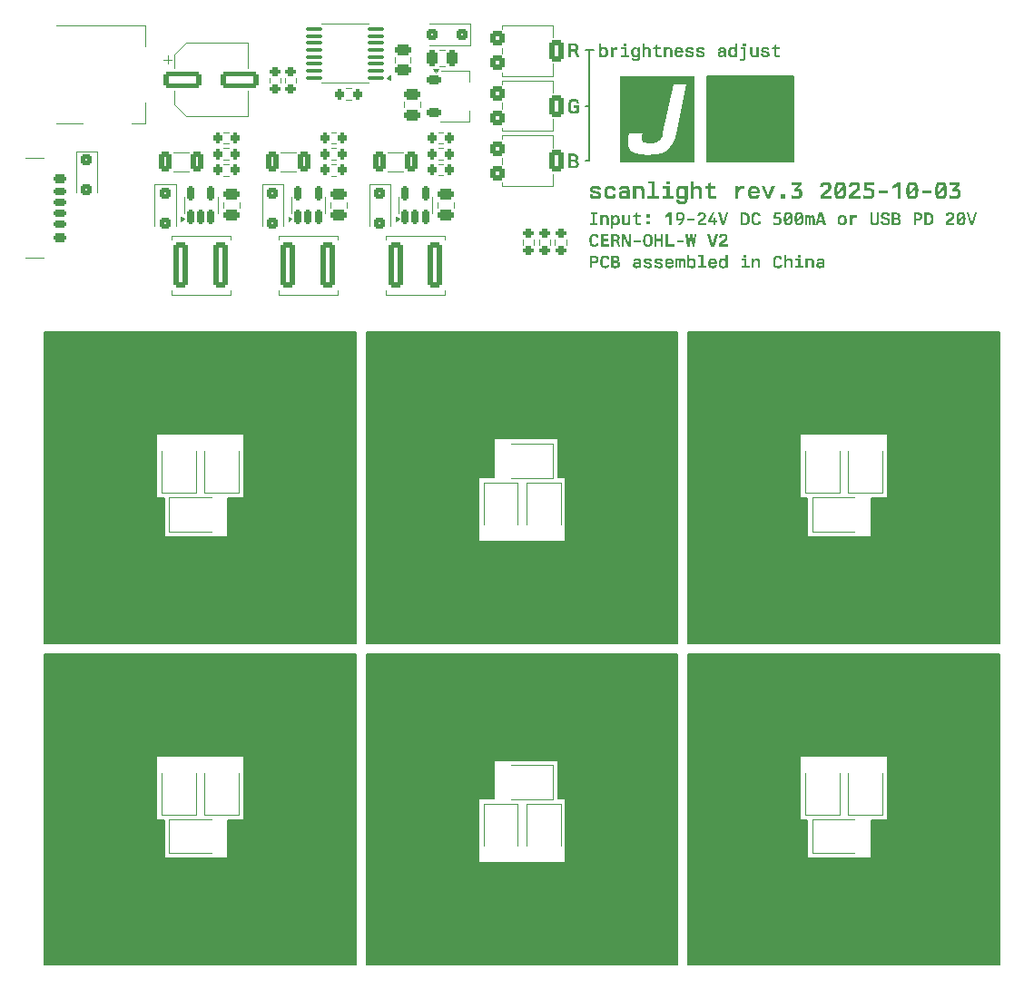
<source format=gto>
G04 #@! TF.GenerationSoftware,KiCad,Pcbnew,9.0.1-rc2*
G04 #@! TF.CreationDate,2025-10-07T22:29:05-07:00*
G04 #@! TF.ProjectId,backlight,6261636b-6c69-4676-9874-2e6b69636164,rev?*
G04 #@! TF.SameCoordinates,Original*
G04 #@! TF.FileFunction,Legend,Top*
G04 #@! TF.FilePolarity,Positive*
%FSLAX46Y46*%
G04 Gerber Fmt 4.6, Leading zero omitted, Abs format (unit mm)*
G04 Created by KiCad (PCBNEW 9.0.1-rc2) date 2025-10-07 22:29:05*
%MOMM*%
%LPD*%
G01*
G04 APERTURE LIST*
G04 Aperture macros list*
%AMRoundRect*
0 Rectangle with rounded corners*
0 $1 Rounding radius*
0 $2 $3 $4 $5 $6 $7 $8 $9 X,Y pos of 4 corners*
0 Add a 4 corners polygon primitive as box body*
4,1,4,$2,$3,$4,$5,$6,$7,$8,$9,$2,$3,0*
0 Add four circle primitives for the rounded corners*
1,1,$1+$1,$2,$3*
1,1,$1+$1,$4,$5*
1,1,$1+$1,$6,$7*
1,1,$1+$1,$8,$9*
0 Add four rect primitives between the rounded corners*
20,1,$1+$1,$2,$3,$4,$5,0*
20,1,$1+$1,$4,$5,$6,$7,0*
20,1,$1+$1,$6,$7,$8,$9,0*
20,1,$1+$1,$8,$9,$2,$3,0*%
%AMFreePoly0*
4,1,9,3.862500,-0.866500,0.737500,-0.866500,0.737500,-0.450000,-0.737500,-0.450000,-0.737500,0.450000,0.737500,0.450000,0.737500,0.866500,3.862500,0.866500,3.862500,-0.866500,3.862500,-0.866500,$1*%
G04 Aperture macros list end*
%ADD10C,0.150000*%
%ADD11C,0.300000*%
%ADD12C,0.350000*%
%ADD13C,0.400000*%
%ADD14C,0.120000*%
%ADD15C,2.575000*%
%ADD16RoundRect,0.250000X0.300000X0.300000X-0.300000X0.300000X-0.300000X-0.300000X0.300000X-0.300000X0*%
%ADD17RoundRect,0.250000X-1.500000X-0.550000X1.500000X-0.550000X1.500000X0.550000X-1.500000X0.550000X0*%
%ADD18O,1.800000X1.800000*%
%ADD19O,1.500000X1.500000*%
%ADD20RoundRect,0.225000X-0.425000X-0.225000X0.425000X-0.225000X0.425000X0.225000X-0.425000X0.225000X0*%
%ADD21FreePoly0,0.000000*%
%ADD22RoundRect,0.250000X-0.300000X0.300000X-0.300000X-0.300000X0.300000X-0.300000X0.300000X0.300000X0*%
%ADD23RoundRect,0.250000X-0.250000X-0.475000X0.250000X-0.475000X0.250000X0.475000X-0.250000X0.475000X0*%
%ADD24RoundRect,0.250000X0.475000X-0.250000X0.475000X0.250000X-0.475000X0.250000X-0.475000X-0.250000X0*%
%ADD25RoundRect,0.200000X-0.200000X-0.275000X0.200000X-0.275000X0.200000X0.275000X-0.200000X0.275000X0*%
%ADD26RoundRect,0.150000X0.150000X-0.512500X0.150000X0.512500X-0.150000X0.512500X-0.150000X-0.512500X0*%
%ADD27RoundRect,0.200000X0.275000X-0.200000X0.275000X0.200000X-0.275000X0.200000X-0.275000X-0.200000X0*%
%ADD28RoundRect,0.250000X-0.325000X-0.650000X0.325000X-0.650000X0.325000X0.650000X-0.325000X0.650000X0*%
%ADD29R,1.550000X2.200000*%
%ADD30R,2.500000X2.200000*%
%ADD31C,2.200000*%
%ADD32RoundRect,0.250000X-0.475000X0.250000X-0.475000X-0.250000X0.475000X-0.250000X0.475000X0.250000X0*%
%ADD33C,2.000000*%
%ADD34R,2.200000X1.550000*%
%ADD35R,2.200000X2.500000*%
%ADD36C,1.300000*%
%ADD37RoundRect,0.100000X0.637500X0.100000X-0.637500X0.100000X-0.637500X-0.100000X0.637500X-0.100000X0*%
%ADD38RoundRect,0.200000X0.200000X0.275000X-0.200000X0.275000X-0.200000X-0.275000X0.200000X-0.275000X0*%
%ADD39RoundRect,0.249999X0.450001X1.850001X-0.450001X1.850001X-0.450001X-1.850001X0.450001X-1.850001X0*%
%ADD40RoundRect,0.250000X0.400000X-0.400000X0.400000X0.400000X-0.400000X0.400000X-0.400000X-0.400000X0*%
%ADD41RoundRect,0.250000X0.400000X-0.750000X0.400000X0.750000X-0.400000X0.750000X-0.400000X-0.750000X0*%
%ADD42O,4.200000X2.000000*%
%ADD43O,2.000000X4.200000*%
%ADD44R,2.000000X4.600000*%
%ADD45RoundRect,0.200000X-0.275000X0.200000X-0.275000X-0.200000X0.275000X-0.200000X0.275000X0.200000X0*%
%ADD46O,1.700000X1.000000*%
%ADD47RoundRect,0.200000X-0.400000X0.200000X-0.400000X-0.200000X0.400000X-0.200000X0.400000X0.200000X0*%
%ADD48RoundRect,0.190000X-0.410000X0.190000X-0.410000X-0.190000X0.410000X-0.190000X0.410000X0.190000X0*%
%ADD49RoundRect,0.175000X0.425000X-0.175000X0.425000X0.175000X-0.425000X0.175000X-0.425000X-0.175000X0*%
%ADD50RoundRect,0.200000X0.400000X-0.200000X0.400000X0.200000X-0.400000X0.200000X-0.400000X-0.200000X0*%
%ADD51RoundRect,0.190000X0.410000X-0.190000X0.410000X0.190000X-0.410000X0.190000X-0.410000X-0.190000X0*%
%ADD52RoundRect,0.175000X-0.425000X0.175000X-0.425000X-0.175000X0.425000X-0.175000X0.425000X0.175000X0*%
G04 APERTURE END LIST*
D10*
X149300000Y-63600000D02*
X157300000Y-63600000D01*
X157300000Y-71600000D01*
X149300000Y-71600000D01*
X149300000Y-63600000D01*
G36*
X149300000Y-63600000D02*
G01*
X157300000Y-63600000D01*
X157300000Y-71600000D01*
X149300000Y-71600000D01*
X149300000Y-63600000D01*
G37*
X137950000Y-71500000D02*
X138300000Y-71500000D01*
X137950000Y-66400000D02*
X138300000Y-66400000D01*
X138300000Y-66400000D02*
X138300000Y-71500000D01*
X138300000Y-61200000D02*
X138300000Y-66400000D01*
X137950000Y-61175000D02*
X138650000Y-61175000D01*
D11*
G36*
X139400806Y-60987873D02*
G01*
X139414215Y-60987873D01*
X139439297Y-60956228D01*
X139486378Y-60914776D01*
X139513892Y-60900055D01*
X139544606Y-60889541D01*
X139592914Y-60881225D01*
X139651106Y-60878697D01*
X139669788Y-60878860D01*
X139773286Y-60887798D01*
X139847789Y-60908663D01*
X139904031Y-60941179D01*
X139927638Y-60962889D01*
X139948124Y-60988357D01*
X139967071Y-61020613D01*
X139982675Y-61057794D01*
X139996885Y-61107606D01*
X140007124Y-61164801D01*
X140014877Y-61248690D01*
X140017324Y-61345884D01*
X140016765Y-61394780D01*
X140006596Y-61531572D01*
X139985816Y-61625866D01*
X139955646Y-61693261D01*
X139914974Y-61742892D01*
X139888901Y-61763101D01*
X139859305Y-61779658D01*
X139821497Y-61794204D01*
X139778777Y-61804652D01*
X139719054Y-61812322D01*
X139651106Y-61814757D01*
X139621852Y-61814071D01*
X139550570Y-61803290D01*
X139519792Y-61792009D01*
X139490974Y-61776163D01*
X139453230Y-61746717D01*
X139414215Y-61706900D01*
X139400806Y-61706900D01*
X139400806Y-61796000D01*
X139197474Y-61796000D01*
X139198095Y-61345884D01*
X139397436Y-61345884D01*
X139399364Y-61418077D01*
X139411367Y-61508620D01*
X139432388Y-61565763D01*
X139463193Y-61603494D01*
X139484898Y-61617808D01*
X139510335Y-61628102D01*
X139548683Y-61635931D01*
X139593954Y-61638390D01*
X139637116Y-61636632D01*
X139699884Y-61623943D01*
X139743844Y-61599461D01*
X139761812Y-61581166D01*
X139776616Y-61558748D01*
X139790277Y-61526691D01*
X139800169Y-61488111D01*
X139808207Y-61424047D01*
X139810695Y-61345884D01*
X139807851Y-61263597D01*
X139794530Y-61180330D01*
X139771947Y-61126383D01*
X139756750Y-61106201D01*
X139738566Y-61089737D01*
X139714702Y-61075553D01*
X139686693Y-61065335D01*
X139644216Y-61057521D01*
X139593954Y-61055064D01*
X139567026Y-61055862D01*
X139506061Y-61066704D01*
X139463319Y-61089761D01*
X139445731Y-61107533D01*
X139431207Y-61129585D01*
X139417707Y-61161615D01*
X139407909Y-61200514D01*
X139399917Y-61265724D01*
X139397436Y-61345884D01*
X139198095Y-61345884D01*
X139199159Y-60574614D01*
X139402492Y-60574614D01*
X139400806Y-60987873D01*
G37*
G36*
X140308730Y-61796000D02*
G01*
X140510304Y-61796000D01*
X140510304Y-61363690D01*
X140518961Y-61303984D01*
X140546500Y-61236850D01*
X140591270Y-61173460D01*
X140616270Y-61149484D01*
X140641751Y-61132030D01*
X140671577Y-61121450D01*
X140804252Y-61112608D01*
X140925248Y-61114709D01*
X140925248Y-60913062D01*
X140760677Y-60909691D01*
X140675383Y-60912631D01*
X140645525Y-60919614D01*
X140620177Y-60933212D01*
X140596326Y-60955630D01*
X140570960Y-60989073D01*
X140503636Y-61097856D01*
X140485098Y-61097856D01*
X140493524Y-60919070D01*
X140308730Y-60919070D01*
X140308730Y-61796000D01*
G37*
G36*
X141488863Y-60809893D02*
G01*
X141745831Y-60809893D01*
X141745831Y-60573002D01*
X141488863Y-60573002D01*
X141488863Y-60809893D01*
G37*
G36*
X141245231Y-61796000D02*
G01*
X142019725Y-61796000D01*
X142019725Y-61623002D01*
X141739163Y-61623002D01*
X141739163Y-60919070D01*
X141262010Y-60919070D01*
X141262010Y-61092140D01*
X141537516Y-61092140D01*
X141537516Y-61623002D01*
X141245231Y-61623002D01*
X141245231Y-61796000D01*
G37*
G36*
X142651440Y-60905548D02*
G01*
X142707788Y-60922330D01*
X142730960Y-60936231D01*
X142751174Y-60954187D01*
X142774280Y-60984412D01*
X142794951Y-61022971D01*
X142808360Y-61022971D01*
X142808360Y-60919070D01*
X143004951Y-60919070D01*
X143004951Y-61820912D01*
X143000694Y-61909879D01*
X142984472Y-61991929D01*
X142957271Y-62051381D01*
X142938997Y-62075534D01*
X142917283Y-62096435D01*
X142889955Y-62115425D01*
X142858232Y-62131050D01*
X142815636Y-62145219D01*
X142766472Y-62155430D01*
X142693494Y-62163210D01*
X142608472Y-62165661D01*
X142528324Y-62163688D01*
X142420394Y-62150962D01*
X142347213Y-62128391D01*
X142295410Y-62096062D01*
X142274736Y-62074977D01*
X142257672Y-62050570D01*
X142242533Y-62018979D01*
X142231354Y-61982741D01*
X142222447Y-61930316D01*
X142218660Y-61869712D01*
X142425363Y-61869712D01*
X142426130Y-61881735D01*
X142436022Y-61932913D01*
X142456564Y-61964680D01*
X142474644Y-61977412D01*
X142498260Y-61986740D01*
X142545905Y-61995111D01*
X142610157Y-61997646D01*
X142680498Y-61992985D01*
X142732602Y-61977527D01*
X142767507Y-61950493D01*
X142781421Y-61929232D01*
X142791613Y-61903190D01*
X142800193Y-61858931D01*
X142803305Y-61804060D01*
X142804990Y-61676418D01*
X142791581Y-61676418D01*
X142760902Y-61730644D01*
X142724183Y-61766439D01*
X142698928Y-61780047D01*
X142668767Y-61789902D01*
X142615672Y-61798168D01*
X142547949Y-61800689D01*
X142535330Y-61800613D01*
X142431641Y-61792289D01*
X142356766Y-61771904D01*
X142300127Y-61739844D01*
X142276392Y-61718472D01*
X142255722Y-61693346D01*
X142236729Y-61661807D01*
X142221025Y-61625431D01*
X142206906Y-61577560D01*
X142196688Y-61522673D01*
X142189197Y-61445768D01*
X142186787Y-61357242D01*
X142391731Y-61357242D01*
X142393288Y-61416853D01*
X142404807Y-61502073D01*
X142425773Y-61556463D01*
X142457391Y-61593041D01*
X142480241Y-61607178D01*
X142507218Y-61617364D01*
X142548819Y-61625228D01*
X142598360Y-61627692D01*
X142627189Y-61626914D01*
X142692127Y-61616312D01*
X142736661Y-61594085D01*
X142754608Y-61577279D01*
X142769397Y-61556491D01*
X142782983Y-61526699D01*
X142792832Y-61490645D01*
X142800823Y-61430690D01*
X142803305Y-61357242D01*
X142801301Y-61287218D01*
X142789108Y-61200540D01*
X142767675Y-61145197D01*
X142735903Y-61108135D01*
X142713252Y-61093912D01*
X142686640Y-61083672D01*
X142646219Y-61075841D01*
X142598360Y-61073383D01*
X142565153Y-61074466D01*
X142502100Y-61085876D01*
X142458262Y-61109129D01*
X142440403Y-61126724D01*
X142425679Y-61148430D01*
X142412086Y-61179632D01*
X142402232Y-61217348D01*
X142394216Y-61280237D01*
X142391731Y-61357242D01*
X142186787Y-61357242D01*
X142187502Y-61305023D01*
X142198198Y-61175731D01*
X142219616Y-61085602D01*
X142250744Y-61020409D01*
X142293037Y-60971789D01*
X142320400Y-60951780D01*
X142351490Y-60935374D01*
X142391501Y-60920865D01*
X142436771Y-60910441D01*
X142500507Y-60902751D01*
X142573155Y-60900312D01*
X142651440Y-60905548D01*
G37*
G36*
X143222425Y-61796000D02*
G01*
X143427369Y-61796000D01*
X143427369Y-61338117D01*
X143429858Y-61265137D01*
X143437900Y-61205661D01*
X143447760Y-61170172D01*
X143461366Y-61140848D01*
X143476201Y-61120367D01*
X143494220Y-61103802D01*
X143539194Y-61081788D01*
X143605288Y-61071191D01*
X143635684Y-61070378D01*
X143685713Y-61072883D01*
X143725263Y-61081033D01*
X143747611Y-61090823D01*
X143765488Y-61104318D01*
X143787560Y-61139112D01*
X143798818Y-61194065D01*
X143800328Y-61233704D01*
X143800328Y-61796000D01*
X144005272Y-61796000D01*
X144005272Y-61237074D01*
X144002815Y-61161403D01*
X143994988Y-61096869D01*
X143984800Y-61054068D01*
X143970665Y-61017193D01*
X143954994Y-60989792D01*
X143935921Y-60966370D01*
X143889638Y-60932086D01*
X143826306Y-60909240D01*
X143735142Y-60897087D01*
X143679355Y-60895623D01*
X143626813Y-60898135D01*
X143581841Y-60906338D01*
X143551898Y-60917006D01*
X143524996Y-60931986D01*
X143480669Y-60973319D01*
X143440778Y-61035134D01*
X143427369Y-61035134D01*
X143427369Y-60571390D01*
X143222425Y-60571390D01*
X143222425Y-61796000D01*
G37*
G36*
X144728402Y-61814684D02*
G01*
X144875558Y-61806083D01*
X144995555Y-61792849D01*
X144995555Y-61616408D01*
X144876679Y-61631539D01*
X144785555Y-61636558D01*
X144731557Y-61634059D01*
X144692836Y-61625943D01*
X144674184Y-61616889D01*
X144660543Y-61604611D01*
X144646011Y-61572578D01*
X144641061Y-61508916D01*
X144641061Y-61092140D01*
X144968664Y-61092140D01*
X144968664Y-60919070D01*
X144641061Y-60919070D01*
X144641061Y-60658732D01*
X144446155Y-60741017D01*
X144446155Y-60919070D01*
X144263046Y-60919070D01*
X144222746Y-61092140D01*
X144439487Y-61092140D01*
X144439487Y-61515584D01*
X144442246Y-61591805D01*
X144452177Y-61656791D01*
X144463123Y-61691694D01*
X144478442Y-61722229D01*
X144495292Y-61744688D01*
X144516084Y-61764019D01*
X144568273Y-61792336D01*
X144642659Y-61809723D01*
X144728402Y-61814684D01*
G37*
G36*
X145236550Y-61796000D02*
G01*
X145441494Y-61796000D01*
X145441494Y-61339729D01*
X145443968Y-61269616D01*
X145451910Y-61212127D01*
X145461789Y-61177064D01*
X145475421Y-61148001D01*
X145490360Y-61127531D01*
X145508499Y-61110932D01*
X145553835Y-61088741D01*
X145620277Y-61077977D01*
X145651494Y-61077120D01*
X145700934Y-61079615D01*
X145740057Y-61087700D01*
X145762344Y-61097472D01*
X145780150Y-61110934D01*
X145802078Y-61145630D01*
X145813105Y-61200345D01*
X145814453Y-61237074D01*
X145814453Y-61796000D01*
X146019397Y-61796000D01*
X146019397Y-61240445D01*
X146016941Y-61164256D01*
X146009127Y-61099215D01*
X145998937Y-61055946D01*
X145984800Y-61018648D01*
X145969132Y-60990924D01*
X145950069Y-60967213D01*
X145903925Y-60932539D01*
X145841033Y-60909448D01*
X145750936Y-60897137D01*
X145695164Y-60895623D01*
X145642262Y-60898147D01*
X145597532Y-60906439D01*
X145568326Y-60917092D01*
X145542042Y-60932050D01*
X145497487Y-60974085D01*
X145454903Y-61038431D01*
X145441494Y-61038431D01*
X145441494Y-60919070D01*
X145236550Y-60919070D01*
X145236550Y-61796000D01*
G37*
G36*
X146715379Y-60898730D02*
G01*
X146809120Y-60914110D01*
X146878765Y-60940891D01*
X146932504Y-60979762D01*
X146955306Y-61005247D01*
X146974912Y-61034646D01*
X146992942Y-61071690D01*
X147007457Y-61113908D01*
X147020166Y-61169868D01*
X147028649Y-61233520D01*
X147033759Y-61325122D01*
X147033200Y-61430221D01*
X146436759Y-61430221D01*
X146448095Y-61511673D01*
X146468264Y-61566295D01*
X146498563Y-61602303D01*
X146520955Y-61616296D01*
X146547725Y-61626382D01*
X146592296Y-61634562D01*
X146646759Y-61637071D01*
X146694861Y-61634494D01*
X146743893Y-61621286D01*
X146762925Y-61609493D01*
X146778846Y-61593756D01*
X146796741Y-61564975D01*
X146811403Y-61527015D01*
X147019718Y-61527015D01*
X146997480Y-61625703D01*
X146968018Y-61692105D01*
X146928868Y-61739948D01*
X146903471Y-61759390D01*
X146874279Y-61775332D01*
X146835860Y-61789549D01*
X146791652Y-61799787D01*
X146725654Y-61807610D01*
X146648444Y-61810068D01*
X146590716Y-61808799D01*
X146482739Y-61796560D01*
X146404705Y-61773107D01*
X146345965Y-61738620D01*
X146321507Y-61716261D01*
X146300319Y-61690355D01*
X146280925Y-61658183D01*
X146264976Y-61621464D01*
X146250615Y-61573217D01*
X146240281Y-61518323D01*
X146232571Y-61439748D01*
X146230129Y-61349621D01*
X146231135Y-61289555D01*
X146232878Y-61270633D01*
X146438444Y-61270633D01*
X146833238Y-61270633D01*
X146826767Y-61191831D01*
X146808839Y-61139315D01*
X146795510Y-61119579D01*
X146779030Y-61103481D01*
X146756508Y-61089379D01*
X146729643Y-61079223D01*
X146686600Y-61071182D01*
X146635035Y-61068693D01*
X146624814Y-61068783D01*
X146553338Y-61076655D01*
X146505325Y-61095866D01*
X146486747Y-61110126D01*
X146471280Y-61127935D01*
X146457855Y-61151779D01*
X146447999Y-61180512D01*
X146440811Y-61221582D01*
X146438444Y-61270633D01*
X146232878Y-61270633D01*
X146242563Y-61165464D01*
X146264695Y-61078298D01*
X146296743Y-61014698D01*
X146317033Y-60988996D01*
X146340481Y-60966819D01*
X146368967Y-60946960D01*
X146401351Y-60930670D01*
X146443276Y-60916187D01*
X146490767Y-60905782D01*
X146558122Y-60898065D01*
X146635035Y-60895623D01*
X146715379Y-60898730D01*
G37*
G36*
X147643783Y-61810068D02*
G01*
X147739416Y-61807599D01*
X147819578Y-61799700D01*
X147870502Y-61789687D01*
X147913692Y-61775838D01*
X147944503Y-61760909D01*
X147970406Y-61742819D01*
X147990139Y-61723224D01*
X148006174Y-61700642D01*
X148028193Y-61645261D01*
X148038157Y-61567892D01*
X148038577Y-61544600D01*
X148036122Y-61497706D01*
X148028322Y-61456247D01*
X148017578Y-61426157D01*
X148002507Y-61399018D01*
X147961512Y-61355204D01*
X147899222Y-61317553D01*
X147802387Y-61282237D01*
X147716030Y-61260375D01*
X147569899Y-61224258D01*
X147488785Y-61194681D01*
X147470005Y-61181993D01*
X147459931Y-61168725D01*
X147457303Y-61156108D01*
X147459789Y-61131138D01*
X147467809Y-61111020D01*
X147478406Y-61098471D01*
X147493254Y-61088412D01*
X147540551Y-61074450D01*
X147638727Y-61068693D01*
X147704508Y-61071266D01*
X147752768Y-61079898D01*
X147775494Y-61089214D01*
X147792623Y-61101918D01*
X147810904Y-61133216D01*
X147816780Y-61167905D01*
X148018427Y-61167905D01*
X148015524Y-61111546D01*
X148007361Y-61062872D01*
X147996718Y-61029418D01*
X147982043Y-61000293D01*
X147965239Y-60977722D01*
X147944727Y-60958275D01*
X147892191Y-60928311D01*
X147816030Y-60907577D01*
X147700826Y-60896651D01*
X147640412Y-60895623D01*
X147545719Y-60898093D01*
X147466528Y-60906010D01*
X147416530Y-60916008D01*
X147374213Y-60929835D01*
X147344124Y-60944726D01*
X147318898Y-60962770D01*
X147299722Y-60982349D01*
X147284218Y-61004919D01*
X147263135Y-61060537D01*
X147254164Y-61138772D01*
X147253971Y-61154496D01*
X147256420Y-61197894D01*
X147264183Y-61236110D01*
X147274906Y-61263839D01*
X147289935Y-61288723D01*
X147331236Y-61328910D01*
X147395114Y-61363370D01*
X147496646Y-61395520D01*
X147596741Y-61416812D01*
X147693531Y-61437405D01*
X147761516Y-61459020D01*
X147790451Y-61473658D01*
X147811053Y-61490054D01*
X147822355Y-61505196D01*
X147829122Y-61522164D01*
X147831947Y-61546286D01*
X147829467Y-61572562D01*
X147821481Y-61593681D01*
X147811015Y-61606750D01*
X147796393Y-61617195D01*
X147750790Y-61631435D01*
X147662852Y-61637162D01*
X147643783Y-61637071D01*
X147579705Y-61633826D01*
X147530285Y-61625045D01*
X147503965Y-61615226D01*
X147483404Y-61601947D01*
X147469919Y-61587455D01*
X147460037Y-61569919D01*
X147449627Y-61522548D01*
X147448877Y-61505912D01*
X147242247Y-61505912D01*
X147242965Y-61566098D01*
X147249173Y-61618453D01*
X147258480Y-61655022D01*
X147271956Y-61687081D01*
X147287666Y-61711970D01*
X147307100Y-61733635D01*
X147356529Y-61767235D01*
X147426981Y-61791426D01*
X147530914Y-61806306D01*
X147643783Y-61810068D01*
G37*
G36*
X148650845Y-61810068D02*
G01*
X148746478Y-61807599D01*
X148826640Y-61799700D01*
X148877564Y-61789687D01*
X148920754Y-61775838D01*
X148951565Y-61760909D01*
X148977468Y-61742819D01*
X148997201Y-61723224D01*
X149013236Y-61700642D01*
X149035255Y-61645261D01*
X149045219Y-61567892D01*
X149045639Y-61544600D01*
X149043185Y-61497706D01*
X149035384Y-61456247D01*
X149024640Y-61426157D01*
X149009569Y-61399018D01*
X148968575Y-61355204D01*
X148906284Y-61317553D01*
X148809449Y-61282237D01*
X148723092Y-61260375D01*
X148576961Y-61224258D01*
X148495847Y-61194681D01*
X148477067Y-61181993D01*
X148466993Y-61168725D01*
X148464365Y-61156108D01*
X148466851Y-61131138D01*
X148474871Y-61111020D01*
X148485468Y-61098471D01*
X148500316Y-61088412D01*
X148547613Y-61074450D01*
X148645789Y-61068693D01*
X148711570Y-61071266D01*
X148759830Y-61079898D01*
X148782556Y-61089214D01*
X148799685Y-61101918D01*
X148817966Y-61133216D01*
X148823842Y-61167905D01*
X149025489Y-61167905D01*
X149022586Y-61111546D01*
X149014423Y-61062872D01*
X149003780Y-61029418D01*
X148989105Y-61000293D01*
X148972301Y-60977722D01*
X148951789Y-60958275D01*
X148899253Y-60928311D01*
X148823092Y-60907577D01*
X148707888Y-60896651D01*
X148647474Y-60895623D01*
X148552781Y-60898093D01*
X148473590Y-60906010D01*
X148423592Y-60916008D01*
X148381275Y-60929835D01*
X148351186Y-60944726D01*
X148325961Y-60962770D01*
X148306785Y-60982349D01*
X148291280Y-61004919D01*
X148270197Y-61060537D01*
X148261226Y-61138772D01*
X148261033Y-61154496D01*
X148263482Y-61197894D01*
X148271245Y-61236110D01*
X148281968Y-61263839D01*
X148296997Y-61288723D01*
X148338298Y-61328910D01*
X148402176Y-61363370D01*
X148503709Y-61395520D01*
X148603804Y-61416812D01*
X148700593Y-61437405D01*
X148768578Y-61459020D01*
X148797514Y-61473658D01*
X148818115Y-61490054D01*
X148829417Y-61505196D01*
X148836185Y-61522164D01*
X148839009Y-61546286D01*
X148836529Y-61572562D01*
X148828543Y-61593681D01*
X148818077Y-61606750D01*
X148803455Y-61617195D01*
X148757852Y-61631435D01*
X148669914Y-61637162D01*
X148650845Y-61637071D01*
X148586767Y-61633826D01*
X148537347Y-61625045D01*
X148511027Y-61615226D01*
X148490466Y-61601947D01*
X148476982Y-61587455D01*
X148467099Y-61569919D01*
X148456689Y-61522548D01*
X148455939Y-61505912D01*
X148249309Y-61505912D01*
X148250027Y-61566098D01*
X148256235Y-61618453D01*
X148265542Y-61655022D01*
X148279019Y-61687081D01*
X148294728Y-61711970D01*
X148314162Y-61733635D01*
X148363591Y-61767235D01*
X148434043Y-61791426D01*
X148537976Y-61806306D01*
X148650845Y-61810068D01*
G37*
G36*
X150745412Y-60898232D02*
G01*
X150844787Y-60911970D01*
X150913112Y-60935676D01*
X150962114Y-60969690D01*
X150981865Y-60992129D01*
X150998055Y-61018101D01*
X151012377Y-61052080D01*
X151022684Y-61091106D01*
X151030426Y-61147916D01*
X151032872Y-61213700D01*
X151032872Y-61796000D01*
X150841337Y-61796000D01*
X150841337Y-61690853D01*
X150827928Y-61690853D01*
X150795882Y-61732263D01*
X150748583Y-61773835D01*
X150720952Y-61788605D01*
X150690148Y-61799146D01*
X150641374Y-61807530D01*
X150582610Y-61810068D01*
X150464621Y-61802948D01*
X150392153Y-61785093D01*
X150342264Y-61757300D01*
X150322640Y-61738558D01*
X150306576Y-61716455D01*
X150292384Y-61687083D01*
X150282163Y-61652877D01*
X150274320Y-61601155D01*
X150271860Y-61540351D01*
X150272609Y-61525330D01*
X150476804Y-61525330D01*
X150480823Y-61568703D01*
X150496058Y-61602138D01*
X150510209Y-61615028D01*
X150529025Y-61624453D01*
X150566970Y-61632846D01*
X150617928Y-61635385D01*
X150640655Y-61634995D01*
X150712886Y-61625753D01*
X150760994Y-61605400D01*
X150779935Y-61590174D01*
X150795649Y-61571273D01*
X150810082Y-61544540D01*
X150820869Y-61512172D01*
X150830353Y-61458156D01*
X150834596Y-61391900D01*
X150668339Y-61393585D01*
X150619136Y-61395513D01*
X150551262Y-61406760D01*
X150511648Y-61426633D01*
X150497516Y-61441296D01*
X150487342Y-61459247D01*
X150479294Y-61488824D01*
X150476804Y-61525330D01*
X150272609Y-61525330D01*
X150275528Y-61466830D01*
X150291380Y-61391228D01*
X150318949Y-61335434D01*
X150337967Y-61312295D01*
X150360714Y-61292216D01*
X150389966Y-61273653D01*
X150424140Y-61258351D01*
X150470846Y-61244300D01*
X150525098Y-61234162D01*
X150607214Y-61226342D01*
X150703584Y-61223885D01*
X150836281Y-61223885D01*
X150836281Y-61213700D01*
X150835205Y-61184475D01*
X150824432Y-61133665D01*
X150801812Y-61100490D01*
X150782753Y-61087251D01*
X150758662Y-61077613D01*
X150715288Y-61069506D01*
X150659913Y-61067008D01*
X150642090Y-61067219D01*
X150574217Y-61074764D01*
X150536247Y-61091495D01*
X150522984Y-61104579D01*
X150513647Y-61121027D01*
X150506550Y-61149858D01*
X150505381Y-61186369D01*
X150300363Y-61186369D01*
X150299873Y-61146831D01*
X150308140Y-61064735D01*
X150328522Y-61006798D01*
X150343456Y-60983555D01*
X150361912Y-60963430D01*
X150385907Y-60945085D01*
X150414430Y-60929964D01*
X150454094Y-60916038D01*
X150500735Y-60905980D01*
X150573494Y-60898090D01*
X150659913Y-60895623D01*
X150745412Y-60898232D01*
G37*
G36*
X152056714Y-61796000D02*
G01*
X151853455Y-61796000D01*
X151853455Y-61707266D01*
X151839972Y-61707266D01*
X151815842Y-61741787D01*
X151774374Y-61779780D01*
X151747785Y-61793844D01*
X151716963Y-61803970D01*
X151665467Y-61812237D01*
X151601469Y-61814757D01*
X151585631Y-61814641D01*
X151481349Y-61806025D01*
X151406500Y-61785476D01*
X151350130Y-61753329D01*
X151326512Y-61731856D01*
X151306016Y-61706641D01*
X151287079Y-61674717D01*
X151271479Y-61637895D01*
X151257282Y-61588576D01*
X151247049Y-61531918D01*
X151239309Y-61448906D01*
X151236864Y-61352699D01*
X151443566Y-61352699D01*
X151446169Y-61430546D01*
X151459200Y-61513521D01*
X151481561Y-61567233D01*
X151496678Y-61587339D01*
X151514803Y-61603744D01*
X151538672Y-61617902D01*
X151566733Y-61628104D01*
X151609513Y-61635932D01*
X151660234Y-61638390D01*
X151686086Y-61637673D01*
X151747821Y-61627085D01*
X151790860Y-61604393D01*
X151808491Y-61586926D01*
X151823047Y-61565238D01*
X151836551Y-61533778D01*
X151846351Y-61495562D01*
X151854344Y-61431485D01*
X151856825Y-61352699D01*
X151855279Y-61289436D01*
X151843858Y-61199397D01*
X151823275Y-61142712D01*
X151792750Y-61105252D01*
X151771036Y-61090983D01*
X151745504Y-61080718D01*
X151706489Y-61072843D01*
X151660234Y-61070378D01*
X151619420Y-61071867D01*
X151555071Y-61083970D01*
X151510539Y-61107623D01*
X151492500Y-61125263D01*
X151477646Y-61146916D01*
X151463988Y-61177825D01*
X151454097Y-61215061D01*
X151446055Y-61277015D01*
X151443566Y-61352699D01*
X151236864Y-61352699D01*
X151237208Y-61314876D01*
X151246663Y-61178041D01*
X151266886Y-61083951D01*
X151296587Y-61016800D01*
X151336860Y-60967368D01*
X151362777Y-60947222D01*
X151392243Y-60930718D01*
X151430026Y-60916188D01*
X151472779Y-60905753D01*
X151532921Y-60898061D01*
X151601469Y-60895623D01*
X151702074Y-60901360D01*
X151762810Y-60917289D01*
X151785606Y-60929527D01*
X151804739Y-60945069D01*
X151824071Y-60968991D01*
X151839972Y-60998791D01*
X151853455Y-60998791D01*
X151853455Y-60570438D01*
X152056714Y-60570438D01*
X152056714Y-61796000D01*
G37*
G36*
X152611902Y-60808941D02*
G01*
X152868943Y-60808941D01*
X152868943Y-60572050D01*
X152611902Y-60572050D01*
X152611902Y-60808941D01*
G37*
G36*
X152343064Y-62199220D02*
G01*
X152486203Y-62186556D01*
X152601712Y-62169532D01*
X152664126Y-62155036D01*
X152716452Y-62137347D01*
X152752409Y-62120079D01*
X152782518Y-62100028D01*
X152805019Y-62079317D01*
X152823424Y-62055902D01*
X152849068Y-62000585D01*
X152862951Y-61925191D01*
X152865573Y-61859893D01*
X152865573Y-60919070D01*
X152401902Y-60919070D01*
X152401902Y-61093826D01*
X152663926Y-61093826D01*
X152663926Y-61851467D01*
X152661341Y-61885139D01*
X152652629Y-61913528D01*
X152641542Y-61931409D01*
X152625841Y-61947196D01*
X152578129Y-61973809D01*
X152490041Y-61999106D01*
X152343064Y-62024538D01*
X152343064Y-62199220D01*
G37*
G36*
X153585332Y-61810068D02*
G01*
X153649368Y-61807561D01*
X153702309Y-61799395D01*
X153735577Y-61789117D01*
X153764676Y-61774801D01*
X153810123Y-61736526D01*
X153854097Y-61672315D01*
X153867579Y-61672315D01*
X153867579Y-61796000D01*
X154072523Y-61796000D01*
X154072523Y-60919070D01*
X153867579Y-60919070D01*
X153867579Y-61372702D01*
X153865095Y-61441829D01*
X153857084Y-61498697D01*
X153847140Y-61533352D01*
X153833396Y-61562227D01*
X153818269Y-61582737D01*
X153799864Y-61599490D01*
X153753583Y-61622312D01*
X153685497Y-61634035D01*
X153644097Y-61635385D01*
X153598585Y-61632891D01*
X153562630Y-61624810D01*
X153542113Y-61615003D01*
X153525765Y-61601482D01*
X153505469Y-61565858D01*
X153495524Y-61507905D01*
X153494620Y-61476017D01*
X153494620Y-60919070D01*
X153289676Y-60919070D01*
X153289676Y-61472646D01*
X153292139Y-61550581D01*
X153299999Y-61616543D01*
X153310120Y-61659492D01*
X153324148Y-61696234D01*
X153339592Y-61723157D01*
X153358369Y-61745976D01*
X153403738Y-61778732D01*
X153465851Y-61799743D01*
X153555796Y-61809600D01*
X153585332Y-61810068D01*
G37*
G36*
X154693217Y-61810068D02*
G01*
X154788850Y-61807599D01*
X154869013Y-61799700D01*
X154919937Y-61789687D01*
X154963127Y-61775838D01*
X154993938Y-61760909D01*
X155019841Y-61742819D01*
X155039573Y-61723224D01*
X155055609Y-61700642D01*
X155077628Y-61645261D01*
X155087592Y-61567892D01*
X155088011Y-61544600D01*
X155085557Y-61497706D01*
X155077756Y-61456247D01*
X155067012Y-61426157D01*
X155051942Y-61399018D01*
X155010947Y-61355204D01*
X154948657Y-61317553D01*
X154851821Y-61282237D01*
X154765464Y-61260375D01*
X154619333Y-61224258D01*
X154538220Y-61194681D01*
X154519440Y-61181993D01*
X154509366Y-61168725D01*
X154506738Y-61156108D01*
X154509224Y-61131138D01*
X154517244Y-61111020D01*
X154527841Y-61098471D01*
X154542689Y-61088412D01*
X154589986Y-61074450D01*
X154688162Y-61068693D01*
X154753943Y-61071266D01*
X154802203Y-61079898D01*
X154824929Y-61089214D01*
X154842058Y-61101918D01*
X154860338Y-61133216D01*
X154866215Y-61167905D01*
X155067861Y-61167905D01*
X155064959Y-61111546D01*
X155056796Y-61062872D01*
X155046152Y-61029418D01*
X155031478Y-61000293D01*
X155014674Y-60977722D01*
X154994162Y-60958275D01*
X154941626Y-60928311D01*
X154865465Y-60907577D01*
X154750261Y-60896651D01*
X154689847Y-60895623D01*
X154595153Y-60898093D01*
X154515963Y-60906010D01*
X154465965Y-60916008D01*
X154423648Y-60929835D01*
X154393559Y-60944726D01*
X154368333Y-60962770D01*
X154349157Y-60982349D01*
X154333652Y-61004919D01*
X154312569Y-61060537D01*
X154303599Y-61138772D01*
X154303406Y-61154496D01*
X154305855Y-61197894D01*
X154313618Y-61236110D01*
X154324341Y-61263839D01*
X154339370Y-61288723D01*
X154380671Y-61328910D01*
X154444549Y-61363370D01*
X154546081Y-61395520D01*
X154646176Y-61416812D01*
X154742966Y-61437405D01*
X154810950Y-61459020D01*
X154839886Y-61473658D01*
X154860487Y-61490054D01*
X154871790Y-61505196D01*
X154878557Y-61522164D01*
X154881382Y-61546286D01*
X154878901Y-61572562D01*
X154870915Y-61593681D01*
X154860450Y-61606750D01*
X154845828Y-61617195D01*
X154800225Y-61631435D01*
X154712287Y-61637162D01*
X154693217Y-61637071D01*
X154629139Y-61633826D01*
X154579720Y-61625045D01*
X154553399Y-61615226D01*
X154532839Y-61601947D01*
X154519354Y-61587455D01*
X154509472Y-61569919D01*
X154499062Y-61522548D01*
X154498312Y-61505912D01*
X154291682Y-61505912D01*
X154292399Y-61566098D01*
X154298608Y-61618453D01*
X154307915Y-61655022D01*
X154321391Y-61687081D01*
X154337101Y-61711970D01*
X154356535Y-61733635D01*
X154405964Y-61767235D01*
X154476416Y-61791426D01*
X154580348Y-61806306D01*
X154693217Y-61810068D01*
G37*
G36*
X155806085Y-61814684D02*
G01*
X155953241Y-61806083D01*
X156073238Y-61792849D01*
X156073238Y-61616408D01*
X155954362Y-61631539D01*
X155863238Y-61636558D01*
X155809240Y-61634059D01*
X155770519Y-61625943D01*
X155751867Y-61616889D01*
X155738226Y-61604611D01*
X155723694Y-61572578D01*
X155718744Y-61508916D01*
X155718744Y-61092140D01*
X156046347Y-61092140D01*
X156046347Y-60919070D01*
X155718744Y-60919070D01*
X155718744Y-60658732D01*
X155523838Y-60741017D01*
X155523838Y-60919070D01*
X155340730Y-60919070D01*
X155300429Y-61092140D01*
X155517171Y-61092140D01*
X155517171Y-61515584D01*
X155519929Y-61591805D01*
X155529861Y-61656791D01*
X155540806Y-61691694D01*
X155556125Y-61722229D01*
X155572975Y-61744688D01*
X155593767Y-61764019D01*
X155645956Y-61792336D01*
X155720342Y-61809723D01*
X155806085Y-61814684D01*
G37*
D10*
X116500000Y-133000000D02*
X106100000Y-133000000D01*
X106100000Y-127000000D01*
X97900000Y-127000000D01*
X97900000Y-133000000D01*
X87500000Y-133000000D01*
X87500000Y-117500000D01*
X116500000Y-117500000D01*
X116500000Y-133000000D01*
G36*
X116500000Y-133000000D02*
G01*
X106100000Y-133000000D01*
X106100000Y-127000000D01*
X97900000Y-127000000D01*
X97900000Y-133000000D01*
X87500000Y-133000000D01*
X87500000Y-117500000D01*
X116500000Y-117500000D01*
X116500000Y-133000000D01*
G37*
X98600000Y-106600000D02*
X104600000Y-106600000D01*
X104600000Y-103000000D01*
X116500000Y-103000000D01*
X116500000Y-116500000D01*
X87500000Y-116500000D01*
X87500000Y-103000000D01*
X98600000Y-103000000D01*
X98600000Y-106600000D01*
G36*
X98600000Y-106600000D02*
G01*
X104600000Y-106600000D01*
X104600000Y-103000000D01*
X116500000Y-103000000D01*
X116500000Y-116500000D01*
X87500000Y-116500000D01*
X87500000Y-103000000D01*
X98600000Y-103000000D01*
X98600000Y-106600000D01*
G37*
X127900000Y-107000000D02*
X136100000Y-107000000D01*
X136100000Y-101000000D01*
X146500000Y-101000000D01*
X146500000Y-116500000D01*
X117500000Y-116500000D01*
X117500000Y-101000000D01*
X127900000Y-101000000D01*
X127900000Y-107000000D01*
G36*
X127900000Y-107000000D02*
G01*
X136100000Y-107000000D01*
X136100000Y-101000000D01*
X146500000Y-101000000D01*
X146500000Y-116500000D01*
X117500000Y-116500000D01*
X117500000Y-101000000D01*
X127900000Y-101000000D01*
X127900000Y-107000000D01*
G37*
X127900000Y-137000000D02*
X136100000Y-137000000D01*
X136100000Y-131000000D01*
X146500000Y-131000000D01*
X146500000Y-146500000D01*
X117500000Y-146500000D01*
X117500000Y-131000000D01*
X127900000Y-131000000D01*
X127900000Y-137000000D01*
G36*
X127900000Y-137000000D02*
G01*
X136100000Y-137000000D01*
X136100000Y-131000000D01*
X146500000Y-131000000D01*
X146500000Y-146500000D01*
X117500000Y-146500000D01*
X117500000Y-131000000D01*
X127900000Y-131000000D01*
X127900000Y-137000000D01*
G37*
X176500000Y-133000000D02*
X166100000Y-133000000D01*
X166100000Y-127000000D01*
X157900000Y-127000000D01*
X157900000Y-133000000D01*
X147500000Y-133000000D01*
X147500000Y-117500000D01*
X176500000Y-117500000D01*
X176500000Y-133000000D01*
G36*
X176500000Y-133000000D02*
G01*
X166100000Y-133000000D01*
X166100000Y-127000000D01*
X157900000Y-127000000D01*
X157900000Y-133000000D01*
X147500000Y-133000000D01*
X147500000Y-117500000D01*
X176500000Y-117500000D01*
X176500000Y-133000000D01*
G37*
X146500000Y-131000000D02*
X135400000Y-131000000D01*
X135400001Y-127400000D01*
X129400000Y-127400000D01*
X129399999Y-131000000D01*
X117500000Y-131000000D01*
X117500000Y-117500000D01*
X146500000Y-117500000D01*
X146500000Y-131000000D01*
G36*
X146500000Y-131000000D02*
G01*
X135400000Y-131000000D01*
X135400001Y-127400000D01*
X129400000Y-127400000D01*
X129399999Y-131000000D01*
X117500000Y-131000000D01*
X117500000Y-117500000D01*
X146500000Y-117500000D01*
X146500000Y-131000000D01*
G37*
X146500000Y-101000000D02*
X135400001Y-101000000D01*
X135400000Y-97400000D01*
X129399999Y-97400000D01*
X129400000Y-101000000D01*
X117500000Y-101000000D01*
X117500000Y-87500000D01*
X146500000Y-87500000D01*
X146500000Y-101000000D01*
G36*
X146500000Y-101000000D02*
G01*
X135400001Y-101000000D01*
X135400000Y-97400000D01*
X129399999Y-97400000D01*
X129400000Y-101000000D01*
X117500000Y-101000000D01*
X117500000Y-87500000D01*
X146500000Y-87500000D01*
X146500000Y-101000000D01*
G37*
X176500000Y-103000000D02*
X166100000Y-103000000D01*
X166100000Y-97000000D01*
X157900000Y-97000000D01*
X157900000Y-103000000D01*
X147500000Y-103000000D01*
X147500000Y-87500000D01*
X176500000Y-87500000D01*
X176500000Y-103000000D01*
G36*
X176500000Y-103000000D02*
G01*
X166100000Y-103000000D01*
X166100000Y-97000000D01*
X157900000Y-97000000D01*
X157900000Y-103000000D01*
X147500000Y-103000000D01*
X147500000Y-87500000D01*
X176500000Y-87500000D01*
X176500000Y-103000000D01*
G37*
X98600000Y-136600000D02*
X104600000Y-136600000D01*
X104600000Y-133000000D01*
X116500000Y-133000000D01*
X116500000Y-146500000D01*
X87500000Y-146500000D01*
X87500000Y-133000000D01*
X98600000Y-133000000D01*
X98600000Y-136600000D01*
G36*
X98600000Y-136600000D02*
G01*
X104600000Y-136600000D01*
X104600000Y-133000000D01*
X116500000Y-133000000D01*
X116500000Y-146500000D01*
X87500000Y-146500000D01*
X87500000Y-133000000D01*
X98600000Y-133000000D01*
X98600000Y-136600000D01*
G37*
X116500000Y-103000000D02*
X106100000Y-103000000D01*
X106100000Y-97000000D01*
X97900000Y-97000000D01*
X97900000Y-103000000D01*
X87500000Y-103000000D01*
X87500000Y-87500000D01*
X116500000Y-87500000D01*
X116500000Y-103000000D01*
G36*
X116500000Y-103000000D02*
G01*
X106100000Y-103000000D01*
X106100000Y-97000000D01*
X97900000Y-97000000D01*
X97900000Y-103000000D01*
X87500000Y-103000000D01*
X87500000Y-87500000D01*
X116500000Y-87500000D01*
X116500000Y-103000000D01*
G37*
X158600000Y-136600000D02*
X164600000Y-136600000D01*
X164600000Y-133000000D01*
X176500000Y-133000000D01*
X176500000Y-146500000D01*
X147500000Y-146500000D01*
X147500000Y-133000000D01*
X158600000Y-133000000D01*
X158600000Y-136600000D01*
G36*
X158600000Y-136600000D02*
G01*
X164600000Y-136600000D01*
X164600000Y-133000000D01*
X176500000Y-133000000D01*
X176500000Y-146500000D01*
X147500000Y-146500000D01*
X147500000Y-133000000D01*
X158600000Y-133000000D01*
X158600000Y-136600000D01*
G37*
X158600000Y-106600000D02*
X164600000Y-106600000D01*
X164600000Y-103000000D01*
X176500000Y-103000000D01*
X176500000Y-116500000D01*
X147500000Y-116500000D01*
X147500000Y-103000000D01*
X158600000Y-103000000D01*
X158600000Y-106600000D01*
G36*
X158600000Y-106600000D02*
G01*
X164600000Y-106600000D01*
X164600000Y-103000000D01*
X176500000Y-103000000D01*
X176500000Y-116500000D01*
X147500000Y-116500000D01*
X147500000Y-103000000D01*
X158600000Y-103000000D01*
X158600000Y-106600000D01*
G37*
D12*
G36*
X136849496Y-67078413D02*
G01*
X136944298Y-67075422D01*
X137029225Y-67065433D01*
X137092939Y-67051772D01*
X137157758Y-67032178D01*
X137298292Y-66974548D01*
X137298292Y-66312211D01*
X136784784Y-66312211D01*
X136784784Y-66525838D01*
X137061157Y-66525838D01*
X137061157Y-66823924D01*
X137006021Y-66844634D01*
X136949455Y-66856943D01*
X136843598Y-66862819D01*
X136783151Y-66859967D01*
X136730709Y-66850941D01*
X136694163Y-66838782D01*
X136662228Y-66821848D01*
X136637134Y-66802129D01*
X136615444Y-66777947D01*
X136581485Y-66714855D01*
X136557655Y-66621815D01*
X136544950Y-66479227D01*
X136543716Y-66402397D01*
X136546603Y-66280827D01*
X136555866Y-66180095D01*
X136567425Y-66117783D01*
X136583383Y-66065504D01*
X136600369Y-66029039D01*
X136620906Y-65998770D01*
X136642864Y-65976297D01*
X136668106Y-65958366D01*
X136729418Y-65934940D01*
X136818123Y-65926331D01*
X136889919Y-65929262D01*
X136946632Y-65938834D01*
X136978418Y-65950201D01*
X137004096Y-65965856D01*
X137022034Y-65983434D01*
X137036098Y-66004899D01*
X137054664Y-66063467D01*
X137059191Y-66098669D01*
X137302225Y-66098669D01*
X137295316Y-66020948D01*
X137282782Y-65953465D01*
X137268161Y-65906293D01*
X137249085Y-65865046D01*
X137228138Y-65833174D01*
X137203137Y-65805515D01*
X137142443Y-65763254D01*
X137059929Y-65733417D01*
X136942779Y-65715306D01*
X136816157Y-65710653D01*
X136729524Y-65713484D01*
X136652238Y-65722358D01*
X136595040Y-65734681D01*
X136543709Y-65751859D01*
X136502791Y-65771478D01*
X136466151Y-65795422D01*
X136435266Y-65822269D01*
X136407915Y-65853386D01*
X136363017Y-65929697D01*
X136329086Y-66032084D01*
X136306307Y-66173110D01*
X136296827Y-66373653D01*
X136296750Y-66396499D01*
X136299595Y-66522890D01*
X136308566Y-66634009D01*
X136320691Y-66712938D01*
X136337557Y-66782880D01*
X136356248Y-66836479D01*
X136378969Y-66883919D01*
X136403378Y-66922021D01*
X136431489Y-66955430D01*
X136496655Y-67007279D01*
X136579088Y-67044484D01*
X136686978Y-67068567D01*
X136833749Y-67078340D01*
X136849496Y-67078413D01*
G37*
G36*
X136688521Y-70821931D02*
G01*
X136877059Y-70832450D01*
X137003088Y-70855000D01*
X137090233Y-70887568D01*
X137152102Y-70930471D01*
X137176491Y-70957208D01*
X137196410Y-70987455D01*
X137213553Y-71025242D01*
X137225849Y-71067738D01*
X137234762Y-71126119D01*
X137237598Y-71192172D01*
X137235069Y-71258918D01*
X137220280Y-71338607D01*
X137192827Y-71392265D01*
X137172247Y-71414053D01*
X137147007Y-71431974D01*
X137108323Y-71449640D01*
X137061157Y-71462818D01*
X137061157Y-71474615D01*
X137153183Y-71499113D01*
X137212303Y-71532534D01*
X137235149Y-71554366D01*
X137253804Y-71580003D01*
X137270288Y-71614174D01*
X137282155Y-71654147D01*
X137291541Y-71717469D01*
X137294446Y-71793132D01*
X137285945Y-71906872D01*
X137262873Y-71987646D01*
X137225236Y-72049480D01*
X137199343Y-72075882D01*
X137168675Y-72098849D01*
X137128960Y-72120415D01*
X137082780Y-72138208D01*
X137019679Y-72154614D01*
X136946605Y-72166453D01*
X136836813Y-72175550D01*
X136708360Y-72178413D01*
X136676302Y-72178322D01*
X136516374Y-72173724D01*
X136324191Y-72158837D01*
X136324191Y-71958973D01*
X136571157Y-71958973D01*
X136741700Y-71962819D01*
X136884121Y-71954348D01*
X136957170Y-71935095D01*
X137002691Y-71905612D01*
X137019414Y-71884723D01*
X137031430Y-71859910D01*
X137040665Y-71821490D01*
X137043547Y-71775522D01*
X137039686Y-71717212D01*
X137022731Y-71661884D01*
X137008749Y-71640971D01*
X136990607Y-71623789D01*
X136963946Y-71608196D01*
X136930773Y-71596866D01*
X136871462Y-71587306D01*
X136796581Y-71584377D01*
X136571157Y-71584377D01*
X136571157Y-71958973D01*
X136324191Y-71958973D01*
X136324191Y-71035307D01*
X136571157Y-71035307D01*
X136571157Y-71368699D01*
X136845564Y-71368699D01*
X136909641Y-71360708D01*
X136951287Y-71340898D01*
X136966786Y-71324277D01*
X136978060Y-71302845D01*
X136987693Y-71262561D01*
X136990632Y-71209868D01*
X136982219Y-71137930D01*
X136959799Y-71095864D01*
X136939932Y-71078401D01*
X136914125Y-71064659D01*
X136864208Y-71050169D01*
X136798547Y-71041120D01*
X136695142Y-71035297D01*
X136571157Y-71035307D01*
X136324191Y-71035307D01*
X136324191Y-70827066D01*
X136639802Y-70821595D01*
X136688521Y-70821931D01*
G37*
G36*
X136898134Y-60529389D02*
G01*
X137017985Y-60552171D01*
X137102732Y-60585760D01*
X137164078Y-60630532D01*
X137188603Y-60658641D01*
X137208706Y-60690397D01*
X137226139Y-60730096D01*
X137238744Y-60774643D01*
X137248012Y-60835289D01*
X137251276Y-60903627D01*
X137243808Y-61020655D01*
X137223288Y-61089466D01*
X137188878Y-61138230D01*
X137162987Y-61158735D01*
X137131741Y-61175284D01*
X137082154Y-61191741D01*
X137022005Y-61203252D01*
X137022005Y-61220862D01*
X137070413Y-61232264D01*
X137122927Y-61260017D01*
X137146062Y-61282601D01*
X137166067Y-61311276D01*
X137192446Y-61368759D01*
X137216056Y-61444833D01*
X137327699Y-61862000D01*
X137059191Y-61862000D01*
X136967124Y-61462528D01*
X136943320Y-61394897D01*
X136909758Y-61354707D01*
X136884134Y-61338954D01*
X136852715Y-61327529D01*
X136796147Y-61317842D01*
X136724090Y-61314896D01*
X136598598Y-61314896D01*
X136598598Y-61862000D01*
X136349665Y-61862000D01*
X136349665Y-60739154D01*
X136598598Y-60739154D01*
X136598598Y-61097422D01*
X136851462Y-61097422D01*
X136866411Y-61097148D01*
X136926533Y-61087243D01*
X136965195Y-61063347D01*
X136980586Y-61042608D01*
X136991795Y-61016094D01*
X137001377Y-60966950D01*
X137004310Y-60903627D01*
X136997820Y-60834582D01*
X136978521Y-60791171D01*
X136961838Y-60774392D01*
X136940145Y-60761591D01*
X136899968Y-60749414D01*
X136847530Y-60743086D01*
X136701041Y-60736760D01*
X136598598Y-60739154D01*
X136349665Y-60739154D01*
X136349665Y-60527066D01*
X136582954Y-60521595D01*
X136723833Y-60519578D01*
X136898134Y-60529389D01*
G37*
D13*
G36*
X148098429Y-71679277D02*
G01*
X141135640Y-71679277D01*
X141135640Y-69716886D01*
X141891196Y-69716886D01*
X141893619Y-69952260D01*
X141926329Y-70158290D01*
X141979203Y-70311859D01*
X142055986Y-70445977D01*
X142266858Y-70647675D01*
X142581518Y-70793699D01*
X143055133Y-70889516D01*
X143743100Y-70923721D01*
X144213057Y-70909824D01*
X144623793Y-70865693D01*
X144911582Y-70806517D01*
X145167302Y-70724021D01*
X145368185Y-70630417D01*
X145547651Y-70515961D01*
X145836526Y-70235311D01*
X146070346Y-69854399D01*
X146268138Y-69318315D01*
X146367917Y-68914506D01*
X147342873Y-64360037D01*
X146125994Y-64360037D01*
X145159159Y-68876307D01*
X145081590Y-69169805D01*
X144983349Y-69403924D01*
X144893448Y-69542089D01*
X144785978Y-69652710D01*
X144536590Y-69790320D01*
X144180614Y-69858595D01*
X143940570Y-69867420D01*
X143679529Y-69853544D01*
X143478260Y-69809558D01*
X143366951Y-69756485D01*
X143283805Y-69684160D01*
X143200449Y-69502023D01*
X143197265Y-69214852D01*
X143242585Y-68962256D01*
X142015448Y-68962256D01*
X141930686Y-69366786D01*
X141891196Y-69716886D01*
X141135640Y-69716886D01*
X141135640Y-63604481D01*
X148098429Y-63604481D01*
X148098429Y-71679277D01*
G37*
D11*
G36*
X138388091Y-77464000D02*
G01*
X139018091Y-77464000D01*
X139018091Y-77277593D01*
X138808091Y-77277593D01*
X138808091Y-76506250D01*
X139006367Y-76506250D01*
X139006367Y-76319771D01*
X138399888Y-76319771D01*
X138399888Y-76506250D01*
X138598091Y-76506250D01*
X138598091Y-77277593D01*
X138388091Y-77277593D01*
X138388091Y-77464000D01*
G37*
G36*
X139321294Y-77464000D02*
G01*
X139526238Y-77464000D01*
X139526238Y-77007729D01*
X139528713Y-76937616D01*
X139536654Y-76880127D01*
X139546534Y-76845064D01*
X139560166Y-76816001D01*
X139575104Y-76795531D01*
X139593243Y-76778932D01*
X139638579Y-76756741D01*
X139705021Y-76745977D01*
X139736238Y-76745120D01*
X139785678Y-76747615D01*
X139824802Y-76755700D01*
X139847089Y-76765472D01*
X139864894Y-76778934D01*
X139886823Y-76813630D01*
X139897850Y-76868345D01*
X139899197Y-76905074D01*
X139899197Y-77464000D01*
X140104141Y-77464000D01*
X140104141Y-76908445D01*
X140101685Y-76832256D01*
X140093872Y-76767215D01*
X140083681Y-76723946D01*
X140069544Y-76686648D01*
X140053877Y-76658924D01*
X140034814Y-76635213D01*
X139988669Y-76600539D01*
X139925778Y-76577448D01*
X139835680Y-76565137D01*
X139779909Y-76563623D01*
X139727006Y-76566147D01*
X139682276Y-76574439D01*
X139653070Y-76585092D01*
X139626787Y-76600050D01*
X139582231Y-76642085D01*
X139539647Y-76706431D01*
X139526238Y-76706431D01*
X139526238Y-76587070D01*
X139321294Y-76587070D01*
X139321294Y-77464000D01*
G37*
G36*
X140763874Y-76568594D02*
G01*
X140870261Y-76578077D01*
X140946550Y-76599253D01*
X141003842Y-76631784D01*
X141027749Y-76653303D01*
X141048483Y-76678482D01*
X141067561Y-76710148D01*
X141083268Y-76746569D01*
X141097510Y-76795058D01*
X141107771Y-76850615D01*
X141115500Y-76931453D01*
X141117944Y-77024875D01*
X141117490Y-77067201D01*
X141107622Y-77199915D01*
X141086983Y-77291724D01*
X141056723Y-77357683D01*
X141015560Y-77406578D01*
X140988963Y-77426614D01*
X140958709Y-77443041D01*
X140919826Y-77457538D01*
X140875798Y-77467956D01*
X140813896Y-77475632D01*
X140743300Y-77478068D01*
X140692235Y-77476242D01*
X140624595Y-77463690D01*
X140597071Y-77452183D01*
X140572309Y-77436618D01*
X140543007Y-77409912D01*
X140514836Y-77374900D01*
X140501353Y-77374900D01*
X140501353Y-77824209D01*
X140298094Y-77824209D01*
X140298094Y-77024875D01*
X140497983Y-77024875D01*
X140499422Y-77085212D01*
X140510680Y-77174786D01*
X140531164Y-77231219D01*
X140561668Y-77268564D01*
X140583419Y-77282808D01*
X140609019Y-77293059D01*
X140648148Y-77300922D01*
X140694574Y-77303385D01*
X140734507Y-77301978D01*
X140799433Y-77290032D01*
X140844232Y-77266591D01*
X140862325Y-77249135D01*
X140877219Y-77227710D01*
X140890890Y-77197182D01*
X140900789Y-77160424D01*
X140908827Y-77099384D01*
X140911315Y-77024875D01*
X140908961Y-76951091D01*
X140896266Y-76867885D01*
X140874211Y-76814215D01*
X140859237Y-76794148D01*
X140841250Y-76777784D01*
X140817445Y-76763627D01*
X140789413Y-76753430D01*
X140746093Y-76745536D01*
X140694574Y-76743068D01*
X140669477Y-76743720D01*
X140607069Y-76754037D01*
X140563877Y-76776304D01*
X140546262Y-76793447D01*
X140531720Y-76814772D01*
X140518242Y-76845728D01*
X140508457Y-76883396D01*
X140500464Y-76946773D01*
X140497983Y-77024875D01*
X140298094Y-77024875D01*
X140298094Y-76587070D01*
X140501353Y-76587070D01*
X140501353Y-76672506D01*
X140514836Y-76672506D01*
X140531668Y-76654337D01*
X140587628Y-76606071D01*
X140615295Y-76590391D01*
X140644574Y-76579321D01*
X140687696Y-76570861D01*
X140738244Y-76568312D01*
X140763874Y-76568594D01*
G37*
G36*
X141627704Y-77478068D02*
G01*
X141691740Y-77475561D01*
X141744681Y-77467395D01*
X141777949Y-77457117D01*
X141807048Y-77442801D01*
X141852495Y-77404526D01*
X141896468Y-77340315D01*
X141909951Y-77340315D01*
X141909951Y-77464000D01*
X142114895Y-77464000D01*
X142114895Y-76587070D01*
X141909951Y-76587070D01*
X141909951Y-77040702D01*
X141907466Y-77109829D01*
X141899456Y-77166697D01*
X141889512Y-77201352D01*
X141875768Y-77230227D01*
X141860640Y-77250737D01*
X141842235Y-77267490D01*
X141795955Y-77290312D01*
X141727869Y-77302035D01*
X141686468Y-77303385D01*
X141640957Y-77300891D01*
X141605002Y-77292810D01*
X141584485Y-77283003D01*
X141568136Y-77269482D01*
X141547841Y-77233858D01*
X141537896Y-77175905D01*
X141536992Y-77144017D01*
X141536992Y-76587070D01*
X141332048Y-76587070D01*
X141332048Y-77140646D01*
X141334510Y-77218581D01*
X141342371Y-77284543D01*
X141352492Y-77327492D01*
X141366520Y-77364234D01*
X141381964Y-77391157D01*
X141400741Y-77413976D01*
X141446110Y-77446732D01*
X141508223Y-77467743D01*
X141598168Y-77477600D01*
X141627704Y-77478068D01*
G37*
G36*
X142841395Y-77482684D02*
G01*
X142988551Y-77474083D01*
X143108548Y-77460849D01*
X143108548Y-77284408D01*
X142989672Y-77299539D01*
X142898548Y-77304558D01*
X142844550Y-77302059D01*
X142805829Y-77293943D01*
X142787177Y-77284889D01*
X142773536Y-77272611D01*
X142759003Y-77240578D01*
X142754054Y-77176916D01*
X142754054Y-76760140D01*
X143081657Y-76760140D01*
X143081657Y-76587070D01*
X142754054Y-76587070D01*
X142754054Y-76326732D01*
X142559148Y-76409017D01*
X142559148Y-76587070D01*
X142376039Y-76587070D01*
X142335739Y-76760140D01*
X142552480Y-76760140D01*
X142552480Y-77183584D01*
X142555239Y-77259805D01*
X142565170Y-77324791D01*
X142576116Y-77359694D01*
X142591434Y-77390229D01*
X142608285Y-77412688D01*
X142629077Y-77432019D01*
X142681266Y-77460336D01*
X142755652Y-77477723D01*
X142841395Y-77482684D01*
G37*
G36*
X143578007Y-77431173D02*
G01*
X143897184Y-77431173D01*
X143897184Y-77123794D01*
X143578007Y-77123794D01*
X143578007Y-77431173D01*
G37*
G36*
X143578007Y-76769959D02*
G01*
X143897184Y-76769959D01*
X143897184Y-76462579D01*
X143578007Y-76462579D01*
X143578007Y-76769959D01*
G37*
G36*
X145755090Y-77464000D02*
G01*
X145963405Y-77464000D01*
X145963405Y-76319771D01*
X145755090Y-76319771D01*
X145393855Y-76573002D01*
X145393855Y-76795385D01*
X145696252Y-76608392D01*
X145761758Y-76554610D01*
X145755090Y-76658951D01*
X145755090Y-77464000D01*
G37*
G36*
X146878855Y-76310680D02*
G01*
X146971364Y-76326085D01*
X147034400Y-76350876D01*
X147080072Y-76386679D01*
X147098969Y-76411175D01*
X147114422Y-76439784D01*
X147128690Y-76479516D01*
X147138942Y-76525909D01*
X147147625Y-76606178D01*
X147150205Y-76702914D01*
X147149393Y-76750838D01*
X147137831Y-76867034D01*
X147110783Y-76968821D01*
X147088961Y-77021507D01*
X147061113Y-77075211D01*
X147020135Y-77140781D01*
X146969184Y-77211067D01*
X146866681Y-77335391D01*
X146733576Y-77482757D01*
X146474849Y-77482757D01*
X146551350Y-77408031D01*
X146705619Y-77246678D01*
X146791163Y-77142025D01*
X146878070Y-77021065D01*
X146864588Y-77021065D01*
X146814154Y-77058835D01*
X146776058Y-77071609D01*
X146726835Y-77074774D01*
X146626503Y-77071752D01*
X146530646Y-77058372D01*
X146466480Y-77035527D01*
X146420610Y-77001972D01*
X146401764Y-76978890D01*
X146386354Y-76951788D01*
X146372118Y-76913946D01*
X146361883Y-76869571D01*
X146353100Y-76791219D01*
X146350551Y-76697859D01*
X146545411Y-76697859D01*
X146550005Y-76787153D01*
X146563996Y-76842720D01*
X146588138Y-76877792D01*
X146607487Y-76891565D01*
X146631508Y-76901552D01*
X146680911Y-76910835D01*
X146745300Y-76913501D01*
X146828346Y-76908957D01*
X146881946Y-76894732D01*
X146916750Y-76869642D01*
X146930801Y-76849188D01*
X146941198Y-76823668D01*
X146951361Y-76771333D01*
X146955300Y-76702914D01*
X146950420Y-76593146D01*
X146935503Y-76539148D01*
X146909920Y-76504288D01*
X146889472Y-76490471D01*
X146864244Y-76480466D01*
X146813732Y-76471309D01*
X146748670Y-76468661D01*
X146664594Y-76473959D01*
X146614143Y-76489087D01*
X146595774Y-76500754D01*
X146580777Y-76515739D01*
X146567214Y-76537739D01*
X146557353Y-76565186D01*
X146548076Y-76622568D01*
X146545411Y-76697859D01*
X146350551Y-76697859D01*
X146350505Y-76696173D01*
X146355019Y-76575645D01*
X146370079Y-76483806D01*
X146394648Y-76421169D01*
X146430347Y-76375714D01*
X146454863Y-76356874D01*
X146483532Y-76341462D01*
X146523441Y-76327212D01*
X146570090Y-76316972D01*
X146651022Y-76308283D01*
X146748670Y-76305702D01*
X146878855Y-76310680D01*
G37*
G36*
X147448353Y-77056016D02*
G01*
X148086706Y-77056016D01*
X148086706Y-76871222D01*
X147448353Y-76871222D01*
X147448353Y-77056016D01*
G37*
G36*
X148383168Y-77186955D02*
G01*
X148383168Y-77464000D01*
X149169385Y-77464000D01*
X149169385Y-77275908D01*
X148599836Y-77275908D01*
X148599836Y-77260741D01*
X148761285Y-77145090D01*
X148883626Y-77049157D01*
X149028997Y-76916048D01*
X149033318Y-76911742D01*
X149077179Y-76864340D01*
X149109741Y-76820038D01*
X149127560Y-76787092D01*
X149140346Y-76753028D01*
X149152948Y-76678870D01*
X149154218Y-76638214D01*
X149151771Y-76570691D01*
X149144021Y-76512195D01*
X149133685Y-76471840D01*
X149119314Y-76436584D01*
X149103083Y-76409566D01*
X149083277Y-76386118D01*
X149034388Y-76350413D01*
X148966808Y-76325147D01*
X148869602Y-76309718D01*
X148762794Y-76305702D01*
X148678272Y-76308153D01*
X148605608Y-76315927D01*
X148556409Y-76326161D01*
X148513650Y-76340367D01*
X148481552Y-76356103D01*
X148453754Y-76375241D01*
X148431412Y-76396415D01*
X148412424Y-76420906D01*
X148383369Y-76481496D01*
X148364535Y-76565536D01*
X148357962Y-76641585D01*
X148572944Y-76641585D01*
X148578601Y-76596923D01*
X148589235Y-76561086D01*
X148600836Y-76539839D01*
X148616052Y-76522673D01*
X148655056Y-76500616D01*
X148716339Y-76488961D01*
X148764480Y-76487199D01*
X148821605Y-76489711D01*
X148866140Y-76497913D01*
X148890432Y-76507547D01*
X148909625Y-76520782D01*
X148932307Y-76553851D01*
X148943153Y-76604534D01*
X148944291Y-76634844D01*
X148941737Y-76676202D01*
X148933235Y-76710435D01*
X148905966Y-76756565D01*
X148888824Y-76775821D01*
X148821951Y-76838893D01*
X148733192Y-76914634D01*
X148383168Y-77186955D01*
G37*
G36*
X149378433Y-77256271D02*
G01*
X149843789Y-77256271D01*
X149843789Y-77464000D01*
X150045362Y-77464000D01*
X150045362Y-77256271D01*
X150201653Y-77256271D01*
X150201653Y-77074774D01*
X150045362Y-77074774D01*
X150045362Y-76807841D01*
X149843789Y-76807841D01*
X149843789Y-77074774D01*
X149590118Y-77074774D01*
X149971503Y-76305702D01*
X149746336Y-76305702D01*
X149378433Y-77064736D01*
X149378433Y-77256271D01*
G37*
G36*
X150656018Y-77464000D02*
G01*
X150919727Y-77464000D01*
X151259127Y-76319771D01*
X151049127Y-76319771D01*
X150792086Y-77212014D01*
X150783660Y-77212014D01*
X150526618Y-76319771D01*
X150316618Y-76319771D01*
X150656018Y-77464000D01*
G37*
G36*
X152755799Y-76321456D02*
G01*
X152885194Y-76340254D01*
X152988408Y-76369127D01*
X153065865Y-76406844D01*
X153125825Y-76455010D01*
X153151136Y-76484514D01*
X153173050Y-76517581D01*
X153193071Y-76557497D01*
X153209506Y-76602029D01*
X153224110Y-76658708D01*
X153234596Y-76722048D01*
X153242243Y-76809152D01*
X153244675Y-76907419D01*
X153242217Y-77004900D01*
X153227731Y-77135586D01*
X153202182Y-77232535D01*
X153166273Y-77306652D01*
X153118750Y-77364787D01*
X153089117Y-77389526D01*
X153055796Y-77410896D01*
X153015290Y-77430442D01*
X152970080Y-77446369D01*
X152912567Y-77460343D01*
X152848419Y-77470122D01*
X152761251Y-77476744D01*
X152663401Y-77478068D01*
X152662211Y-77478068D01*
X152559684Y-77475667D01*
X152389581Y-77464000D01*
X152389581Y-77288291D01*
X152604563Y-77288291D01*
X152737334Y-77293274D01*
X152773848Y-77290481D01*
X152856228Y-77274837D01*
X152915075Y-77248549D01*
X152938836Y-77230820D01*
X152959403Y-77209626D01*
X152978099Y-77182780D01*
X152993494Y-77151415D01*
X153007531Y-77108802D01*
X153017661Y-77059250D01*
X153025477Y-76984085D01*
X153027934Y-76895622D01*
X153027407Y-76853883D01*
X153017555Y-76737090D01*
X152997186Y-76658052D01*
X152966750Y-76601642D01*
X152946704Y-76578818D01*
X152923289Y-76559482D01*
X152893049Y-76541757D01*
X152858162Y-76527697D01*
X152807672Y-76514755D01*
X152749057Y-76506323D01*
X152604563Y-76497897D01*
X152604563Y-77288291D01*
X152389581Y-77288291D01*
X152389581Y-76321822D01*
X152531843Y-76315139D01*
X152645928Y-76315011D01*
X152755799Y-76321456D01*
G37*
G36*
X153851887Y-77478068D02*
G01*
X153935929Y-77475612D01*
X154008149Y-77467800D01*
X154056815Y-77457552D01*
X154099143Y-77443317D01*
X154130950Y-77427537D01*
X154158538Y-77408328D01*
X154180800Y-77387012D01*
X154199768Y-77362328D01*
X154229047Y-77300971D01*
X154248418Y-77215390D01*
X154255108Y-77145849D01*
X154045108Y-77145849D01*
X154035370Y-77190767D01*
X154021406Y-77226367D01*
X154007784Y-77247121D01*
X153990830Y-77263643D01*
X153948742Y-77284356D01*
X153883517Y-77294199D01*
X153851887Y-77294959D01*
X153804959Y-77292517D01*
X153764178Y-77284806D01*
X153735502Y-77274337D01*
X153710425Y-77259749D01*
X153690457Y-77242509D01*
X153673217Y-77221320D01*
X153645904Y-77164813D01*
X153626820Y-77079566D01*
X153617241Y-76946058D01*
X153616681Y-76894450D01*
X153619155Y-76790511D01*
X153627095Y-76704514D01*
X153636991Y-76651441D01*
X153650650Y-76606963D01*
X153665188Y-76575972D01*
X153682763Y-76550273D01*
X153701577Y-76531191D01*
X153723208Y-76515986D01*
X153775902Y-76496126D01*
X153851887Y-76488884D01*
X153899259Y-76491379D01*
X153937854Y-76499463D01*
X153961404Y-76509583D01*
X153981151Y-76523628D01*
X154009186Y-76561341D01*
X154029824Y-76622396D01*
X154034996Y-76648033D01*
X154244996Y-76648033D01*
X154239862Y-76577663D01*
X154229764Y-76516796D01*
X154217800Y-76474934D01*
X154201980Y-76438427D01*
X154184629Y-76410538D01*
X154163824Y-76386391D01*
X154113528Y-76349916D01*
X154045394Y-76324462D01*
X153948921Y-76309283D01*
X153851887Y-76305702D01*
X153776560Y-76308129D01*
X153709407Y-76315738D01*
X153659795Y-76326292D01*
X153615295Y-76341003D01*
X153579877Y-76357784D01*
X153548173Y-76378261D01*
X153521493Y-76401184D01*
X153497869Y-76427746D01*
X153459138Y-76492768D01*
X153429863Y-76579863D01*
X153410134Y-76699692D01*
X153401728Y-76870016D01*
X153401625Y-76894450D01*
X153404065Y-77005048D01*
X153411765Y-77101963D01*
X153422125Y-77170291D01*
X153436530Y-77230653D01*
X153452440Y-77276631D01*
X153471770Y-77317191D01*
X153492475Y-77349570D01*
X153516306Y-77377847D01*
X153571421Y-77421344D01*
X153641076Y-77452089D01*
X153732351Y-77471373D01*
X153851887Y-77478068D01*
G37*
G36*
X155753464Y-77478068D02*
G01*
X155835743Y-77475661D01*
X155908503Y-77468191D01*
X155962290Y-77457797D01*
X156009948Y-77443390D01*
X156047136Y-77427151D01*
X156079888Y-77407461D01*
X156106549Y-77385881D01*
X156129631Y-77361054D01*
X156165248Y-77301934D01*
X156189198Y-77224895D01*
X156201133Y-77121292D01*
X156202041Y-77077412D01*
X156199631Y-77013987D01*
X156192144Y-76957873D01*
X156181672Y-76916166D01*
X156167131Y-76879056D01*
X156150317Y-76849297D01*
X156129831Y-76822904D01*
X156078990Y-76780625D01*
X156009526Y-76747969D01*
X155911946Y-76723586D01*
X155855900Y-76715517D01*
X155767295Y-76709408D01*
X155676161Y-76712147D01*
X155692941Y-76501267D01*
X156153314Y-76497897D01*
X156153314Y-76319771D01*
X155506461Y-76319771D01*
X155456123Y-76918923D01*
X155597671Y-76900714D01*
X155707103Y-76892736D01*
X155832379Y-76897014D01*
X155877394Y-76903915D01*
X155914159Y-76915267D01*
X155937547Y-76927660D01*
X155956479Y-76943450D01*
X155980503Y-76982204D01*
X155992404Y-77038781D01*
X155993726Y-77072356D01*
X155991300Y-77125112D01*
X155983698Y-77169831D01*
X155973581Y-77200083D01*
X155959603Y-77225737D01*
X155943614Y-77244992D01*
X155924155Y-77260920D01*
X155873919Y-77283527D01*
X155799621Y-77295351D01*
X155756835Y-77296644D01*
X155704664Y-77294180D01*
X155652947Y-77286309D01*
X155551779Y-77255572D01*
X155427547Y-77198825D01*
X155427547Y-77409191D01*
X155490724Y-77436054D01*
X155551808Y-77455695D01*
X155659138Y-77474231D01*
X155753464Y-77478068D01*
G37*
G36*
X156925174Y-76303896D02*
G01*
X157017643Y-76316834D01*
X157080719Y-76339917D01*
X157106328Y-76356184D01*
X157128762Y-76376051D01*
X157150826Y-76403219D01*
X157169982Y-76435803D01*
X157193490Y-76492542D01*
X157214085Y-76562450D01*
X157220937Y-76590153D01*
X157241232Y-76715156D01*
X157247209Y-76798026D01*
X157249403Y-76900238D01*
X157249355Y-76916079D01*
X157241463Y-77071516D01*
X157231191Y-77142874D01*
X157215771Y-77214359D01*
X157199566Y-77271294D01*
X157166721Y-77350541D01*
X157128921Y-77403048D01*
X157105886Y-77423356D01*
X157079783Y-77439823D01*
X157045032Y-77454629D01*
X157005014Y-77465283D01*
X156925726Y-77475297D01*
X156827718Y-77478068D01*
X156711677Y-77473895D01*
X156628043Y-77459652D01*
X156569102Y-77434930D01*
X156544534Y-77417417D01*
X156522741Y-77395958D01*
X156501278Y-77366846D01*
X156482449Y-77331826D01*
X156461395Y-77277269D01*
X156448150Y-77229453D01*
X156663073Y-77229453D01*
X156664693Y-77233958D01*
X156684697Y-77267232D01*
X156700823Y-77279787D01*
X156721974Y-77289010D01*
X156766717Y-77297467D01*
X156829403Y-77300015D01*
X156839798Y-77299963D01*
X156924378Y-77292278D01*
X156952264Y-77282726D01*
X156972822Y-77268681D01*
X156987757Y-77249628D01*
X156998775Y-77225054D01*
X157015882Y-77157279D01*
X157032181Y-77049920D01*
X157039403Y-76885144D01*
X157034347Y-76759115D01*
X156663073Y-77229453D01*
X156448150Y-77229453D01*
X156443035Y-77210988D01*
X156437883Y-77188064D01*
X156418834Y-77062120D01*
X156411163Y-76890200D01*
X156621088Y-76890200D01*
X156623396Y-76984017D01*
X156629441Y-77056456D01*
X157007456Y-76577691D01*
X156999164Y-76551027D01*
X156977408Y-76514791D01*
X156960841Y-76501320D01*
X156939924Y-76491495D01*
X156892809Y-76481920D01*
X156827718Y-76479212D01*
X156789898Y-76479995D01*
X156727200Y-76488710D01*
X156690674Y-76507512D01*
X156674891Y-76525926D01*
X156662895Y-76550298D01*
X156644609Y-76619750D01*
X156643957Y-76623254D01*
X156628416Y-76728554D01*
X156621088Y-76890200D01*
X156411163Y-76890200D01*
X156411088Y-76888515D01*
X156417494Y-76731843D01*
X156430069Y-76636954D01*
X156446332Y-76564136D01*
X156465768Y-76497636D01*
X156498347Y-76422630D01*
X156536298Y-76372620D01*
X156559815Y-76353086D01*
X156586727Y-76337193D01*
X156622836Y-76322899D01*
X156664824Y-76312626D01*
X156739554Y-76303765D01*
X156831088Y-76301159D01*
X156925174Y-76303896D01*
G37*
G36*
X157932236Y-76303896D02*
G01*
X158024706Y-76316834D01*
X158087781Y-76339917D01*
X158113391Y-76356184D01*
X158135824Y-76376051D01*
X158157889Y-76403219D01*
X158177045Y-76435803D01*
X158200552Y-76492542D01*
X158221147Y-76562450D01*
X158227999Y-76590153D01*
X158248294Y-76715156D01*
X158254271Y-76798026D01*
X158256465Y-76900238D01*
X158256418Y-76916079D01*
X158248525Y-77071516D01*
X158238253Y-77142874D01*
X158222833Y-77214359D01*
X158206628Y-77271294D01*
X158173783Y-77350541D01*
X158135983Y-77403048D01*
X158112948Y-77423356D01*
X158086845Y-77439823D01*
X158052094Y-77454629D01*
X158012076Y-77465283D01*
X157932788Y-77475297D01*
X157834780Y-77478068D01*
X157718739Y-77473895D01*
X157635105Y-77459652D01*
X157576164Y-77434930D01*
X157551596Y-77417417D01*
X157529803Y-77395958D01*
X157508340Y-77366846D01*
X157489511Y-77331826D01*
X157468457Y-77277269D01*
X157455212Y-77229453D01*
X157670136Y-77229453D01*
X157671755Y-77233958D01*
X157691759Y-77267232D01*
X157707886Y-77279787D01*
X157729036Y-77289010D01*
X157773779Y-77297467D01*
X157836465Y-77300015D01*
X157846861Y-77299963D01*
X157931440Y-77292278D01*
X157959326Y-77282726D01*
X157979884Y-77268681D01*
X157994820Y-77249628D01*
X158005838Y-77225054D01*
X158022944Y-77157279D01*
X158039243Y-77049920D01*
X158046465Y-76885144D01*
X158041409Y-76759115D01*
X157670136Y-77229453D01*
X157455212Y-77229453D01*
X157450097Y-77210988D01*
X157444945Y-77188064D01*
X157425896Y-77062120D01*
X157418225Y-76890200D01*
X157628150Y-76890200D01*
X157630458Y-76984017D01*
X157636503Y-77056456D01*
X158014518Y-76577691D01*
X158006226Y-76551027D01*
X157984471Y-76514791D01*
X157967903Y-76501320D01*
X157946986Y-76491495D01*
X157899871Y-76481920D01*
X157834780Y-76479212D01*
X157796960Y-76479995D01*
X157734262Y-76488710D01*
X157697736Y-76507512D01*
X157681953Y-76525926D01*
X157669957Y-76550298D01*
X157651671Y-76619750D01*
X157651019Y-76623254D01*
X157635478Y-76728554D01*
X157628150Y-76890200D01*
X157418225Y-76890200D01*
X157418150Y-76888515D01*
X157424556Y-76731843D01*
X157437131Y-76636954D01*
X157453394Y-76564136D01*
X157472831Y-76497636D01*
X157505409Y-76422630D01*
X157543360Y-76372620D01*
X157566877Y-76353086D01*
X157593789Y-76337193D01*
X157629898Y-76322899D01*
X157671887Y-76312626D01*
X157746616Y-76303765D01*
X157838150Y-76301159D01*
X157932236Y-76303896D01*
G37*
G36*
X158383227Y-77464000D02*
G01*
X158569706Y-77464000D01*
X158569706Y-76967356D01*
X158572269Y-76879449D01*
X158580832Y-76816519D01*
X158589793Y-76788474D01*
X158601917Y-76768100D01*
X158614358Y-76756623D01*
X158629283Y-76749291D01*
X158658733Y-76745120D01*
X158686835Y-76747605D01*
X158709448Y-76755625D01*
X158723324Y-76766020D01*
X158734461Y-76780524D01*
X158749602Y-76824716D01*
X158756206Y-76907884D01*
X158756186Y-76935336D01*
X158752815Y-77464000D01*
X158937609Y-77464000D01*
X158937609Y-76958930D01*
X158940159Y-76877295D01*
X158948628Y-76817880D01*
X158957696Y-76790309D01*
X158969997Y-76769965D01*
X158982807Y-76758115D01*
X158998217Y-76750300D01*
X159033377Y-76745120D01*
X159057274Y-76747605D01*
X159076670Y-76755625D01*
X159098914Y-76781423D01*
X159112973Y-76830040D01*
X159119033Y-76935336D01*
X159119033Y-77464000D01*
X159305512Y-77464000D01*
X159305512Y-76905074D01*
X159303027Y-76812008D01*
X159295011Y-76736160D01*
X159285209Y-76690947D01*
X159271700Y-76653579D01*
X159257331Y-76627971D01*
X159239956Y-76607145D01*
X159199010Y-76580048D01*
X159143024Y-76566001D01*
X159098883Y-76563623D01*
X159054746Y-76566128D01*
X159018689Y-76574284D01*
X158996338Y-76584587D01*
X158977203Y-76598944D01*
X158947513Y-76639348D01*
X158925812Y-76693023D01*
X158924127Y-76693023D01*
X158909555Y-76651475D01*
X158891623Y-76619121D01*
X158875508Y-76600697D01*
X158856290Y-76586409D01*
X158808833Y-76569317D01*
X158737648Y-76563623D01*
X158703633Y-76566796D01*
X158674482Y-76575576D01*
X158654092Y-76587140D01*
X158635333Y-76603347D01*
X158598772Y-76654289D01*
X158578060Y-76694488D01*
X158564651Y-76694488D01*
X158564651Y-76587070D01*
X158383227Y-76587070D01*
X158383227Y-77464000D01*
G37*
G36*
X160332725Y-77464000D02*
G01*
X160121039Y-77464000D01*
X160047107Y-77210769D01*
X159660739Y-77210769D01*
X159588492Y-77464000D01*
X159378492Y-77464000D01*
X159503069Y-77024362D01*
X159711151Y-77024362D01*
X159998454Y-77024362D01*
X159852274Y-76514676D01*
X159850589Y-76514676D01*
X159711151Y-77024362D01*
X159503069Y-77024362D01*
X159702725Y-76319771D01*
X160001751Y-76319771D01*
X160332725Y-77464000D01*
G37*
G36*
X161922519Y-76564814D02*
G01*
X162030712Y-76576853D01*
X162108731Y-76600090D01*
X162167387Y-76634341D01*
X162191795Y-76656570D01*
X162212944Y-76682354D01*
X162232302Y-76714394D01*
X162248224Y-76750995D01*
X162262564Y-76799125D01*
X162272886Y-76853934D01*
X162280588Y-76932423D01*
X162283028Y-77022531D01*
X162281661Y-77090783D01*
X162269412Y-77211131D01*
X162246443Y-77296487D01*
X162213387Y-77359304D01*
X162192447Y-77384861D01*
X162168293Y-77406936D01*
X162138908Y-77426775D01*
X162105540Y-77443058D01*
X162062404Y-77457537D01*
X162013592Y-77467944D01*
X161944812Y-77475630D01*
X161866399Y-77478068D01*
X161811677Y-77476940D01*
X161702876Y-77465024D01*
X161624471Y-77441896D01*
X161565590Y-77407788D01*
X161541118Y-77385669D01*
X161519918Y-77360017D01*
X161500532Y-77328173D01*
X161484589Y-77291806D01*
X161470239Y-77244026D01*
X161459911Y-77189637D01*
X161452209Y-77111822D01*
X161449769Y-77022531D01*
X161654713Y-77022531D01*
X161656846Y-77092935D01*
X161669283Y-77177515D01*
X161691076Y-77231898D01*
X161705834Y-77252132D01*
X161723553Y-77268620D01*
X161746883Y-77282819D01*
X161774318Y-77293041D01*
X161816432Y-77300920D01*
X161866399Y-77303385D01*
X161903559Y-77302097D01*
X161967261Y-77290337D01*
X162011446Y-77266901D01*
X162029386Y-77249312D01*
X162044176Y-77227662D01*
X162057779Y-77196723D01*
X162067640Y-77159385D01*
X162075606Y-77097780D01*
X162078084Y-77022531D01*
X162075713Y-76947587D01*
X162062953Y-76862867D01*
X162040901Y-76808299D01*
X162026041Y-76787997D01*
X162008235Y-76771452D01*
X161984890Y-76757235D01*
X161957485Y-76746999D01*
X161915770Y-76739154D01*
X161866399Y-76736693D01*
X161828149Y-76738099D01*
X161765233Y-76750153D01*
X161721316Y-76774013D01*
X161703403Y-76791934D01*
X161688631Y-76813970D01*
X161675022Y-76845482D01*
X161665157Y-76883482D01*
X161657191Y-76946106D01*
X161654713Y-77022531D01*
X161449769Y-77022531D01*
X161451208Y-76951970D01*
X161463584Y-76831146D01*
X161486635Y-76745506D01*
X161519727Y-76682532D01*
X161540664Y-76656928D01*
X161564801Y-76634822D01*
X161594149Y-76614961D01*
X161627463Y-76598666D01*
X161670530Y-76584174D01*
X161719250Y-76573762D01*
X161788011Y-76566062D01*
X161866399Y-76563623D01*
X161922519Y-76564814D01*
G37*
G36*
X162591214Y-77464000D02*
G01*
X162792787Y-77464000D01*
X162792787Y-77031690D01*
X162801445Y-76971984D01*
X162828983Y-76904850D01*
X162873753Y-76841460D01*
X162898753Y-76817484D01*
X162924235Y-76800030D01*
X162954061Y-76789450D01*
X163086736Y-76780608D01*
X163207732Y-76782709D01*
X163207732Y-76581062D01*
X163043161Y-76577691D01*
X162957867Y-76580631D01*
X162928008Y-76587614D01*
X162902660Y-76601212D01*
X162878809Y-76623630D01*
X162853444Y-76657073D01*
X162786120Y-76765856D01*
X162767581Y-76765856D01*
X162776008Y-76587070D01*
X162591214Y-76587070D01*
X162591214Y-77464000D01*
G37*
G36*
X164895938Y-77478068D02*
G01*
X164978562Y-77475624D01*
X165050213Y-77467892D01*
X165099697Y-77457592D01*
X165142968Y-77443284D01*
X165175752Y-77427372D01*
X165204288Y-77408014D01*
X165227297Y-77386635D01*
X165246941Y-77361915D01*
X165276989Y-77301269D01*
X165296386Y-77218439D01*
X165304214Y-77089868D01*
X165304214Y-76319771D01*
X165089159Y-76319771D01*
X165089159Y-77084812D01*
X165086665Y-77142441D01*
X165078588Y-77189073D01*
X165068704Y-77216591D01*
X165055054Y-77239135D01*
X165039687Y-77255114D01*
X165020918Y-77267767D01*
X164970684Y-77284337D01*
X164895938Y-77289976D01*
X164839088Y-77287492D01*
X164792621Y-77279478D01*
X164764517Y-77269529D01*
X164741292Y-77255777D01*
X164724616Y-77240247D01*
X164711245Y-77221275D01*
X164693255Y-77170834D01*
X164685938Y-77083127D01*
X164685938Y-76319771D01*
X164470956Y-76319771D01*
X164470956Y-77091554D01*
X164473396Y-77166548D01*
X164481097Y-77232026D01*
X164491469Y-77278042D01*
X164505894Y-77318525D01*
X164522117Y-77349690D01*
X164541884Y-77376984D01*
X164589667Y-77418651D01*
X164653516Y-77448776D01*
X164741763Y-77468876D01*
X164868754Y-77477852D01*
X164895938Y-77478068D01*
G37*
G36*
X165898018Y-77478068D02*
G01*
X165992923Y-77475615D01*
X166073979Y-77467828D01*
X166127964Y-77457677D01*
X166174514Y-77443610D01*
X166208713Y-77428256D01*
X166238031Y-77409629D01*
X166260897Y-77389456D01*
X166280051Y-77366211D01*
X166307926Y-77310160D01*
X166324112Y-77234316D01*
X166328056Y-77157572D01*
X166325607Y-77102401D01*
X166317842Y-77053284D01*
X166307089Y-77017109D01*
X166292009Y-76984174D01*
X166273901Y-76956262D01*
X166251521Y-76930515D01*
X166191766Y-76883666D01*
X166102135Y-76838345D01*
X165976933Y-76793846D01*
X165853240Y-76752449D01*
X165765602Y-76715185D01*
X165730089Y-76694292D01*
X165704730Y-76673050D01*
X165691464Y-76655656D01*
X165683756Y-76637346D01*
X165681277Y-76617918D01*
X165683754Y-76582519D01*
X165691720Y-76553752D01*
X165701899Y-76536029D01*
X165716034Y-76521546D01*
X165755835Y-76501837D01*
X165824130Y-76490750D01*
X165884535Y-76488884D01*
X165948797Y-76491397D01*
X165998829Y-76499609D01*
X166026110Y-76509221D01*
X166047841Y-76522421D01*
X166062674Y-76537107D01*
X166074076Y-76554997D01*
X166088442Y-76603826D01*
X166091165Y-76627956D01*
X166304535Y-76627956D01*
X166302533Y-76565850D01*
X166295365Y-76511688D01*
X166285294Y-76472754D01*
X166271206Y-76438633D01*
X166255001Y-76411972D01*
X166235223Y-76388777D01*
X166185935Y-76352925D01*
X166117518Y-76327131D01*
X166019019Y-76310833D01*
X165891277Y-76305702D01*
X165796768Y-76308156D01*
X165716327Y-76315956D01*
X165663163Y-76326077D01*
X165617476Y-76340096D01*
X165584102Y-76355364D01*
X165555609Y-76373879D01*
X165533497Y-76393930D01*
X165515096Y-76417033D01*
X165488646Y-76472918D01*
X165473986Y-76548994D01*
X165471277Y-76611177D01*
X165473724Y-76660315D01*
X165481478Y-76704229D01*
X165492313Y-76736973D01*
X165507531Y-76766910D01*
X165549154Y-76816728D01*
X165612188Y-76861510D01*
X165709396Y-76906333D01*
X165829141Y-76946400D01*
X165928800Y-76978659D01*
X166004600Y-77009987D01*
X166043435Y-77031564D01*
X166073295Y-77054227D01*
X166091802Y-77074306D01*
X166105062Y-77095902D01*
X166117347Y-77142569D01*
X166118056Y-77159258D01*
X166115594Y-77195742D01*
X166107740Y-77225544D01*
X166097606Y-77244243D01*
X166083557Y-77259578D01*
X166044573Y-77280466D01*
X165979220Y-77292522D01*
X165898018Y-77294959D01*
X165833553Y-77291852D01*
X165782021Y-77283277D01*
X165752186Y-77273208D01*
X165727862Y-77259492D01*
X165710762Y-77244288D01*
X165697145Y-77225825D01*
X165678769Y-77177014D01*
X165671165Y-77119031D01*
X165461165Y-77119031D01*
X165461563Y-77186814D01*
X165467419Y-77246199D01*
X165476523Y-77288513D01*
X165489815Y-77325841D01*
X165505273Y-77354890D01*
X165524402Y-77380396D01*
X165571897Y-77419926D01*
X165637118Y-77449014D01*
X165729344Y-77468746D01*
X165864729Y-77477798D01*
X165898018Y-77478068D01*
G37*
G36*
X166805716Y-76315369D02*
G01*
X166967320Y-76324386D01*
X167075345Y-76343714D01*
X167150040Y-76371629D01*
X167203071Y-76408403D01*
X167223976Y-76431321D01*
X167241049Y-76457247D01*
X167255743Y-76489636D01*
X167266283Y-76526061D01*
X167273922Y-76576102D01*
X167276353Y-76632719D01*
X167274185Y-76689929D01*
X167261509Y-76758235D01*
X167237978Y-76804227D01*
X167220338Y-76822903D01*
X167198704Y-76838263D01*
X167165546Y-76853406D01*
X167125118Y-76864701D01*
X167125118Y-76874812D01*
X167203997Y-76895811D01*
X167254672Y-76924457D01*
X167274254Y-76943171D01*
X167290244Y-76965146D01*
X167304373Y-76994434D01*
X167314545Y-77028698D01*
X167322590Y-77082973D01*
X167325080Y-77147827D01*
X167317793Y-77245319D01*
X167298018Y-77314554D01*
X167265757Y-77367554D01*
X167243564Y-77390185D01*
X167217277Y-77409871D01*
X167183235Y-77428356D01*
X167143652Y-77443607D01*
X167089566Y-77457669D01*
X167026931Y-77467817D01*
X166932823Y-77475614D01*
X166822721Y-77478068D01*
X166795242Y-77477990D01*
X166658161Y-77474049D01*
X166493433Y-77461288D01*
X166493433Y-77289976D01*
X166705118Y-77289976D01*
X166851297Y-77293274D01*
X166973373Y-77286012D01*
X167035986Y-77269510D01*
X167075004Y-77244239D01*
X167089338Y-77226334D01*
X167099638Y-77205065D01*
X167107553Y-77172135D01*
X167110024Y-77132733D01*
X167106714Y-77082753D01*
X167092181Y-77035329D01*
X167080197Y-77017404D01*
X167064646Y-77002676D01*
X167041795Y-76989311D01*
X167013360Y-76979599D01*
X166962522Y-76971405D01*
X166898339Y-76968895D01*
X166705118Y-76968895D01*
X166705118Y-77289976D01*
X166493433Y-77289976D01*
X166493433Y-76498263D01*
X166705118Y-76498263D01*
X166705118Y-76784027D01*
X166940324Y-76784027D01*
X166995247Y-76777178D01*
X167030943Y-76760198D01*
X167044229Y-76745952D01*
X167053892Y-76727582D01*
X167062149Y-76693053D01*
X167064668Y-76647886D01*
X167057457Y-76586226D01*
X167038240Y-76550169D01*
X167021211Y-76535201D01*
X166999091Y-76523422D01*
X166956305Y-76511002D01*
X166900024Y-76503246D01*
X166811391Y-76498254D01*
X166705118Y-76498263D01*
X166493433Y-76498263D01*
X166493433Y-76319771D01*
X166763956Y-76315081D01*
X166805716Y-76315369D01*
G37*
G36*
X168907294Y-76317236D02*
G01*
X169047934Y-76330517D01*
X169145494Y-76353676D01*
X169215259Y-76385658D01*
X169266385Y-76427507D01*
X169287025Y-76453775D01*
X169303911Y-76483338D01*
X169318598Y-76520472D01*
X169329135Y-76562099D01*
X169336773Y-76619111D01*
X169339204Y-76683424D01*
X169339119Y-76697029D01*
X169330747Y-76801916D01*
X169310435Y-76876982D01*
X169278563Y-76933384D01*
X169257249Y-76956987D01*
X169232206Y-76977460D01*
X169200454Y-76996380D01*
X169163811Y-77011958D01*
X169114571Y-77026163D01*
X169057964Y-77036397D01*
X168974286Y-77044185D01*
X168877145Y-77046637D01*
X168754560Y-77046637D01*
X168754560Y-77464000D01*
X168539504Y-77464000D01*
X168539504Y-76860231D01*
X168754560Y-76860231D01*
X168860366Y-76860231D01*
X168901217Y-76859595D01*
X168995383Y-76850104D01*
X169053354Y-76831301D01*
X169091000Y-76802856D01*
X169105230Y-76782489D01*
X169115470Y-76758390D01*
X169123366Y-76721131D01*
X169125833Y-76676683D01*
X169125682Y-76665891D01*
X169117153Y-76607194D01*
X169095981Y-76566174D01*
X169078902Y-76549144D01*
X169057315Y-76535047D01*
X169025079Y-76521762D01*
X168985355Y-76512095D01*
X168916357Y-76504050D01*
X168830177Y-76501561D01*
X168754560Y-76501561D01*
X168754560Y-76860231D01*
X168539504Y-76860231D01*
X168539504Y-76320137D01*
X168705749Y-76316769D01*
X168801601Y-76315081D01*
X168907294Y-76317236D01*
G37*
G36*
X169875854Y-76321456D02*
G01*
X170005249Y-76340254D01*
X170108464Y-76369127D01*
X170185921Y-76406844D01*
X170245881Y-76455010D01*
X170271192Y-76484514D01*
X170293106Y-76517581D01*
X170313127Y-76557497D01*
X170329562Y-76602029D01*
X170344166Y-76658708D01*
X170354652Y-76722048D01*
X170362299Y-76809152D01*
X170364731Y-76907419D01*
X170362273Y-77004900D01*
X170347787Y-77135586D01*
X170322238Y-77232535D01*
X170286329Y-77306652D01*
X170238806Y-77364787D01*
X170209173Y-77389526D01*
X170175852Y-77410896D01*
X170135346Y-77430442D01*
X170090136Y-77446369D01*
X170032623Y-77460343D01*
X169968474Y-77470122D01*
X169881307Y-77476744D01*
X169783457Y-77478068D01*
X169782267Y-77478068D01*
X169679739Y-77475667D01*
X169509637Y-77464000D01*
X169509637Y-77288291D01*
X169724619Y-77288291D01*
X169857390Y-77293274D01*
X169893904Y-77290481D01*
X169976284Y-77274837D01*
X170035130Y-77248549D01*
X170058892Y-77230820D01*
X170079459Y-77209626D01*
X170098154Y-77182780D01*
X170113550Y-77151415D01*
X170127587Y-77108802D01*
X170137717Y-77059250D01*
X170145533Y-76984085D01*
X170147990Y-76895622D01*
X170147463Y-76853883D01*
X170137611Y-76737090D01*
X170117241Y-76658052D01*
X170086805Y-76601642D01*
X170066760Y-76578818D01*
X170043345Y-76559482D01*
X170013104Y-76541757D01*
X169978218Y-76527697D01*
X169927727Y-76514755D01*
X169869113Y-76506323D01*
X169724619Y-76497897D01*
X169724619Y-77288291D01*
X169509637Y-77288291D01*
X169509637Y-76321822D01*
X169651898Y-76315139D01*
X169765983Y-76315011D01*
X169875854Y-76321456D01*
G37*
G36*
X171545596Y-77186955D02*
G01*
X171545596Y-77464000D01*
X172331814Y-77464000D01*
X172331814Y-77275908D01*
X171762264Y-77275908D01*
X171762264Y-77260741D01*
X171923713Y-77145090D01*
X172046054Y-77049157D01*
X172191426Y-76916048D01*
X172195746Y-76911742D01*
X172239607Y-76864340D01*
X172272170Y-76820038D01*
X172289988Y-76787092D01*
X172302774Y-76753028D01*
X172315377Y-76678870D01*
X172316646Y-76638214D01*
X172314199Y-76570691D01*
X172306449Y-76512195D01*
X172296114Y-76471840D01*
X172281743Y-76436584D01*
X172265511Y-76409566D01*
X172245706Y-76386118D01*
X172196816Y-76350413D01*
X172129237Y-76325147D01*
X172032030Y-76309718D01*
X171925223Y-76305702D01*
X171840701Y-76308153D01*
X171768037Y-76315927D01*
X171718838Y-76326161D01*
X171676078Y-76340367D01*
X171643981Y-76356103D01*
X171616183Y-76375241D01*
X171593841Y-76396415D01*
X171574853Y-76420906D01*
X171545798Y-76481496D01*
X171526963Y-76565536D01*
X171520390Y-76641585D01*
X171735373Y-76641585D01*
X171741030Y-76596923D01*
X171751663Y-76561086D01*
X171763264Y-76539839D01*
X171778481Y-76522673D01*
X171817485Y-76500616D01*
X171878767Y-76488961D01*
X171926908Y-76487199D01*
X171984034Y-76489711D01*
X172028568Y-76497913D01*
X172052861Y-76507547D01*
X172072053Y-76520782D01*
X172094736Y-76553851D01*
X172105582Y-76604534D01*
X172106720Y-76634844D01*
X172104165Y-76676202D01*
X172095663Y-76710435D01*
X172068395Y-76756565D01*
X172051252Y-76775821D01*
X171984379Y-76838893D01*
X171895620Y-76914634D01*
X171545596Y-77186955D01*
G37*
G36*
X173038167Y-76303896D02*
G01*
X173130637Y-76316834D01*
X173193713Y-76339917D01*
X173219322Y-76356184D01*
X173241756Y-76376051D01*
X173263820Y-76403219D01*
X173282976Y-76435803D01*
X173306483Y-76492542D01*
X173327079Y-76562450D01*
X173333931Y-76590153D01*
X173354226Y-76715156D01*
X173360203Y-76798026D01*
X173362397Y-76900238D01*
X173362349Y-76916079D01*
X173354456Y-77071516D01*
X173344184Y-77142874D01*
X173328764Y-77214359D01*
X173312560Y-77271294D01*
X173279715Y-77350541D01*
X173241914Y-77403048D01*
X173218879Y-77423356D01*
X173192776Y-77439823D01*
X173158026Y-77454629D01*
X173118008Y-77465283D01*
X173038720Y-77475297D01*
X172940711Y-77478068D01*
X172824670Y-77473895D01*
X172741037Y-77459652D01*
X172682096Y-77434930D01*
X172657528Y-77417417D01*
X172635734Y-77395958D01*
X172614272Y-77366846D01*
X172595442Y-77331826D01*
X172574389Y-77277269D01*
X172561144Y-77229453D01*
X172776067Y-77229453D01*
X172777687Y-77233958D01*
X172797691Y-77267232D01*
X172813817Y-77279787D01*
X172834967Y-77289010D01*
X172879711Y-77297467D01*
X172942397Y-77300015D01*
X172952792Y-77299963D01*
X173037372Y-77292278D01*
X173065258Y-77282726D01*
X173085816Y-77268681D01*
X173100751Y-77249628D01*
X173111769Y-77225054D01*
X173128876Y-77157279D01*
X173145174Y-77049920D01*
X173152397Y-76885144D01*
X173147341Y-76759115D01*
X172776067Y-77229453D01*
X172561144Y-77229453D01*
X172556029Y-77210988D01*
X172550877Y-77188064D01*
X172531827Y-77062120D01*
X172524157Y-76890200D01*
X172734082Y-76890200D01*
X172736390Y-76984017D01*
X172742435Y-77056456D01*
X173120450Y-76577691D01*
X173112157Y-76551027D01*
X173090402Y-76514791D01*
X173073835Y-76501320D01*
X173052918Y-76491495D01*
X173005803Y-76481920D01*
X172940711Y-76479212D01*
X172902892Y-76479995D01*
X172840194Y-76488710D01*
X172803668Y-76507512D01*
X172787884Y-76525926D01*
X172775889Y-76550298D01*
X172757602Y-76619750D01*
X172756950Y-76623254D01*
X172741409Y-76728554D01*
X172734082Y-76890200D01*
X172524157Y-76890200D01*
X172524082Y-76888515D01*
X172530487Y-76731843D01*
X172543063Y-76636954D01*
X172559326Y-76564136D01*
X172578762Y-76497636D01*
X172611341Y-76422630D01*
X172649291Y-76372620D01*
X172672809Y-76353086D01*
X172699721Y-76337193D01*
X172735830Y-76322899D01*
X172777818Y-76312626D01*
X172852547Y-76303765D01*
X172944082Y-76301159D01*
X173038167Y-76303896D01*
G37*
G36*
X173818447Y-77464000D02*
G01*
X174082156Y-77464000D01*
X174421556Y-76319771D01*
X174211556Y-76319771D01*
X173954515Y-77212014D01*
X173946088Y-77212014D01*
X173689047Y-76319771D01*
X173479047Y-76319771D01*
X173818447Y-77464000D01*
G37*
G36*
X138745956Y-79494068D02*
G01*
X138829997Y-79491612D01*
X138902218Y-79483800D01*
X138950884Y-79473552D01*
X138993212Y-79459317D01*
X139025019Y-79443537D01*
X139052607Y-79424328D01*
X139074868Y-79403012D01*
X139093837Y-79378328D01*
X139123115Y-79316971D01*
X139142486Y-79231390D01*
X139149176Y-79161849D01*
X138939176Y-79161849D01*
X138929438Y-79206767D01*
X138915475Y-79242367D01*
X138901853Y-79263121D01*
X138884899Y-79279643D01*
X138842811Y-79300356D01*
X138777586Y-79310199D01*
X138745956Y-79310959D01*
X138699027Y-79308517D01*
X138658247Y-79300806D01*
X138629570Y-79290337D01*
X138604493Y-79275749D01*
X138584526Y-79258509D01*
X138567286Y-79237320D01*
X138539972Y-79180813D01*
X138520889Y-79095566D01*
X138511310Y-78962058D01*
X138510750Y-78910450D01*
X138513224Y-78806511D01*
X138521164Y-78720514D01*
X138531060Y-78667441D01*
X138544719Y-78622963D01*
X138559256Y-78591972D01*
X138576831Y-78566273D01*
X138595645Y-78547191D01*
X138617276Y-78531986D01*
X138669970Y-78512126D01*
X138745956Y-78504884D01*
X138793328Y-78507379D01*
X138831923Y-78515463D01*
X138855473Y-78525583D01*
X138875219Y-78539628D01*
X138903254Y-78577341D01*
X138923892Y-78638396D01*
X138929064Y-78664033D01*
X139139064Y-78664033D01*
X139133930Y-78593663D01*
X139123832Y-78532796D01*
X139111868Y-78490934D01*
X139096048Y-78454427D01*
X139078697Y-78426538D01*
X139057892Y-78402391D01*
X139007596Y-78365916D01*
X138939463Y-78340462D01*
X138842989Y-78325283D01*
X138745956Y-78321702D01*
X138670628Y-78324129D01*
X138603475Y-78331738D01*
X138553863Y-78342292D01*
X138509363Y-78357003D01*
X138473945Y-78373784D01*
X138442242Y-78394261D01*
X138415561Y-78417184D01*
X138391937Y-78443746D01*
X138353206Y-78508768D01*
X138323931Y-78595863D01*
X138304203Y-78715692D01*
X138295796Y-78886016D01*
X138295694Y-78910450D01*
X138298134Y-79021048D01*
X138305833Y-79117963D01*
X138316194Y-79186291D01*
X138330599Y-79246653D01*
X138346508Y-79292631D01*
X138365839Y-79333191D01*
X138386543Y-79365570D01*
X138410375Y-79393847D01*
X138465489Y-79437344D01*
X138535144Y-79468089D01*
X138626420Y-79487373D01*
X138745956Y-79494068D01*
G37*
G36*
X139368335Y-79480000D02*
G01*
X140110882Y-79480000D01*
X140110882Y-79295205D01*
X139583318Y-79295205D01*
X139583318Y-78978227D01*
X140010059Y-78978227D01*
X140010059Y-78793433D01*
X139583318Y-78793433D01*
X139583318Y-78520638D01*
X140077250Y-78520638D01*
X140077250Y-78335771D01*
X139368335Y-78335771D01*
X139368335Y-79480000D01*
G37*
G36*
X140801769Y-78337762D02*
G01*
X140904499Y-78357289D01*
X140977139Y-78386080D01*
X141029721Y-78424456D01*
X141050743Y-78448549D01*
X141067974Y-78475769D01*
X141082917Y-78509797D01*
X141093721Y-78547980D01*
X141101665Y-78599962D01*
X141104462Y-78658538D01*
X141098061Y-78758847D01*
X141080472Y-78817828D01*
X141050978Y-78859626D01*
X141028786Y-78877202D01*
X141002004Y-78891386D01*
X140959501Y-78905492D01*
X140907944Y-78915359D01*
X140907944Y-78930453D01*
X140949437Y-78940226D01*
X140994449Y-78964014D01*
X141014279Y-78983373D01*
X141031426Y-79007951D01*
X141054037Y-79057222D01*
X141074274Y-79122428D01*
X141169968Y-79480000D01*
X140939818Y-79480000D01*
X140860903Y-79137595D01*
X140840500Y-79079626D01*
X140811732Y-79045178D01*
X140789769Y-79031675D01*
X140762839Y-79021882D01*
X140714351Y-79013579D01*
X140652588Y-79011053D01*
X140545024Y-79011053D01*
X140545024Y-79480000D01*
X140331653Y-79480000D01*
X140331653Y-78517561D01*
X140545024Y-78517561D01*
X140545024Y-78824647D01*
X140761765Y-78824647D01*
X140774578Y-78824413D01*
X140826111Y-78815922D01*
X140859250Y-78795440D01*
X140872443Y-78777664D01*
X140882050Y-78754937D01*
X140890264Y-78712814D01*
X140892777Y-78658538D01*
X140887215Y-78599356D01*
X140870672Y-78562146D01*
X140856373Y-78547765D01*
X140837779Y-78536792D01*
X140803341Y-78526355D01*
X140758394Y-78520931D01*
X140632832Y-78515509D01*
X140545024Y-78517561D01*
X140331653Y-78517561D01*
X140331653Y-78335771D01*
X140531615Y-78331081D01*
X140652368Y-78329353D01*
X140801769Y-78337762D01*
G37*
G36*
X141295045Y-79480000D02*
G01*
X141501674Y-79480000D01*
X141501674Y-78822962D01*
X141478154Y-78584312D01*
X141483210Y-78584312D01*
X141893171Y-79480000D01*
X142155195Y-79480000D01*
X142155195Y-78335771D01*
X141948565Y-78335771D01*
X141948565Y-78994347D01*
X141972086Y-79233070D01*
X141967030Y-79233070D01*
X141557142Y-78335771D01*
X141295045Y-78335771D01*
X141295045Y-79480000D01*
G37*
G36*
X142413042Y-79072016D02*
G01*
X143051395Y-79072016D01*
X143051395Y-78887222D01*
X142413042Y-78887222D01*
X142413042Y-79072016D01*
G37*
G36*
X143854850Y-78328131D02*
G01*
X143945091Y-78347176D01*
X144013993Y-78377752D01*
X144042854Y-78397741D01*
X144068607Y-78421231D01*
X144092276Y-78449615D01*
X144112845Y-78482168D01*
X144132090Y-78523086D01*
X144147934Y-78569543D01*
X144162310Y-78630747D01*
X144172652Y-78700143D01*
X144180360Y-78799045D01*
X144182801Y-78912135D01*
X144175089Y-79098074D01*
X144155978Y-79219135D01*
X144127295Y-79306792D01*
X144089205Y-79372020D01*
X144065954Y-79398603D01*
X144039661Y-79421538D01*
X144008414Y-79442003D01*
X143973474Y-79458773D01*
X143929530Y-79473476D01*
X143880499Y-79484024D01*
X143813972Y-79491640D01*
X143739281Y-79494068D01*
X143625566Y-79487951D01*
X143534378Y-79469221D01*
X143464958Y-79439014D01*
X143410091Y-79396054D01*
X143386367Y-79368039D01*
X143365752Y-79335903D01*
X143346490Y-79295551D01*
X143330633Y-79249736D01*
X143316254Y-79189409D01*
X143305909Y-79121011D01*
X143298201Y-79023558D01*
X143295760Y-78912135D01*
X143507445Y-78912135D01*
X143507860Y-78956681D01*
X143517008Y-79092280D01*
X143535741Y-79178515D01*
X143562677Y-79235436D01*
X143579674Y-79256704D01*
X143599372Y-79273994D01*
X143624107Y-79288608D01*
X143652396Y-79299088D01*
X143692785Y-79306828D01*
X143739281Y-79309274D01*
X143809886Y-79303005D01*
X143862938Y-79284091D01*
X143884582Y-79269446D01*
X143903396Y-79250969D01*
X143920933Y-79226029D01*
X143935435Y-79195870D01*
X143949080Y-79152403D01*
X143958966Y-79100424D01*
X143966950Y-79015315D01*
X143969431Y-78912135D01*
X143968948Y-78862528D01*
X143959669Y-78724874D01*
X143940957Y-78637769D01*
X143914172Y-78580507D01*
X143897317Y-78559184D01*
X143877786Y-78541854D01*
X143853303Y-78527237D01*
X143825299Y-78516755D01*
X143785321Y-78509015D01*
X143739281Y-78506570D01*
X143665934Y-78513521D01*
X143613605Y-78533188D01*
X143592084Y-78548339D01*
X143573352Y-78567396D01*
X143555830Y-78593125D01*
X143541327Y-78624197D01*
X143527698Y-78668823D01*
X143517817Y-78722124D01*
X143509914Y-78808152D01*
X143507445Y-78912135D01*
X143295760Y-78912135D01*
X143295824Y-78892549D01*
X143303893Y-78719082D01*
X143323300Y-78597523D01*
X143352211Y-78509490D01*
X143390465Y-78444005D01*
X143413765Y-78417337D01*
X143440087Y-78394332D01*
X143471319Y-78373823D01*
X143506214Y-78357020D01*
X143550032Y-78342302D01*
X143598884Y-78331744D01*
X143665052Y-78324130D01*
X143739281Y-78321702D01*
X143854850Y-78328131D01*
G37*
G36*
X144338066Y-79480000D02*
G01*
X144553122Y-79480000D01*
X144553122Y-78980498D01*
X144939563Y-78980498D01*
X144939563Y-79480000D01*
X145154546Y-79480000D01*
X145154546Y-78335771D01*
X144939563Y-78335771D01*
X144939563Y-78790648D01*
X144553122Y-78790648D01*
X144553122Y-78335771D01*
X144338066Y-78335771D01*
X144338066Y-79480000D01*
G37*
G36*
X145387187Y-79480000D02*
G01*
X146180073Y-79480000D01*
X146180073Y-79291908D01*
X145602170Y-79291908D01*
X145602170Y-78335771D01*
X145387187Y-78335771D01*
X145387187Y-79480000D01*
G37*
G36*
X146441290Y-79072016D02*
G01*
X147079644Y-79072016D01*
X147079644Y-78887222D01*
X146441290Y-78887222D01*
X146441290Y-79072016D01*
G37*
G36*
X147411350Y-79480000D02*
G01*
X147633147Y-79480000D01*
X147764159Y-78483635D01*
X147770900Y-78483635D01*
X147900226Y-79480000D01*
X148123709Y-79480000D01*
X148259776Y-78335771D01*
X148074982Y-78335771D01*
X148007718Y-79236441D01*
X148006106Y-79236441D01*
X147992623Y-79027613D01*
X147888503Y-78335771D01*
X147646556Y-78335771D01*
X147539064Y-79027613D01*
X147527267Y-79236441D01*
X147525582Y-79236441D01*
X147460076Y-78335771D01*
X147275282Y-78335771D01*
X147411350Y-79480000D01*
G37*
G36*
X149648956Y-79480000D02*
G01*
X149912665Y-79480000D01*
X150252065Y-78335771D01*
X150042065Y-78335771D01*
X149785024Y-79228014D01*
X149776598Y-79228014D01*
X149519556Y-78335771D01*
X149309556Y-78335771D01*
X149648956Y-79480000D01*
G37*
G36*
X150397292Y-79202955D02*
G01*
X150397292Y-79480000D01*
X151183510Y-79480000D01*
X151183510Y-79291908D01*
X150613960Y-79291908D01*
X150613960Y-79276741D01*
X150775409Y-79161090D01*
X150897750Y-79065157D01*
X151043122Y-78932048D01*
X151047442Y-78927742D01*
X151091303Y-78880340D01*
X151123865Y-78836038D01*
X151141684Y-78803092D01*
X151154470Y-78769028D01*
X151167072Y-78694870D01*
X151168342Y-78654214D01*
X151165895Y-78586691D01*
X151158145Y-78528195D01*
X151147810Y-78487840D01*
X151133438Y-78452584D01*
X151117207Y-78425566D01*
X151097402Y-78402118D01*
X151048512Y-78366413D01*
X150980933Y-78341147D01*
X150883726Y-78325718D01*
X150776919Y-78321702D01*
X150692396Y-78324153D01*
X150619733Y-78331927D01*
X150570533Y-78342161D01*
X150527774Y-78356367D01*
X150495677Y-78372103D01*
X150467878Y-78391241D01*
X150445536Y-78412415D01*
X150426549Y-78436906D01*
X150397494Y-78497496D01*
X150378659Y-78581536D01*
X150372086Y-78657585D01*
X150587069Y-78657585D01*
X150592726Y-78612923D01*
X150603359Y-78577086D01*
X150614960Y-78555839D01*
X150630177Y-78538673D01*
X150669181Y-78516616D01*
X150730463Y-78504961D01*
X150778604Y-78503199D01*
X150835730Y-78505711D01*
X150880264Y-78513913D01*
X150904557Y-78523547D01*
X150923749Y-78536782D01*
X150946431Y-78569851D01*
X150957277Y-78620534D01*
X150958415Y-78650844D01*
X150955861Y-78692202D01*
X150947359Y-78726435D01*
X150920090Y-78772565D01*
X150902948Y-78791821D01*
X150836075Y-78854893D01*
X150747316Y-78930634D01*
X150397292Y-79202955D01*
G37*
G36*
X138695430Y-80349236D02*
G01*
X138836071Y-80362517D01*
X138933630Y-80385676D01*
X139003396Y-80417658D01*
X139054522Y-80459507D01*
X139075162Y-80485775D01*
X139092047Y-80515338D01*
X139106735Y-80552472D01*
X139117272Y-80594099D01*
X139124910Y-80651111D01*
X139127341Y-80715424D01*
X139127255Y-80729029D01*
X139118883Y-80833916D01*
X139098572Y-80908982D01*
X139066700Y-80965384D01*
X139045385Y-80988987D01*
X139020343Y-81009460D01*
X138988591Y-81028380D01*
X138951948Y-81043958D01*
X138902708Y-81058163D01*
X138846101Y-81068397D01*
X138762423Y-81076185D01*
X138665282Y-81078637D01*
X138542697Y-81078637D01*
X138542697Y-81496000D01*
X138327641Y-81496000D01*
X138327641Y-80892231D01*
X138542697Y-80892231D01*
X138648503Y-80892231D01*
X138689354Y-80891595D01*
X138783520Y-80882104D01*
X138841491Y-80863301D01*
X138879137Y-80834856D01*
X138893367Y-80814489D01*
X138903606Y-80790390D01*
X138911502Y-80753131D01*
X138913970Y-80708683D01*
X138913819Y-80697891D01*
X138905290Y-80639194D01*
X138884118Y-80598174D01*
X138867039Y-80581144D01*
X138845452Y-80567047D01*
X138813216Y-80553762D01*
X138773492Y-80544095D01*
X138704494Y-80536050D01*
X138618314Y-80533561D01*
X138542697Y-80533561D01*
X138542697Y-80892231D01*
X138327641Y-80892231D01*
X138327641Y-80352137D01*
X138493885Y-80348769D01*
X138589738Y-80347081D01*
X138695430Y-80349236D01*
G37*
G36*
X139753018Y-81510068D02*
G01*
X139837059Y-81507612D01*
X139909280Y-81499800D01*
X139957946Y-81489552D01*
X140000274Y-81475317D01*
X140032081Y-81459537D01*
X140059669Y-81440328D01*
X140081931Y-81419012D01*
X140100899Y-81394328D01*
X140130177Y-81332971D01*
X140149548Y-81247390D01*
X140156238Y-81177849D01*
X139946238Y-81177849D01*
X139936500Y-81222767D01*
X139922537Y-81258367D01*
X139908915Y-81279121D01*
X139891961Y-81295643D01*
X139849873Y-81316356D01*
X139784648Y-81326199D01*
X139753018Y-81326959D01*
X139706089Y-81324517D01*
X139665309Y-81316806D01*
X139636632Y-81306337D01*
X139611555Y-81291749D01*
X139591588Y-81274509D01*
X139574348Y-81253320D01*
X139547035Y-81196813D01*
X139527951Y-81111566D01*
X139518372Y-80978058D01*
X139517812Y-80926450D01*
X139520286Y-80822511D01*
X139528226Y-80736514D01*
X139538122Y-80683441D01*
X139551781Y-80638963D01*
X139566318Y-80607972D01*
X139583893Y-80582273D01*
X139602707Y-80563191D01*
X139624338Y-80547986D01*
X139677032Y-80528126D01*
X139753018Y-80520884D01*
X139800390Y-80523379D01*
X139838985Y-80531463D01*
X139862535Y-80541583D01*
X139882282Y-80555628D01*
X139910317Y-80593341D01*
X139930954Y-80654396D01*
X139936127Y-80680033D01*
X140146127Y-80680033D01*
X140140992Y-80609663D01*
X140130894Y-80548796D01*
X140118930Y-80506934D01*
X140103110Y-80470427D01*
X140085759Y-80442538D01*
X140064955Y-80418391D01*
X140014658Y-80381916D01*
X139946525Y-80356462D01*
X139850051Y-80341283D01*
X139753018Y-80337702D01*
X139677691Y-80340129D01*
X139610537Y-80347738D01*
X139560925Y-80358292D01*
X139516426Y-80373003D01*
X139481007Y-80389784D01*
X139449304Y-80410261D01*
X139422623Y-80433184D01*
X139398999Y-80459746D01*
X139360268Y-80524768D01*
X139330993Y-80611863D01*
X139311265Y-80731692D01*
X139302858Y-80902016D01*
X139302756Y-80926450D01*
X139305196Y-81037048D01*
X139312895Y-81133963D01*
X139323256Y-81202291D01*
X139337661Y-81262653D01*
X139353571Y-81308631D01*
X139372901Y-81349191D01*
X139393606Y-81381570D01*
X139417437Y-81409847D01*
X139472551Y-81453344D01*
X139542206Y-81484089D01*
X139633482Y-81503373D01*
X139753018Y-81510068D01*
G37*
G36*
X140622101Y-80347369D02*
G01*
X140783705Y-80356386D01*
X140891730Y-80375714D01*
X140966426Y-80403629D01*
X141019456Y-80440403D01*
X141040361Y-80463321D01*
X141057434Y-80489247D01*
X141072128Y-80521636D01*
X141082668Y-80558061D01*
X141090307Y-80608102D01*
X141092739Y-80664719D01*
X141090570Y-80721929D01*
X141077894Y-80790235D01*
X141054363Y-80836227D01*
X141036724Y-80854903D01*
X141015089Y-80870263D01*
X140981931Y-80885406D01*
X140941503Y-80896701D01*
X140941503Y-80906812D01*
X141020383Y-80927811D01*
X141071057Y-80956457D01*
X141090639Y-80975171D01*
X141106629Y-80997146D01*
X141120758Y-81026434D01*
X141130930Y-81060698D01*
X141138976Y-81114973D01*
X141141465Y-81179827D01*
X141134178Y-81277319D01*
X141114403Y-81346554D01*
X141082142Y-81399554D01*
X141059949Y-81422185D01*
X141033662Y-81441871D01*
X140999620Y-81460356D01*
X140960037Y-81475607D01*
X140905951Y-81489669D01*
X140843316Y-81499817D01*
X140749208Y-81507614D01*
X140639106Y-81510068D01*
X140611627Y-81509990D01*
X140474547Y-81506049D01*
X140309818Y-81493288D01*
X140309818Y-81321976D01*
X140521503Y-81321976D01*
X140667683Y-81325274D01*
X140789758Y-81318012D01*
X140852371Y-81301510D01*
X140891390Y-81276239D01*
X140905723Y-81258334D01*
X140916023Y-81237065D01*
X140923939Y-81204135D01*
X140926409Y-81164733D01*
X140923099Y-81114753D01*
X140908567Y-81067329D01*
X140896582Y-81049404D01*
X140881032Y-81034676D01*
X140858180Y-81021311D01*
X140829745Y-81011599D01*
X140778908Y-81003405D01*
X140714724Y-81000895D01*
X140521503Y-81000895D01*
X140521503Y-81321976D01*
X140309818Y-81321976D01*
X140309818Y-80530263D01*
X140521503Y-80530263D01*
X140521503Y-80816027D01*
X140756709Y-80816027D01*
X140811633Y-80809178D01*
X140847329Y-80792198D01*
X140860614Y-80777952D01*
X140870277Y-80759582D01*
X140878534Y-80725053D01*
X140881053Y-80679886D01*
X140873842Y-80618226D01*
X140854625Y-80582169D01*
X140837596Y-80567201D01*
X140815476Y-80555422D01*
X140772690Y-80543002D01*
X140716409Y-80535246D01*
X140627776Y-80530254D01*
X140521503Y-80530263D01*
X140309818Y-80530263D01*
X140309818Y-80351771D01*
X140580341Y-80347081D01*
X140622101Y-80347369D01*
G37*
G36*
X142816032Y-80598232D02*
G01*
X142915407Y-80611970D01*
X142983732Y-80635676D01*
X143032734Y-80669690D01*
X143052485Y-80692129D01*
X143068675Y-80718101D01*
X143082997Y-80752080D01*
X143093304Y-80791106D01*
X143101046Y-80847916D01*
X143103492Y-80913700D01*
X143103492Y-81496000D01*
X142911957Y-81496000D01*
X142911957Y-81390853D01*
X142898548Y-81390853D01*
X142866503Y-81432263D01*
X142819204Y-81473835D01*
X142791573Y-81488605D01*
X142760768Y-81499146D01*
X142711994Y-81507530D01*
X142653230Y-81510068D01*
X142535241Y-81502948D01*
X142462773Y-81485093D01*
X142412884Y-81457300D01*
X142393260Y-81438558D01*
X142377196Y-81416455D01*
X142363004Y-81387083D01*
X142352783Y-81352877D01*
X142344941Y-81301155D01*
X142342480Y-81240351D01*
X142343229Y-81225330D01*
X142547424Y-81225330D01*
X142551443Y-81268703D01*
X142566678Y-81302138D01*
X142580829Y-81315028D01*
X142599645Y-81324453D01*
X142637591Y-81332846D01*
X142688548Y-81335385D01*
X142711275Y-81334995D01*
X142783506Y-81325753D01*
X142831614Y-81305400D01*
X142850555Y-81290174D01*
X142866270Y-81271273D01*
X142880702Y-81244540D01*
X142891490Y-81212172D01*
X142900973Y-81158156D01*
X142905216Y-81091900D01*
X142738960Y-81093585D01*
X142689756Y-81095513D01*
X142621882Y-81106760D01*
X142582268Y-81126633D01*
X142568136Y-81141296D01*
X142557963Y-81159247D01*
X142549914Y-81188824D01*
X142547424Y-81225330D01*
X142343229Y-81225330D01*
X142346148Y-81166830D01*
X142362000Y-81091228D01*
X142389569Y-81035434D01*
X142408587Y-81012295D01*
X142431334Y-80992216D01*
X142460587Y-80973653D01*
X142494760Y-80958351D01*
X142541466Y-80944300D01*
X142595718Y-80934162D01*
X142677834Y-80926342D01*
X142774204Y-80923885D01*
X142906901Y-80923885D01*
X142906901Y-80913700D01*
X142905825Y-80884475D01*
X142895052Y-80833665D01*
X142872432Y-80800490D01*
X142853373Y-80787251D01*
X142829282Y-80777613D01*
X142785908Y-80769506D01*
X142730533Y-80767008D01*
X142712710Y-80767219D01*
X142644838Y-80774764D01*
X142606867Y-80791495D01*
X142593604Y-80804579D01*
X142584267Y-80821027D01*
X142577170Y-80849858D01*
X142576001Y-80886369D01*
X142370983Y-80886369D01*
X142370494Y-80846831D01*
X142378761Y-80764735D01*
X142399142Y-80706798D01*
X142414077Y-80683555D01*
X142432532Y-80663430D01*
X142456527Y-80645085D01*
X142485050Y-80629964D01*
X142524715Y-80616038D01*
X142571355Y-80605980D01*
X142644114Y-80598090D01*
X142730533Y-80595623D01*
X142816032Y-80598232D01*
G37*
G36*
X143742651Y-81510068D02*
G01*
X143838284Y-81507599D01*
X143918447Y-81499700D01*
X143969370Y-81489687D01*
X144012560Y-81475838D01*
X144043372Y-81460909D01*
X144069274Y-81442819D01*
X144089007Y-81423224D01*
X144105043Y-81400642D01*
X144127062Y-81345261D01*
X144137026Y-81267892D01*
X144137445Y-81244600D01*
X144134991Y-81197706D01*
X144127190Y-81156247D01*
X144116446Y-81126157D01*
X144101376Y-81099018D01*
X144060381Y-81055204D01*
X143998091Y-81017553D01*
X143901255Y-80982237D01*
X143814898Y-80960375D01*
X143668767Y-80924258D01*
X143587654Y-80894681D01*
X143568874Y-80881993D01*
X143558800Y-80868725D01*
X143556172Y-80856108D01*
X143558657Y-80831138D01*
X143566678Y-80811020D01*
X143577275Y-80798471D01*
X143592123Y-80788412D01*
X143639420Y-80774450D01*
X143737595Y-80768693D01*
X143803377Y-80771266D01*
X143851637Y-80779898D01*
X143874363Y-80789214D01*
X143891492Y-80801918D01*
X143909772Y-80833216D01*
X143915648Y-80867905D01*
X144117295Y-80867905D01*
X144114393Y-80811546D01*
X144106230Y-80762872D01*
X144095586Y-80729418D01*
X144080912Y-80700293D01*
X144064108Y-80677722D01*
X144043596Y-80658275D01*
X143991059Y-80628311D01*
X143914899Y-80607577D01*
X143799695Y-80596651D01*
X143739281Y-80595623D01*
X143644587Y-80598093D01*
X143565397Y-80606010D01*
X143515398Y-80616008D01*
X143473082Y-80629835D01*
X143442993Y-80644726D01*
X143417767Y-80662770D01*
X143398591Y-80682349D01*
X143383086Y-80704919D01*
X143362003Y-80760537D01*
X143353033Y-80838772D01*
X143352840Y-80854496D01*
X143355289Y-80897894D01*
X143363052Y-80936110D01*
X143373775Y-80963839D01*
X143388804Y-80988723D01*
X143430105Y-81028910D01*
X143493983Y-81063370D01*
X143595515Y-81095520D01*
X143695610Y-81116812D01*
X143792400Y-81137405D01*
X143860384Y-81159020D01*
X143889320Y-81173658D01*
X143909921Y-81190054D01*
X143921224Y-81205196D01*
X143927991Y-81222164D01*
X143930816Y-81246286D01*
X143928335Y-81272562D01*
X143920349Y-81293681D01*
X143909883Y-81306750D01*
X143895261Y-81317195D01*
X143849659Y-81331435D01*
X143761721Y-81337162D01*
X143742651Y-81337071D01*
X143678573Y-81333826D01*
X143629154Y-81325045D01*
X143602833Y-81315226D01*
X143582273Y-81301947D01*
X143568788Y-81287455D01*
X143558906Y-81269919D01*
X143548496Y-81222548D01*
X143547745Y-81205912D01*
X143341116Y-81205912D01*
X143341833Y-81266098D01*
X143348041Y-81318453D01*
X143357349Y-81355022D01*
X143370825Y-81387081D01*
X143386535Y-81411970D01*
X143405968Y-81433635D01*
X143455398Y-81467235D01*
X143525850Y-81491426D01*
X143629782Y-81506306D01*
X143742651Y-81510068D01*
G37*
G36*
X144749713Y-81510068D02*
G01*
X144845346Y-81507599D01*
X144925509Y-81499700D01*
X144976433Y-81489687D01*
X145019623Y-81475838D01*
X145050434Y-81460909D01*
X145076337Y-81442819D01*
X145096069Y-81423224D01*
X145112105Y-81400642D01*
X145134124Y-81345261D01*
X145144088Y-81267892D01*
X145144508Y-81244600D01*
X145142053Y-81197706D01*
X145134253Y-81156247D01*
X145123508Y-81126157D01*
X145108438Y-81099018D01*
X145067443Y-81055204D01*
X145005153Y-81017553D01*
X144908317Y-80982237D01*
X144821960Y-80960375D01*
X144675829Y-80924258D01*
X144594716Y-80894681D01*
X144575936Y-80881993D01*
X144565862Y-80868725D01*
X144563234Y-80856108D01*
X144565720Y-80831138D01*
X144573740Y-80811020D01*
X144584337Y-80798471D01*
X144599185Y-80788412D01*
X144646482Y-80774450D01*
X144744658Y-80768693D01*
X144810439Y-80771266D01*
X144858699Y-80779898D01*
X144881425Y-80789214D01*
X144898554Y-80801918D01*
X144916834Y-80833216D01*
X144922711Y-80867905D01*
X145124357Y-80867905D01*
X145121455Y-80811546D01*
X145113292Y-80762872D01*
X145102648Y-80729418D01*
X145087974Y-80700293D01*
X145071170Y-80677722D01*
X145050658Y-80658275D01*
X144998122Y-80628311D01*
X144921961Y-80607577D01*
X144806757Y-80596651D01*
X144746343Y-80595623D01*
X144651650Y-80598093D01*
X144572459Y-80606010D01*
X144522461Y-80616008D01*
X144480144Y-80629835D01*
X144450055Y-80644726D01*
X144424829Y-80662770D01*
X144405653Y-80682349D01*
X144390148Y-80704919D01*
X144369065Y-80760537D01*
X144360095Y-80838772D01*
X144359902Y-80854496D01*
X144362351Y-80897894D01*
X144370114Y-80936110D01*
X144380837Y-80963839D01*
X144395866Y-80988723D01*
X144437167Y-81028910D01*
X144501045Y-81063370D01*
X144602577Y-81095520D01*
X144702672Y-81116812D01*
X144799462Y-81137405D01*
X144867446Y-81159020D01*
X144896382Y-81173658D01*
X144916983Y-81190054D01*
X144928286Y-81205196D01*
X144935053Y-81222164D01*
X144937878Y-81246286D01*
X144935397Y-81272562D01*
X144927411Y-81293681D01*
X144916946Y-81306750D01*
X144902324Y-81317195D01*
X144856721Y-81331435D01*
X144768783Y-81337162D01*
X144749713Y-81337071D01*
X144685635Y-81333826D01*
X144636216Y-81325045D01*
X144609895Y-81315226D01*
X144589335Y-81301947D01*
X144575850Y-81287455D01*
X144565968Y-81269919D01*
X144555558Y-81222548D01*
X144554808Y-81205912D01*
X144348178Y-81205912D01*
X144348895Y-81266098D01*
X144355104Y-81318453D01*
X144364411Y-81355022D01*
X144377887Y-81387081D01*
X144393597Y-81411970D01*
X144413031Y-81433635D01*
X144462460Y-81467235D01*
X144532912Y-81491426D01*
X144636844Y-81506306D01*
X144749713Y-81510068D01*
G37*
G36*
X145835434Y-80598730D02*
G01*
X145929175Y-80614110D01*
X145998820Y-80640891D01*
X146052559Y-80679762D01*
X146075361Y-80705247D01*
X146094967Y-80734646D01*
X146112997Y-80771690D01*
X146127512Y-80813908D01*
X146140221Y-80869868D01*
X146148704Y-80933520D01*
X146153814Y-81025122D01*
X146153255Y-81130221D01*
X145556814Y-81130221D01*
X145568150Y-81211673D01*
X145588319Y-81266295D01*
X145618618Y-81302303D01*
X145641010Y-81316296D01*
X145667780Y-81326382D01*
X145712351Y-81334562D01*
X145766814Y-81337071D01*
X145814916Y-81334494D01*
X145863948Y-81321286D01*
X145882980Y-81309493D01*
X145898901Y-81293756D01*
X145916796Y-81264975D01*
X145931458Y-81227015D01*
X146139773Y-81227015D01*
X146117535Y-81325703D01*
X146088073Y-81392105D01*
X146048923Y-81439948D01*
X146023526Y-81459390D01*
X145994334Y-81475332D01*
X145955915Y-81489549D01*
X145911707Y-81499787D01*
X145845709Y-81507610D01*
X145768499Y-81510068D01*
X145710771Y-81508799D01*
X145602794Y-81496560D01*
X145524760Y-81473107D01*
X145466020Y-81438620D01*
X145441562Y-81416261D01*
X145420374Y-81390355D01*
X145400980Y-81358183D01*
X145385031Y-81321464D01*
X145370670Y-81273217D01*
X145360336Y-81218323D01*
X145352626Y-81139748D01*
X145350184Y-81049621D01*
X145351190Y-80989555D01*
X145352933Y-80970633D01*
X145558499Y-80970633D01*
X145953293Y-80970633D01*
X145946822Y-80891831D01*
X145928894Y-80839315D01*
X145915565Y-80819579D01*
X145899085Y-80803481D01*
X145876563Y-80789379D01*
X145849698Y-80779223D01*
X145806655Y-80771182D01*
X145755090Y-80768693D01*
X145744869Y-80768783D01*
X145673393Y-80776655D01*
X145625380Y-80795866D01*
X145606802Y-80810126D01*
X145591335Y-80827935D01*
X145577910Y-80851779D01*
X145568054Y-80880512D01*
X145560866Y-80921582D01*
X145558499Y-80970633D01*
X145352933Y-80970633D01*
X145362618Y-80865464D01*
X145384750Y-80778298D01*
X145416798Y-80714698D01*
X145437088Y-80688996D01*
X145460536Y-80666819D01*
X145489022Y-80646960D01*
X145521406Y-80630670D01*
X145563331Y-80616187D01*
X145610822Y-80605782D01*
X145678177Y-80598065D01*
X145755090Y-80595623D01*
X145835434Y-80598730D01*
G37*
G36*
X146298482Y-81496000D02*
G01*
X146484961Y-81496000D01*
X146484961Y-80999356D01*
X146487524Y-80911449D01*
X146496086Y-80848519D01*
X146505048Y-80820474D01*
X146517172Y-80800100D01*
X146529613Y-80788623D01*
X146544538Y-80781291D01*
X146573988Y-80777120D01*
X146602090Y-80779605D01*
X146624703Y-80787625D01*
X146638578Y-80798020D01*
X146649716Y-80812524D01*
X146664856Y-80856716D01*
X146671460Y-80939884D01*
X146671441Y-80967336D01*
X146668070Y-81496000D01*
X146852864Y-81496000D01*
X146852864Y-80990930D01*
X146855414Y-80909295D01*
X146863883Y-80849880D01*
X146872950Y-80822309D01*
X146885252Y-80801965D01*
X146898062Y-80790115D01*
X146913471Y-80782300D01*
X146948632Y-80777120D01*
X146972529Y-80779605D01*
X146991925Y-80787625D01*
X147014169Y-80813423D01*
X147028228Y-80862040D01*
X147034288Y-80967336D01*
X147034288Y-81496000D01*
X147220767Y-81496000D01*
X147220767Y-80937074D01*
X147218282Y-80844008D01*
X147210266Y-80768160D01*
X147200463Y-80722947D01*
X147186955Y-80685579D01*
X147172586Y-80659971D01*
X147155211Y-80639145D01*
X147114265Y-80612048D01*
X147058278Y-80598001D01*
X147014138Y-80595623D01*
X146970001Y-80598128D01*
X146933944Y-80606284D01*
X146911592Y-80616587D01*
X146892458Y-80630944D01*
X146862767Y-80671348D01*
X146841067Y-80725023D01*
X146839382Y-80725023D01*
X146824810Y-80683475D01*
X146806877Y-80651121D01*
X146790763Y-80632697D01*
X146771545Y-80618409D01*
X146724088Y-80601317D01*
X146652903Y-80595623D01*
X146618888Y-80598796D01*
X146589737Y-80607576D01*
X146569347Y-80619140D01*
X146550588Y-80635347D01*
X146514027Y-80686289D01*
X146493314Y-80726488D01*
X146479905Y-80726488D01*
X146479905Y-80619070D01*
X146298482Y-80619070D01*
X146298482Y-81496000D01*
G37*
G36*
X147584420Y-80687873D02*
G01*
X147597829Y-80687873D01*
X147622911Y-80656228D01*
X147669991Y-80614776D01*
X147697506Y-80600055D01*
X147728220Y-80589541D01*
X147776528Y-80581225D01*
X147834720Y-80578697D01*
X147853402Y-80578860D01*
X147956900Y-80587798D01*
X148031403Y-80608663D01*
X148087645Y-80641179D01*
X148111252Y-80662889D01*
X148131738Y-80688357D01*
X148150685Y-80720613D01*
X148166289Y-80757794D01*
X148180499Y-80807606D01*
X148190738Y-80864801D01*
X148198491Y-80948690D01*
X148200938Y-81045884D01*
X148200379Y-81094780D01*
X148190210Y-81231572D01*
X148169430Y-81325866D01*
X148139260Y-81393261D01*
X148098588Y-81442892D01*
X148072515Y-81463101D01*
X148042919Y-81479658D01*
X148005111Y-81494204D01*
X147962391Y-81504652D01*
X147902668Y-81512322D01*
X147834720Y-81514757D01*
X147805466Y-81514071D01*
X147734184Y-81503290D01*
X147703406Y-81492009D01*
X147674588Y-81476163D01*
X147636844Y-81446717D01*
X147597829Y-81406900D01*
X147584420Y-81406900D01*
X147584420Y-81496000D01*
X147381088Y-81496000D01*
X147381709Y-81045884D01*
X147581050Y-81045884D01*
X147582978Y-81118077D01*
X147594981Y-81208620D01*
X147616002Y-81265763D01*
X147646807Y-81303494D01*
X147668512Y-81317808D01*
X147693949Y-81328102D01*
X147732297Y-81335931D01*
X147777568Y-81338390D01*
X147820729Y-81336632D01*
X147883498Y-81323943D01*
X147927458Y-81299461D01*
X147945426Y-81281166D01*
X147960230Y-81258748D01*
X147973891Y-81226691D01*
X147983783Y-81188111D01*
X147991821Y-81124047D01*
X147994309Y-81045884D01*
X147991465Y-80963597D01*
X147978144Y-80880330D01*
X147955561Y-80826383D01*
X147940364Y-80806201D01*
X147922180Y-80789737D01*
X147898316Y-80775553D01*
X147870307Y-80765335D01*
X147827830Y-80757521D01*
X147777568Y-80755064D01*
X147750640Y-80755862D01*
X147689675Y-80766704D01*
X147646933Y-80789761D01*
X147629345Y-80807533D01*
X147614821Y-80829585D01*
X147601321Y-80861615D01*
X147591523Y-80900514D01*
X147583531Y-80965724D01*
X147581050Y-81045884D01*
X147381709Y-81045884D01*
X147382773Y-80274614D01*
X147586106Y-80274614D01*
X147584420Y-80687873D01*
G37*
G36*
X148383168Y-81496000D02*
G01*
X149179424Y-81496000D01*
X149179424Y-81321317D01*
X148892194Y-81321317D01*
X148892194Y-80272050D01*
X148399947Y-80272050D01*
X148399947Y-80446806D01*
X148690547Y-80446806D01*
X148690547Y-81321317D01*
X148383168Y-81321317D01*
X148383168Y-81496000D01*
G37*
G36*
X149863683Y-80598730D02*
G01*
X149957423Y-80614110D01*
X150027068Y-80640891D01*
X150080808Y-80679762D01*
X150103609Y-80705247D01*
X150123216Y-80734646D01*
X150141245Y-80771690D01*
X150155760Y-80813908D01*
X150168470Y-80869868D01*
X150176952Y-80933520D01*
X150182062Y-81025122D01*
X150181503Y-81130221D01*
X149585062Y-81130221D01*
X149596398Y-81211673D01*
X149616568Y-81266295D01*
X149646867Y-81302303D01*
X149669258Y-81316296D01*
X149696029Y-81326382D01*
X149740600Y-81334562D01*
X149795062Y-81337071D01*
X149843164Y-81334494D01*
X149892196Y-81321286D01*
X149911228Y-81309493D01*
X149927150Y-81293756D01*
X149945045Y-81264975D01*
X149959706Y-81227015D01*
X150168021Y-81227015D01*
X150145784Y-81325703D01*
X150116321Y-81392105D01*
X150077171Y-81439948D01*
X150051775Y-81459390D01*
X150022582Y-81475332D01*
X149984163Y-81489549D01*
X149939955Y-81499787D01*
X149873957Y-81507610D01*
X149796748Y-81510068D01*
X149739020Y-81508799D01*
X149631043Y-81496560D01*
X149553009Y-81473107D01*
X149494268Y-81438620D01*
X149469810Y-81416261D01*
X149448622Y-81390355D01*
X149429228Y-81358183D01*
X149413280Y-81321464D01*
X149398918Y-81273217D01*
X149388585Y-81218323D01*
X149380874Y-81139748D01*
X149378433Y-81049621D01*
X149379439Y-80989555D01*
X149381182Y-80970633D01*
X149586748Y-80970633D01*
X149981542Y-80970633D01*
X149975070Y-80891831D01*
X149957143Y-80839315D01*
X149943813Y-80819579D01*
X149927333Y-80803481D01*
X149904812Y-80789379D01*
X149877946Y-80779223D01*
X149834904Y-80771182D01*
X149783339Y-80768693D01*
X149773117Y-80768783D01*
X149701642Y-80776655D01*
X149653628Y-80795866D01*
X149635051Y-80810126D01*
X149619583Y-80827935D01*
X149606158Y-80851779D01*
X149596303Y-80880512D01*
X149589114Y-80921582D01*
X149586748Y-80970633D01*
X149381182Y-80970633D01*
X149390867Y-80865464D01*
X149412998Y-80778298D01*
X149445047Y-80714698D01*
X149465337Y-80688996D01*
X149488784Y-80666819D01*
X149517271Y-80646960D01*
X149549654Y-80630670D01*
X149591580Y-80616187D01*
X149639071Y-80605782D01*
X149706425Y-80598065D01*
X149783339Y-80595623D01*
X149863683Y-80598730D01*
G37*
G36*
X151176769Y-81496000D02*
G01*
X150973510Y-81496000D01*
X150973510Y-81407266D01*
X150960027Y-81407266D01*
X150935897Y-81441787D01*
X150894429Y-81479780D01*
X150867840Y-81493844D01*
X150837018Y-81503970D01*
X150785522Y-81512237D01*
X150721524Y-81514757D01*
X150705686Y-81514641D01*
X150601404Y-81506025D01*
X150526555Y-81485476D01*
X150470185Y-81453329D01*
X150446567Y-81431856D01*
X150426071Y-81406641D01*
X150407134Y-81374717D01*
X150391534Y-81337895D01*
X150377337Y-81288576D01*
X150367104Y-81231918D01*
X150359364Y-81148906D01*
X150356919Y-81052699D01*
X150563621Y-81052699D01*
X150566224Y-81130546D01*
X150579255Y-81213521D01*
X150601616Y-81267233D01*
X150616733Y-81287339D01*
X150634858Y-81303744D01*
X150658727Y-81317902D01*
X150686788Y-81328104D01*
X150729568Y-81335932D01*
X150780289Y-81338390D01*
X150806141Y-81337673D01*
X150867876Y-81327085D01*
X150910915Y-81304393D01*
X150928546Y-81286926D01*
X150943102Y-81265238D01*
X150956606Y-81233778D01*
X150966406Y-81195562D01*
X150974399Y-81131485D01*
X150976880Y-81052699D01*
X150975334Y-80989436D01*
X150963913Y-80899397D01*
X150943330Y-80842712D01*
X150912805Y-80805252D01*
X150891091Y-80790983D01*
X150865559Y-80780718D01*
X150826544Y-80772843D01*
X150780289Y-80770378D01*
X150739475Y-80771867D01*
X150675126Y-80783970D01*
X150630594Y-80807623D01*
X150612555Y-80825263D01*
X150597701Y-80846916D01*
X150584043Y-80877825D01*
X150574152Y-80915061D01*
X150566110Y-80977015D01*
X150563621Y-81052699D01*
X150356919Y-81052699D01*
X150357263Y-81014876D01*
X150366718Y-80878041D01*
X150386941Y-80783951D01*
X150416642Y-80716800D01*
X150456915Y-80667368D01*
X150482832Y-80647222D01*
X150512298Y-80630718D01*
X150550081Y-80616188D01*
X150592834Y-80605753D01*
X150652976Y-80598061D01*
X150721524Y-80595623D01*
X150822129Y-80601360D01*
X150882865Y-80617289D01*
X150905661Y-80629527D01*
X150924794Y-80645069D01*
X150944126Y-80668991D01*
X150960027Y-80698791D01*
X150973510Y-80698791D01*
X150973510Y-80270438D01*
X151176769Y-80270438D01*
X151176769Y-81496000D01*
G37*
G36*
X152693663Y-80509893D02*
G01*
X152950631Y-80509893D01*
X152950631Y-80273002D01*
X152693663Y-80273002D01*
X152693663Y-80509893D01*
G37*
G36*
X152450031Y-81496000D02*
G01*
X153224525Y-81496000D01*
X153224525Y-81323002D01*
X152943963Y-81323002D01*
X152943963Y-80619070D01*
X152466810Y-80619070D01*
X152466810Y-80792140D01*
X152742316Y-80792140D01*
X152742316Y-81323002D01*
X152450031Y-81323002D01*
X152450031Y-81496000D01*
G37*
G36*
X153420163Y-81496000D02*
G01*
X153625108Y-81496000D01*
X153625108Y-81039729D01*
X153627582Y-80969616D01*
X153635524Y-80912127D01*
X153645403Y-80877064D01*
X153659035Y-80848001D01*
X153673974Y-80827531D01*
X153692113Y-80810932D01*
X153737449Y-80788741D01*
X153803891Y-80777977D01*
X153835108Y-80777120D01*
X153884548Y-80779615D01*
X153923671Y-80787700D01*
X153945958Y-80797472D01*
X153963764Y-80810934D01*
X153985692Y-80845630D01*
X153996719Y-80900345D01*
X153998066Y-80937074D01*
X153998066Y-81496000D01*
X154203011Y-81496000D01*
X154203011Y-80940445D01*
X154200555Y-80864256D01*
X154192741Y-80799215D01*
X154182551Y-80755946D01*
X154168414Y-80718648D01*
X154152746Y-80690924D01*
X154133683Y-80667213D01*
X154087539Y-80632539D01*
X154024647Y-80609448D01*
X153934550Y-80597137D01*
X153878778Y-80595623D01*
X153825876Y-80598147D01*
X153781146Y-80606439D01*
X153751940Y-80617092D01*
X153725656Y-80632050D01*
X153681101Y-80674085D01*
X153638517Y-80738431D01*
X153625108Y-80738431D01*
X153625108Y-80619070D01*
X153420163Y-80619070D01*
X153420163Y-81496000D01*
G37*
G36*
X155866011Y-81510068D02*
G01*
X155950053Y-81507612D01*
X156022273Y-81499800D01*
X156070940Y-81489552D01*
X156113268Y-81475317D01*
X156145074Y-81459537D01*
X156172663Y-81440328D01*
X156194924Y-81419012D01*
X156213892Y-81394328D01*
X156243171Y-81332971D01*
X156262542Y-81247390D01*
X156269232Y-81177849D01*
X156059232Y-81177849D01*
X156049494Y-81222767D01*
X156035531Y-81258367D01*
X156021908Y-81279121D01*
X156004955Y-81295643D01*
X155962867Y-81316356D01*
X155897641Y-81326199D01*
X155866011Y-81326959D01*
X155819083Y-81324517D01*
X155778302Y-81316806D01*
X155749626Y-81306337D01*
X155724549Y-81291749D01*
X155704581Y-81274509D01*
X155687342Y-81253320D01*
X155660028Y-81196813D01*
X155640944Y-81111566D01*
X155631365Y-80978058D01*
X155630806Y-80926450D01*
X155633280Y-80822511D01*
X155641220Y-80736514D01*
X155651116Y-80683441D01*
X155664775Y-80638963D01*
X155679312Y-80607972D01*
X155696887Y-80582273D01*
X155715701Y-80563191D01*
X155737332Y-80547986D01*
X155790026Y-80528126D01*
X155866011Y-80520884D01*
X155913383Y-80523379D01*
X155951979Y-80531463D01*
X155975528Y-80541583D01*
X155995275Y-80555628D01*
X156023310Y-80593341D01*
X156043948Y-80654396D01*
X156049120Y-80680033D01*
X156259120Y-80680033D01*
X156253986Y-80609663D01*
X156243888Y-80548796D01*
X156231924Y-80506934D01*
X156216104Y-80470427D01*
X156198753Y-80442538D01*
X156177948Y-80418391D01*
X156127652Y-80381916D01*
X156059518Y-80356462D01*
X155963045Y-80341283D01*
X155866011Y-80337702D01*
X155790684Y-80340129D01*
X155723531Y-80347738D01*
X155673919Y-80358292D01*
X155629419Y-80373003D01*
X155594001Y-80389784D01*
X155562297Y-80410261D01*
X155535617Y-80433184D01*
X155511993Y-80459746D01*
X155473262Y-80524768D01*
X155443987Y-80611863D01*
X155424258Y-80731692D01*
X155415852Y-80902016D01*
X155415750Y-80926450D01*
X155418189Y-81037048D01*
X155425889Y-81133963D01*
X155436250Y-81202291D01*
X155450655Y-81262653D01*
X155466564Y-81308631D01*
X155485895Y-81349191D01*
X155506599Y-81381570D01*
X155530431Y-81409847D01*
X155585545Y-81453344D01*
X155655200Y-81484089D01*
X155746476Y-81503373D01*
X155866011Y-81510068D01*
G37*
G36*
X156441350Y-81496000D02*
G01*
X156646294Y-81496000D01*
X156646294Y-81038117D01*
X156648783Y-80965137D01*
X156656824Y-80905661D01*
X156666684Y-80870172D01*
X156680290Y-80840848D01*
X156695125Y-80820367D01*
X156713144Y-80803802D01*
X156758118Y-80781788D01*
X156824212Y-80771191D01*
X156854609Y-80770378D01*
X156904638Y-80772883D01*
X156944188Y-80781033D01*
X156966536Y-80790823D01*
X156984412Y-80804318D01*
X157006484Y-80839112D01*
X157017743Y-80894065D01*
X157019253Y-80933704D01*
X157019253Y-81496000D01*
X157224197Y-81496000D01*
X157224197Y-80937074D01*
X157221739Y-80861403D01*
X157213913Y-80796869D01*
X157203725Y-80754068D01*
X157189590Y-80717193D01*
X157173918Y-80689792D01*
X157154845Y-80666370D01*
X157108562Y-80632086D01*
X157045231Y-80609240D01*
X156954066Y-80597087D01*
X156898279Y-80595623D01*
X156845737Y-80598135D01*
X156800765Y-80606338D01*
X156770822Y-80617006D01*
X156743920Y-80631986D01*
X156699593Y-80673319D01*
X156659703Y-80735134D01*
X156646294Y-80735134D01*
X156646294Y-80271390D01*
X156441350Y-80271390D01*
X156441350Y-81496000D01*
G37*
G36*
X157728974Y-80509893D02*
G01*
X157985942Y-80509893D01*
X157985942Y-80273002D01*
X157728974Y-80273002D01*
X157728974Y-80509893D01*
G37*
G36*
X157485341Y-81496000D02*
G01*
X158259836Y-81496000D01*
X158259836Y-81323002D01*
X157979274Y-81323002D01*
X157979274Y-80619070D01*
X157502121Y-80619070D01*
X157502121Y-80792140D01*
X157777627Y-80792140D01*
X157777627Y-81323002D01*
X157485341Y-81323002D01*
X157485341Y-81496000D01*
G37*
G36*
X158455474Y-81496000D02*
G01*
X158660418Y-81496000D01*
X158660418Y-81039729D01*
X158662893Y-80969616D01*
X158670834Y-80912127D01*
X158680714Y-80877064D01*
X158694346Y-80848001D01*
X158709284Y-80827531D01*
X158727423Y-80810932D01*
X158772759Y-80788741D01*
X158839201Y-80777977D01*
X158870418Y-80777120D01*
X158919858Y-80779615D01*
X158958982Y-80787700D01*
X158981269Y-80797472D01*
X158999074Y-80810934D01*
X159021003Y-80845630D01*
X159032030Y-80900345D01*
X159033377Y-80937074D01*
X159033377Y-81496000D01*
X159238321Y-81496000D01*
X159238321Y-80940445D01*
X159235865Y-80864256D01*
X159228052Y-80799215D01*
X159217861Y-80755946D01*
X159203724Y-80718648D01*
X159188057Y-80690924D01*
X159168994Y-80667213D01*
X159122849Y-80632539D01*
X159059958Y-80609448D01*
X158969860Y-80597137D01*
X158914089Y-80595623D01*
X158861186Y-80598147D01*
X158816456Y-80606439D01*
X158787250Y-80617092D01*
X158760967Y-80632050D01*
X158716411Y-80674085D01*
X158673827Y-80738431D01*
X158660418Y-80738431D01*
X158660418Y-80619070D01*
X158455474Y-80619070D01*
X158455474Y-81496000D01*
G37*
G36*
X159936088Y-80598232D02*
G01*
X160035463Y-80611970D01*
X160103788Y-80635676D01*
X160152790Y-80669690D01*
X160172541Y-80692129D01*
X160188731Y-80718101D01*
X160203053Y-80752080D01*
X160213360Y-80791106D01*
X160221102Y-80847916D01*
X160223548Y-80913700D01*
X160223548Y-81496000D01*
X160032013Y-81496000D01*
X160032013Y-81390853D01*
X160018604Y-81390853D01*
X159986559Y-81432263D01*
X159939259Y-81473835D01*
X159911628Y-81488605D01*
X159880824Y-81499146D01*
X159832050Y-81507530D01*
X159773286Y-81510068D01*
X159655297Y-81502948D01*
X159582829Y-81485093D01*
X159532940Y-81457300D01*
X159513316Y-81438558D01*
X159497252Y-81416455D01*
X159483060Y-81387083D01*
X159472839Y-81352877D01*
X159464996Y-81301155D01*
X159462536Y-81240351D01*
X159463285Y-81225330D01*
X159667480Y-81225330D01*
X159671499Y-81268703D01*
X159686734Y-81302138D01*
X159700885Y-81315028D01*
X159719701Y-81324453D01*
X159757646Y-81332846D01*
X159808604Y-81335385D01*
X159831331Y-81334995D01*
X159903562Y-81325753D01*
X159951670Y-81305400D01*
X159970611Y-81290174D01*
X159986325Y-81271273D01*
X160000758Y-81244540D01*
X160011545Y-81212172D01*
X160021029Y-81158156D01*
X160025272Y-81091900D01*
X159859016Y-81093585D01*
X159809812Y-81095513D01*
X159741938Y-81106760D01*
X159702324Y-81126633D01*
X159688192Y-81141296D01*
X159678019Y-81159247D01*
X159669970Y-81188824D01*
X159667480Y-81225330D01*
X159463285Y-81225330D01*
X159466204Y-81166830D01*
X159482056Y-81091228D01*
X159509625Y-81035434D01*
X159528643Y-81012295D01*
X159551390Y-80992216D01*
X159580643Y-80973653D01*
X159614816Y-80958351D01*
X159661522Y-80944300D01*
X159715774Y-80934162D01*
X159797890Y-80926342D01*
X159894260Y-80923885D01*
X160026957Y-80923885D01*
X160026957Y-80913700D01*
X160025881Y-80884475D01*
X160015108Y-80833665D01*
X159992488Y-80800490D01*
X159973429Y-80787251D01*
X159949338Y-80777613D01*
X159905964Y-80769506D01*
X159850589Y-80767008D01*
X159832766Y-80767219D01*
X159764894Y-80774764D01*
X159726923Y-80791495D01*
X159713660Y-80804579D01*
X159704323Y-80821027D01*
X159697226Y-80849858D01*
X159696057Y-80886369D01*
X159491039Y-80886369D01*
X159490549Y-80846831D01*
X159498817Y-80764735D01*
X159519198Y-80706798D01*
X159534132Y-80683555D01*
X159552588Y-80663430D01*
X159576583Y-80645085D01*
X159605106Y-80629964D01*
X159644770Y-80616038D01*
X159691411Y-80605980D01*
X159764170Y-80598090D01*
X159850589Y-80595623D01*
X159936088Y-80598232D01*
G37*
D13*
G36*
X138864968Y-75046757D02*
G01*
X138992479Y-75043466D01*
X139099363Y-75032933D01*
X139167261Y-75019583D01*
X139224847Y-75001118D01*
X139265929Y-74981212D01*
X139300466Y-74957092D01*
X139326777Y-74930965D01*
X139348157Y-74900856D01*
X139377516Y-74827015D01*
X139390801Y-74723856D01*
X139391361Y-74692801D01*
X139388088Y-74630275D01*
X139377687Y-74574996D01*
X139363362Y-74534876D01*
X139343268Y-74498691D01*
X139288608Y-74440273D01*
X139205555Y-74390071D01*
X139076441Y-74342983D01*
X138961298Y-74313833D01*
X138766456Y-74265678D01*
X138658305Y-74226241D01*
X138633265Y-74209324D01*
X138619833Y-74191633D01*
X138616329Y-74174810D01*
X138619643Y-74141517D01*
X138630337Y-74114693D01*
X138644467Y-74097961D01*
X138664264Y-74084549D01*
X138727327Y-74065934D01*
X138858227Y-74058258D01*
X138945936Y-74061688D01*
X139010283Y-74073198D01*
X139040584Y-74085619D01*
X139063423Y-74102557D01*
X139087796Y-74144288D01*
X139095631Y-74190540D01*
X139364494Y-74190540D01*
X139360624Y-74115395D01*
X139349739Y-74050496D01*
X139335549Y-74005890D01*
X139315982Y-73967057D01*
X139293577Y-73936963D01*
X139266228Y-73911033D01*
X139196179Y-73871081D01*
X139094632Y-73843436D01*
X138941026Y-73828868D01*
X138860474Y-73827497D01*
X138734217Y-73830791D01*
X138628629Y-73841347D01*
X138561965Y-73854677D01*
X138505543Y-73873113D01*
X138465424Y-73892969D01*
X138431790Y-73917027D01*
X138406222Y-73943132D01*
X138385549Y-73973226D01*
X138357438Y-74047383D01*
X138345477Y-74151696D01*
X138345220Y-74172661D01*
X138348485Y-74230526D01*
X138358836Y-74281480D01*
X138373134Y-74318452D01*
X138393172Y-74351630D01*
X138448240Y-74405214D01*
X138533411Y-74451161D01*
X138668787Y-74494027D01*
X138802247Y-74522417D01*
X138931300Y-74549874D01*
X139021946Y-74578693D01*
X139060527Y-74598211D01*
X139087995Y-74620073D01*
X139103065Y-74640262D01*
X139112088Y-74662885D01*
X139115855Y-74695048D01*
X139112547Y-74730083D01*
X139101899Y-74758242D01*
X139087945Y-74775666D01*
X139068449Y-74789594D01*
X139007645Y-74808580D01*
X138890395Y-74816217D01*
X138864968Y-74816094D01*
X138779531Y-74811769D01*
X138713638Y-74800060D01*
X138678544Y-74786969D01*
X138651131Y-74769263D01*
X138633151Y-74749940D01*
X138619974Y-74726559D01*
X138606094Y-74663398D01*
X138605094Y-74641217D01*
X138329588Y-74641217D01*
X138330544Y-74721464D01*
X138338822Y-74791270D01*
X138351232Y-74840029D01*
X138369200Y-74882774D01*
X138390147Y-74915960D01*
X138416058Y-74944846D01*
X138481964Y-74989647D01*
X138575900Y-75021902D01*
X138714477Y-75041742D01*
X138864968Y-75046757D01*
G37*
G36*
X140243573Y-75046757D02*
G01*
X140354364Y-75043482D01*
X140448474Y-75033060D01*
X140510492Y-75019547D01*
X140563772Y-75000822D01*
X140603033Y-74980220D01*
X140636555Y-74955188D01*
X140685170Y-74895308D01*
X140717641Y-74814745D01*
X140735883Y-74700348D01*
X140738604Y-74647958D01*
X140469742Y-74647958D01*
X140454738Y-74702017D01*
X140434566Y-74743704D01*
X140415679Y-74766963D01*
X140392514Y-74784806D01*
X140333595Y-74805635D01*
X140254710Y-74811600D01*
X140182419Y-74808310D01*
X140121655Y-74797781D01*
X140082443Y-74784220D01*
X140049161Y-74765400D01*
X140024213Y-74743841D01*
X140003439Y-74717443D01*
X139973112Y-74647852D01*
X139955673Y-74541634D01*
X139952338Y-74446115D01*
X139955633Y-74346538D01*
X139966191Y-74264393D01*
X139979408Y-74213651D01*
X139997655Y-74171320D01*
X140017570Y-74141369D01*
X140041734Y-74116818D01*
X140101076Y-74083521D01*
X140185795Y-74065708D01*
X140252463Y-74062752D01*
X140313106Y-74066110D01*
X140361470Y-74077111D01*
X140389494Y-74090506D01*
X140412553Y-74109077D01*
X140444398Y-74159630D01*
X140467495Y-74251112D01*
X140738604Y-74251112D01*
X140733522Y-74162837D01*
X140721610Y-74086700D01*
X140706768Y-74034516D01*
X140686694Y-73989140D01*
X140664318Y-73954486D01*
X140637262Y-73924600D01*
X140570637Y-73879433D01*
X140478294Y-73848207D01*
X140344406Y-73830493D01*
X140239079Y-73827497D01*
X140134284Y-73830746D01*
X140042307Y-73840981D01*
X139976878Y-73854860D01*
X139919026Y-73874169D01*
X139874217Y-73895895D01*
X139834731Y-73922364D01*
X139802247Y-73951808D01*
X139774055Y-73985894D01*
X139729464Y-74069587D01*
X139698291Y-74183146D01*
X139681285Y-74342991D01*
X139679079Y-74443868D01*
X139682331Y-74561354D01*
X139692588Y-74663806D01*
X139706366Y-74735593D01*
X139725509Y-74798695D01*
X139746810Y-74846822D01*
X139772712Y-74888991D01*
X139801092Y-74923043D01*
X139833859Y-74952429D01*
X139912872Y-74997893D01*
X140018316Y-75028885D01*
X140164929Y-75045078D01*
X140243573Y-75046757D01*
G37*
G36*
X141657725Y-73830977D02*
G01*
X141790225Y-73849293D01*
X141881324Y-73880902D01*
X141946661Y-73926253D01*
X141972995Y-73956172D01*
X141994582Y-73990801D01*
X142013679Y-74036107D01*
X142027421Y-74088141D01*
X142037744Y-74163888D01*
X142041005Y-74251600D01*
X142041005Y-75028000D01*
X141785624Y-75028000D01*
X141785624Y-74887804D01*
X141767746Y-74887804D01*
X141725019Y-74943018D01*
X141661953Y-74998447D01*
X141625112Y-75018140D01*
X141584040Y-75032195D01*
X141519007Y-75043374D01*
X141440656Y-75046757D01*
X141283336Y-75037264D01*
X141186713Y-75013458D01*
X141120194Y-74976400D01*
X141094029Y-74951411D01*
X141072610Y-74921941D01*
X141053687Y-74882778D01*
X141040059Y-74837169D01*
X141029603Y-74768207D01*
X141026322Y-74687134D01*
X141027321Y-74667106D01*
X141299581Y-74667106D01*
X141304940Y-74724938D01*
X141325253Y-74769518D01*
X141344121Y-74786705D01*
X141369208Y-74799271D01*
X141419803Y-74810462D01*
X141487746Y-74813847D01*
X141518048Y-74813327D01*
X141614357Y-74801004D01*
X141678500Y-74773866D01*
X141703756Y-74753565D01*
X141724708Y-74728364D01*
X141743952Y-74692720D01*
X141758335Y-74649563D01*
X141770979Y-74577542D01*
X141776636Y-74489200D01*
X141554962Y-74491447D01*
X141489357Y-74494018D01*
X141398858Y-74509014D01*
X141346039Y-74535511D01*
X141327196Y-74555062D01*
X141313632Y-74578996D01*
X141302901Y-74618432D01*
X141299581Y-74667106D01*
X141027321Y-74667106D01*
X141031212Y-74589106D01*
X141052349Y-74488304D01*
X141089107Y-74413912D01*
X141114465Y-74383060D01*
X141144794Y-74356288D01*
X141183798Y-74331537D01*
X141229362Y-74311135D01*
X141291637Y-74292400D01*
X141363973Y-74278882D01*
X141473461Y-74268456D01*
X141601954Y-74265180D01*
X141778883Y-74265180D01*
X141778883Y-74251600D01*
X141777449Y-74212634D01*
X141763084Y-74144887D01*
X141732925Y-74100654D01*
X141707513Y-74083001D01*
X141675391Y-74070151D01*
X141617559Y-74059341D01*
X141543726Y-74056011D01*
X141519962Y-74056292D01*
X141429466Y-74066352D01*
X141378838Y-74088660D01*
X141361154Y-74106105D01*
X141348705Y-74128037D01*
X141339242Y-74166477D01*
X141337683Y-74215159D01*
X141064326Y-74215159D01*
X141063673Y-74162441D01*
X141074696Y-74052981D01*
X141101872Y-73975730D01*
X141121784Y-73944741D01*
X141146391Y-73917907D01*
X141178384Y-73893447D01*
X141216416Y-73873285D01*
X141269301Y-73854718D01*
X141331489Y-73841307D01*
X141428501Y-73830786D01*
X141543726Y-73827497D01*
X141657725Y-73830977D01*
G37*
G36*
X142369072Y-75028000D02*
G01*
X142642331Y-75028000D01*
X142642331Y-74419639D01*
X142645630Y-74326154D01*
X142656219Y-74249502D01*
X142669392Y-74202752D01*
X142687567Y-74164002D01*
X142707486Y-74136708D01*
X142731671Y-74114577D01*
X142792119Y-74084988D01*
X142880708Y-74070636D01*
X142922331Y-74069493D01*
X142988251Y-74072820D01*
X143040416Y-74083601D01*
X143070131Y-74096630D01*
X143093872Y-74114579D01*
X143123110Y-74160840D01*
X143137813Y-74233793D01*
X143139609Y-74282766D01*
X143139609Y-75028000D01*
X143412868Y-75028000D01*
X143412868Y-74287260D01*
X143409593Y-74185675D01*
X143399175Y-74098953D01*
X143385588Y-74041262D01*
X143366739Y-73991530D01*
X143345849Y-73954565D01*
X143320432Y-73922951D01*
X143258905Y-73876718D01*
X143175050Y-73845930D01*
X143054920Y-73829516D01*
X142980558Y-73827497D01*
X142910021Y-73830863D01*
X142850382Y-73841919D01*
X142811440Y-73856123D01*
X142776396Y-73876067D01*
X142716988Y-73932113D01*
X142660209Y-74017909D01*
X142642331Y-74017909D01*
X142642331Y-73858760D01*
X142369072Y-73858760D01*
X142369072Y-75028000D01*
G37*
G36*
X143709574Y-75028000D02*
G01*
X144771249Y-75028000D01*
X144771249Y-74795090D01*
X144388276Y-74795090D01*
X144388276Y-73396066D01*
X143731947Y-73396066D01*
X143731947Y-73629074D01*
X144119414Y-73629074D01*
X144119414Y-74795090D01*
X143709574Y-74795090D01*
X143709574Y-75028000D01*
G37*
G36*
X145428653Y-73713191D02*
G01*
X145771277Y-73713191D01*
X145771277Y-73397337D01*
X145428653Y-73397337D01*
X145428653Y-73713191D01*
G37*
G36*
X145103810Y-75028000D02*
G01*
X146136469Y-75028000D01*
X146136469Y-74797337D01*
X145762386Y-74797337D01*
X145762386Y-73858760D01*
X145126183Y-73858760D01*
X145126183Y-74089521D01*
X145493524Y-74089521D01*
X145493524Y-74797337D01*
X145103810Y-74797337D01*
X145103810Y-75028000D01*
G37*
G36*
X146978756Y-73840731D02*
G01*
X147053887Y-73863107D01*
X147084783Y-73881641D01*
X147111734Y-73905583D01*
X147142542Y-73945883D01*
X147170105Y-73997295D01*
X147187983Y-73997295D01*
X147187983Y-73858760D01*
X147450105Y-73858760D01*
X147450105Y-75061217D01*
X147444429Y-75179839D01*
X147422799Y-75289239D01*
X147386531Y-75368508D01*
X147362165Y-75400712D01*
X147333213Y-75428580D01*
X147296776Y-75453900D01*
X147254479Y-75474734D01*
X147197683Y-75493625D01*
X147132132Y-75507241D01*
X147034828Y-75517613D01*
X146921465Y-75520882D01*
X146814601Y-75518251D01*
X146670694Y-75501282D01*
X146573120Y-75471188D01*
X146504050Y-75428083D01*
X146476485Y-75399969D01*
X146453732Y-75367426D01*
X146433546Y-75325306D01*
X146418642Y-75276988D01*
X146406765Y-75207088D01*
X146401717Y-75126283D01*
X146677320Y-75126283D01*
X146678343Y-75142313D01*
X146691532Y-75210550D01*
X146718921Y-75252907D01*
X146743027Y-75269882D01*
X146774517Y-75282320D01*
X146838042Y-75293481D01*
X146923712Y-75296862D01*
X147017499Y-75290646D01*
X147086972Y-75270036D01*
X147133512Y-75233991D01*
X147152064Y-75205643D01*
X147165653Y-75170920D01*
X147177093Y-75111908D01*
X147181242Y-75038746D01*
X147183489Y-74868558D01*
X147165610Y-74868558D01*
X147124705Y-74940859D01*
X147075747Y-74988586D01*
X147042073Y-75006729D01*
X147001859Y-75019870D01*
X146931065Y-75030891D01*
X146840768Y-75034252D01*
X146823942Y-75034151D01*
X146685691Y-75023052D01*
X146585858Y-74995873D01*
X146510338Y-74953125D01*
X146478691Y-74924629D01*
X146451132Y-74891128D01*
X146425808Y-74849076D01*
X146404870Y-74800575D01*
X146386044Y-74736747D01*
X146372420Y-74663564D01*
X146362432Y-74561024D01*
X146359218Y-74442989D01*
X146632477Y-74442989D01*
X146634554Y-74522471D01*
X146649912Y-74636097D01*
X146677867Y-74708618D01*
X146720024Y-74757388D01*
X146750490Y-74776237D01*
X146786460Y-74789819D01*
X146841929Y-74800305D01*
X146907983Y-74803589D01*
X146946422Y-74802553D01*
X147033005Y-74788416D01*
X147092384Y-74758781D01*
X147116313Y-74736373D01*
X147136032Y-74708654D01*
X147154146Y-74668932D01*
X147167279Y-74620860D01*
X147177933Y-74540920D01*
X147181242Y-74442989D01*
X147178571Y-74349624D01*
X147162313Y-74234054D01*
X147133735Y-74160263D01*
X147091373Y-74110847D01*
X147061172Y-74091883D01*
X147025690Y-74078230D01*
X146971795Y-74067788D01*
X146907983Y-74064510D01*
X146863707Y-74065955D01*
X146779635Y-74081168D01*
X146721186Y-74112172D01*
X146697373Y-74135633D01*
X146677742Y-74164574D01*
X146659617Y-74206176D01*
X146646479Y-74256464D01*
X146635791Y-74340316D01*
X146632477Y-74442989D01*
X146359218Y-74442989D01*
X146360172Y-74373364D01*
X146374434Y-74200975D01*
X146402991Y-74080802D01*
X146444494Y-73993879D01*
X146500885Y-73929052D01*
X146537370Y-73902373D01*
X146578823Y-73880499D01*
X146632170Y-73861154D01*
X146692530Y-73847255D01*
X146777512Y-73837001D01*
X146874375Y-73833750D01*
X146978756Y-73840731D01*
G37*
G36*
X147740070Y-75028000D02*
G01*
X148013329Y-75028000D01*
X148013329Y-74417490D01*
X148016647Y-74320183D01*
X148027369Y-74240882D01*
X148040515Y-74193563D01*
X148058657Y-74154464D01*
X148078437Y-74127156D01*
X148102462Y-74105070D01*
X148162427Y-74075717D01*
X148250553Y-74061589D01*
X148291082Y-74060505D01*
X148357787Y-74063844D01*
X148410520Y-74074711D01*
X148440318Y-74087764D01*
X148464153Y-74105758D01*
X148493582Y-74152149D01*
X148508593Y-74225420D01*
X148510607Y-74278272D01*
X148510607Y-75028000D01*
X148783866Y-75028000D01*
X148783866Y-74282766D01*
X148780589Y-74181871D01*
X148770153Y-74095826D01*
X148756570Y-74038758D01*
X148737723Y-73989590D01*
X148716828Y-73953057D01*
X148691397Y-73921827D01*
X148629686Y-73876115D01*
X148545244Y-73845654D01*
X148423691Y-73829449D01*
X148349309Y-73827497D01*
X148279253Y-73830846D01*
X148219290Y-73841785D01*
X148179367Y-73856008D01*
X148143497Y-73875982D01*
X148084394Y-73931092D01*
X148031207Y-74013512D01*
X148013329Y-74013512D01*
X148013329Y-73395187D01*
X147740070Y-73395187D01*
X147740070Y-75028000D01*
G37*
G36*
X149748039Y-75052912D02*
G01*
X149944246Y-75041445D01*
X150104243Y-75023799D01*
X150104243Y-74788544D01*
X149945741Y-74808718D01*
X149824243Y-74815411D01*
X149752246Y-74812078D01*
X149700617Y-74801258D01*
X149675748Y-74789186D01*
X149657560Y-74772815D01*
X149638183Y-74730104D01*
X149631584Y-74645222D01*
X149631584Y-74089521D01*
X150068388Y-74089521D01*
X150068388Y-73858760D01*
X149631584Y-73858760D01*
X149631584Y-73511642D01*
X149371710Y-73621356D01*
X149371710Y-73858760D01*
X149127564Y-73858760D01*
X149073831Y-74089521D01*
X149362819Y-74089521D01*
X149362819Y-74654113D01*
X149366497Y-74755741D01*
X149379739Y-74842388D01*
X149394333Y-74888925D01*
X149414758Y-74929639D01*
X149437225Y-74959584D01*
X149464948Y-74985359D01*
X149534534Y-75023114D01*
X149633715Y-75046297D01*
X149748039Y-75052912D01*
G37*
G36*
X151911640Y-75028000D02*
G01*
X152180405Y-75028000D01*
X152180405Y-74451586D01*
X152191948Y-74371979D01*
X152228666Y-74282466D01*
X152288359Y-74197946D01*
X152321692Y-74165979D01*
X152355668Y-74142707D01*
X152395436Y-74128600D01*
X152572336Y-74116811D01*
X152733664Y-74119612D01*
X152733664Y-73850749D01*
X152514236Y-73846255D01*
X152400510Y-73850175D01*
X152360699Y-73859485D01*
X152326901Y-73877616D01*
X152295100Y-73907506D01*
X152261280Y-73952098D01*
X152171514Y-74097141D01*
X152146797Y-74097141D01*
X152158032Y-73858760D01*
X151911640Y-73858760D01*
X151911640Y-75028000D01*
G37*
G36*
X153740091Y-73831641D02*
G01*
X153865079Y-73852147D01*
X153957938Y-73887855D01*
X154029591Y-73939683D01*
X154059993Y-73973663D01*
X154086135Y-74012862D01*
X154110174Y-74062253D01*
X154129528Y-74118545D01*
X154146474Y-74193157D01*
X154157784Y-74278026D01*
X154164597Y-74400163D01*
X154163852Y-74540295D01*
X153368597Y-74540295D01*
X153383712Y-74648898D01*
X153410604Y-74721727D01*
X153451003Y-74769737D01*
X153480858Y-74788395D01*
X153516552Y-74801843D01*
X153575981Y-74812750D01*
X153648597Y-74816094D01*
X153712733Y-74812659D01*
X153778109Y-74795049D01*
X153803485Y-74779324D01*
X153824714Y-74758342D01*
X153848574Y-74719967D01*
X153868123Y-74669353D01*
X154145876Y-74669353D01*
X154116226Y-74800938D01*
X154076942Y-74889473D01*
X154024742Y-74953264D01*
X153990880Y-74979186D01*
X153951957Y-75000443D01*
X153900732Y-75019399D01*
X153841788Y-75033049D01*
X153753790Y-75043481D01*
X153650844Y-75046757D01*
X153573874Y-75045065D01*
X153429905Y-75028747D01*
X153325859Y-74997476D01*
X153247538Y-74951494D01*
X153214928Y-74921682D01*
X153186677Y-74887140D01*
X153160818Y-74844244D01*
X153139554Y-74795286D01*
X153120405Y-74730956D01*
X153106627Y-74657765D01*
X153096346Y-74552998D01*
X153093091Y-74432829D01*
X153094433Y-74352740D01*
X153096756Y-74327511D01*
X153370844Y-74327511D01*
X153897236Y-74327511D01*
X153888608Y-74222441D01*
X153864705Y-74152420D01*
X153846932Y-74126105D01*
X153824958Y-74104642D01*
X153794930Y-74085839D01*
X153759109Y-74072298D01*
X153701719Y-74061576D01*
X153632966Y-74058258D01*
X153619337Y-74058377D01*
X153524037Y-74068873D01*
X153460019Y-74094488D01*
X153435248Y-74113501D01*
X153414625Y-74137247D01*
X153396725Y-74169039D01*
X153383585Y-74207349D01*
X153374000Y-74262109D01*
X153370844Y-74327511D01*
X153096756Y-74327511D01*
X153109670Y-74187285D01*
X153139178Y-74071064D01*
X153181910Y-73986264D01*
X153208963Y-73951995D01*
X153240226Y-73922426D01*
X153278208Y-73895946D01*
X153321387Y-73874227D01*
X153377287Y-73854916D01*
X153440609Y-73841042D01*
X153530414Y-73830753D01*
X153632966Y-73827497D01*
X153740091Y-73831641D01*
G37*
G36*
X154841284Y-75028000D02*
G01*
X155105652Y-75028000D01*
X155587202Y-73858760D01*
X155302707Y-73858760D01*
X154982456Y-74698760D01*
X154964480Y-74698760D01*
X154644131Y-73858760D01*
X154359735Y-73858760D01*
X154841284Y-75028000D01*
G37*
G36*
X156103433Y-75028000D02*
G01*
X156529002Y-75028000D01*
X156529002Y-74618160D01*
X156103433Y-74618160D01*
X156103433Y-75028000D01*
G37*
G36*
X157542512Y-75046757D02*
G01*
X157653337Y-75043550D01*
X157751060Y-75033601D01*
X157822993Y-75019788D01*
X157886537Y-75000658D01*
X157935886Y-74979147D01*
X157979198Y-74953084D01*
X158014275Y-74924579D01*
X158044508Y-74891809D01*
X158090745Y-74813862D01*
X158121227Y-74712242D01*
X158135402Y-74575230D01*
X158136022Y-74534434D01*
X158132837Y-74441202D01*
X158123043Y-74359776D01*
X158109408Y-74300036D01*
X158090622Y-74248099D01*
X158069507Y-74208399D01*
X158044035Y-74174435D01*
X158015948Y-74147545D01*
X157983746Y-74125425D01*
X157905571Y-74094658D01*
X157800798Y-74081206D01*
X157690328Y-74085027D01*
X157690328Y-74073889D01*
X158077795Y-73762138D01*
X158077795Y-73502361D01*
X157141563Y-73502361D01*
X157141563Y-73739863D01*
X157768681Y-73739863D01*
X157768681Y-73746506D01*
X157372226Y-74076136D01*
X157372226Y-74336011D01*
X157495655Y-74317576D01*
X157598249Y-74309880D01*
X157663393Y-74311519D01*
X157717913Y-74319882D01*
X157755593Y-74332094D01*
X157786757Y-74349208D01*
X157809649Y-74369018D01*
X157827785Y-74393028D01*
X157851128Y-74455130D01*
X157858269Y-74534434D01*
X157855045Y-74597072D01*
X157844980Y-74650360D01*
X157831416Y-74687008D01*
X157812671Y-74718137D01*
X157790836Y-74741910D01*
X157764211Y-74761541D01*
X157693785Y-74789682D01*
X157587275Y-74803819D01*
X157540265Y-74804859D01*
X157469243Y-74801574D01*
X157400346Y-74791085D01*
X157271481Y-74751113D01*
X157110202Y-74674140D01*
X157110202Y-74954922D01*
X157192311Y-74990355D01*
X157272061Y-75016386D01*
X157413803Y-75041371D01*
X157542512Y-75046757D01*
G37*
G36*
X159822568Y-74658607D02*
G01*
X159822568Y-75028000D01*
X160870858Y-75028000D01*
X160870858Y-74777211D01*
X160111458Y-74777211D01*
X160111458Y-74756988D01*
X160326724Y-74602787D01*
X160489845Y-74474876D01*
X160683674Y-74297398D01*
X160689435Y-74291656D01*
X160747916Y-74228454D01*
X160791333Y-74169384D01*
X160815090Y-74125456D01*
X160832139Y-74080038D01*
X160848942Y-73981160D01*
X160850635Y-73926953D01*
X160847372Y-73836922D01*
X160837039Y-73758927D01*
X160823258Y-73705120D01*
X160804097Y-73658112D01*
X160782454Y-73622088D01*
X160756048Y-73590824D01*
X160690862Y-73543217D01*
X160600755Y-73509530D01*
X160471147Y-73488958D01*
X160328737Y-73483603D01*
X160216041Y-73486870D01*
X160119156Y-73497236D01*
X160053556Y-73510882D01*
X159996544Y-73529823D01*
X159953748Y-73550804D01*
X159916683Y-73576322D01*
X159886894Y-73604553D01*
X159861577Y-73637208D01*
X159822837Y-73717995D01*
X159797724Y-73830048D01*
X159788960Y-73931447D01*
X160075604Y-73931447D01*
X160083146Y-73871898D01*
X160097324Y-73824115D01*
X160112792Y-73795786D01*
X160133081Y-73772897D01*
X160185086Y-73743488D01*
X160266796Y-73727949D01*
X160330984Y-73725599D01*
X160407152Y-73728948D01*
X160466531Y-73739885D01*
X160498921Y-73752729D01*
X160524511Y-73770376D01*
X160554754Y-73814468D01*
X160569215Y-73882046D01*
X160570733Y-73922459D01*
X160567327Y-73977603D01*
X160555991Y-74023246D01*
X160519633Y-74084753D01*
X160496776Y-74110428D01*
X160407612Y-74194525D01*
X160289266Y-74295512D01*
X159822568Y-74658607D01*
G37*
G36*
X161812663Y-73481194D02*
G01*
X161935956Y-73498446D01*
X162020057Y-73529223D01*
X162054203Y-73550912D01*
X162084114Y-73577402D01*
X162113533Y-73613626D01*
X162139075Y-73657071D01*
X162170417Y-73732723D01*
X162197878Y-73825934D01*
X162207015Y-73862871D01*
X162234074Y-74029541D01*
X162242044Y-74140035D01*
X162244968Y-74276318D01*
X162244905Y-74297438D01*
X162234382Y-74504689D01*
X162220686Y-74599832D01*
X162200126Y-74695145D01*
X162178519Y-74771059D01*
X162134726Y-74876721D01*
X162084326Y-74946730D01*
X162053612Y-74973808D01*
X162018808Y-74995765D01*
X161972474Y-75015506D01*
X161919116Y-75029710D01*
X161813399Y-75043063D01*
X161682721Y-75046757D01*
X161528000Y-75041193D01*
X161416489Y-75022203D01*
X161337901Y-74989240D01*
X161305143Y-74965890D01*
X161276086Y-74937277D01*
X161247468Y-74898461D01*
X161222363Y-74851769D01*
X161194291Y-74779025D01*
X161176631Y-74715271D01*
X161463196Y-74715271D01*
X161465356Y-74721277D01*
X161492027Y-74765642D01*
X161513529Y-74782383D01*
X161541730Y-74794680D01*
X161601388Y-74805956D01*
X161684968Y-74809353D01*
X161698829Y-74809284D01*
X161811602Y-74799038D01*
X161848784Y-74786302D01*
X161876194Y-74767575D01*
X161896108Y-74742171D01*
X161910799Y-74709405D01*
X161933608Y-74619039D01*
X161955339Y-74475893D01*
X161964968Y-74256192D01*
X161958227Y-74088153D01*
X161463196Y-74715271D01*
X161176631Y-74715271D01*
X161169811Y-74690651D01*
X161162943Y-74660086D01*
X161137543Y-74492160D01*
X161127316Y-74262933D01*
X161407216Y-74262933D01*
X161410293Y-74388022D01*
X161418353Y-74484608D01*
X161922373Y-73846255D01*
X161911316Y-73810703D01*
X161882309Y-73762388D01*
X161860219Y-73744427D01*
X161832330Y-73731327D01*
X161769510Y-73718560D01*
X161682721Y-73714950D01*
X161632295Y-73715994D01*
X161548698Y-73727614D01*
X161499997Y-73752683D01*
X161478952Y-73777235D01*
X161462958Y-73809730D01*
X161438576Y-73902333D01*
X161437707Y-73907006D01*
X161416986Y-74047406D01*
X161407216Y-74262933D01*
X161127316Y-74262933D01*
X161127216Y-74260686D01*
X161135756Y-74051791D01*
X161152524Y-73925272D01*
X161174208Y-73828181D01*
X161200123Y-73739514D01*
X161243561Y-73639506D01*
X161294162Y-73572826D01*
X161325518Y-73546782D01*
X161361401Y-73525590D01*
X161409546Y-73506532D01*
X161465531Y-73492835D01*
X161565170Y-73481020D01*
X161687216Y-73477546D01*
X161812663Y-73481194D01*
G37*
G36*
X162508067Y-74658607D02*
G01*
X162508067Y-75028000D01*
X163556357Y-75028000D01*
X163556357Y-74777211D01*
X162796957Y-74777211D01*
X162796957Y-74756988D01*
X163012223Y-74602787D01*
X163175344Y-74474876D01*
X163369173Y-74297398D01*
X163374934Y-74291656D01*
X163433415Y-74228454D01*
X163476831Y-74169384D01*
X163500589Y-74125456D01*
X163517638Y-74080038D01*
X163534441Y-73981160D01*
X163536134Y-73926953D01*
X163532871Y-73836922D01*
X163522538Y-73758927D01*
X163508757Y-73705120D01*
X163489596Y-73658112D01*
X163467953Y-73622088D01*
X163441547Y-73590824D01*
X163376361Y-73543217D01*
X163286254Y-73509530D01*
X163156646Y-73488958D01*
X163014236Y-73483603D01*
X162901540Y-73486870D01*
X162804655Y-73497236D01*
X162739055Y-73510882D01*
X162682043Y-73529823D01*
X162639247Y-73550804D01*
X162602182Y-73576322D01*
X162572393Y-73604553D01*
X162547076Y-73637208D01*
X162508336Y-73717995D01*
X162483223Y-73830048D01*
X162474459Y-73931447D01*
X162761102Y-73931447D01*
X162768645Y-73871898D01*
X162782823Y-73824115D01*
X162798291Y-73795786D01*
X162818580Y-73772897D01*
X162870585Y-73743488D01*
X162952295Y-73727949D01*
X163016483Y-73725599D01*
X163092651Y-73728948D01*
X163152030Y-73739885D01*
X163184420Y-73752729D01*
X163210010Y-73770376D01*
X163240253Y-73814468D01*
X163254714Y-73882046D01*
X163256232Y-73922459D01*
X163252826Y-73977603D01*
X163241490Y-74023246D01*
X163205132Y-74084753D01*
X163182275Y-74110428D01*
X163093111Y-74194525D01*
X162974765Y-74295512D01*
X162508067Y-74658607D01*
G37*
G36*
X164278632Y-75046757D02*
G01*
X164388337Y-75043548D01*
X164485350Y-75033588D01*
X164557066Y-75019729D01*
X164620610Y-75000520D01*
X164670195Y-74978868D01*
X164713863Y-74952614D01*
X164749411Y-74923841D01*
X164780187Y-74890738D01*
X164827676Y-74811912D01*
X164859611Y-74709194D01*
X164875524Y-74571056D01*
X164876734Y-74512549D01*
X164873521Y-74427983D01*
X164863538Y-74353164D01*
X164849576Y-74297554D01*
X164830187Y-74248074D01*
X164807769Y-74208396D01*
X164780455Y-74173206D01*
X164712666Y-74116833D01*
X164620047Y-74073293D01*
X164489941Y-74040781D01*
X164415213Y-74030023D01*
X164297072Y-74021878D01*
X164175562Y-74025529D01*
X164197934Y-73744357D01*
X164811765Y-73739863D01*
X164811765Y-73502361D01*
X163949295Y-73502361D01*
X163882177Y-74301230D01*
X164070908Y-74276952D01*
X164216817Y-74266315D01*
X164383852Y-74272019D01*
X164443872Y-74281220D01*
X164492891Y-74296356D01*
X164524075Y-74312880D01*
X164549319Y-74333934D01*
X164581351Y-74385605D01*
X164597218Y-74461042D01*
X164598981Y-74505808D01*
X164595746Y-74576150D01*
X164585610Y-74635775D01*
X164572121Y-74676111D01*
X164553484Y-74710317D01*
X164532165Y-74735990D01*
X164506220Y-74757227D01*
X164439238Y-74787369D01*
X164340174Y-74803135D01*
X164283126Y-74804859D01*
X164213565Y-74801574D01*
X164144609Y-74791079D01*
X164009718Y-74750096D01*
X163844075Y-74674434D01*
X163844075Y-74954922D01*
X163928312Y-74990739D01*
X164009757Y-75016927D01*
X164152864Y-75041642D01*
X164278632Y-75046757D01*
G37*
G36*
X165289895Y-74484022D02*
G01*
X166141033Y-74484022D01*
X166141033Y-74237630D01*
X165289895Y-74237630D01*
X165289895Y-74484022D01*
G37*
G36*
X167060460Y-75028000D02*
G01*
X167338213Y-75028000D01*
X167338213Y-73502361D01*
X167060460Y-73502361D01*
X166578814Y-73840002D01*
X166578814Y-74136513D01*
X166982010Y-73887190D01*
X167069351Y-73815480D01*
X167060460Y-73954601D01*
X167060460Y-75028000D01*
G37*
G36*
X168526410Y-73481194D02*
G01*
X168649703Y-73498446D01*
X168733805Y-73529223D01*
X168767950Y-73550912D01*
X168797862Y-73577402D01*
X168827281Y-73613626D01*
X168852822Y-73657071D01*
X168884165Y-73732723D01*
X168911626Y-73825934D01*
X168920762Y-73862871D01*
X168947821Y-74029541D01*
X168955791Y-74140035D01*
X168958716Y-74276318D01*
X168958653Y-74297438D01*
X168948129Y-74504689D01*
X168934433Y-74599832D01*
X168913873Y-74695145D01*
X168892267Y-74771059D01*
X168848473Y-74876721D01*
X168798073Y-74946730D01*
X168767360Y-74973808D01*
X168732556Y-74995765D01*
X168686221Y-75015506D01*
X168632864Y-75029710D01*
X168527147Y-75043063D01*
X168396469Y-75046757D01*
X168241747Y-75041193D01*
X168130236Y-75022203D01*
X168051648Y-74989240D01*
X168018891Y-74965890D01*
X167989833Y-74937277D01*
X167961216Y-74898461D01*
X167936110Y-74851769D01*
X167908039Y-74779025D01*
X167890379Y-74715271D01*
X168176943Y-74715271D01*
X168179103Y-74721277D01*
X168205775Y-74765642D01*
X168227277Y-74782383D01*
X168255477Y-74794680D01*
X168315135Y-74805956D01*
X168398716Y-74809353D01*
X168412577Y-74809284D01*
X168525349Y-74799038D01*
X168562531Y-74786302D01*
X168589942Y-74767575D01*
X168609855Y-74742171D01*
X168624546Y-74709405D01*
X168647355Y-74619039D01*
X168669086Y-74475893D01*
X168678716Y-74256192D01*
X168671975Y-74088153D01*
X168176943Y-74715271D01*
X167890379Y-74715271D01*
X167883559Y-74690651D01*
X167876690Y-74660086D01*
X167851290Y-74492160D01*
X167841063Y-74262933D01*
X168120963Y-74262933D01*
X168124040Y-74388022D01*
X168132100Y-74484608D01*
X168636120Y-73846255D01*
X168625064Y-73810703D01*
X168596057Y-73762388D01*
X168573966Y-73744427D01*
X168546077Y-73731327D01*
X168483258Y-73718560D01*
X168396469Y-73714950D01*
X168346043Y-73715994D01*
X168262445Y-73727614D01*
X168213744Y-73752683D01*
X168192700Y-73777235D01*
X168176706Y-73809730D01*
X168152324Y-73902333D01*
X168151454Y-73907006D01*
X168130733Y-74047406D01*
X168120963Y-74262933D01*
X167841063Y-74262933D01*
X167840963Y-74260686D01*
X167849504Y-74051791D01*
X167866271Y-73925272D01*
X167887955Y-73828181D01*
X167913870Y-73739514D01*
X167957308Y-73639506D01*
X168007909Y-73572826D01*
X168039265Y-73546782D01*
X168075149Y-73525590D01*
X168123294Y-73506532D01*
X168179278Y-73492835D01*
X168278917Y-73481020D01*
X168400963Y-73477546D01*
X168526410Y-73481194D01*
G37*
G36*
X169318144Y-74484022D02*
G01*
X170169281Y-74484022D01*
X170169281Y-74237630D01*
X169318144Y-74237630D01*
X169318144Y-74484022D01*
G37*
G36*
X171211909Y-73481194D02*
G01*
X171335202Y-73498446D01*
X171419304Y-73529223D01*
X171453449Y-73550912D01*
X171483361Y-73577402D01*
X171512780Y-73613626D01*
X171538321Y-73657071D01*
X171569664Y-73732723D01*
X171597125Y-73825934D01*
X171606261Y-73862871D01*
X171633320Y-74029541D01*
X171641290Y-74140035D01*
X171644215Y-74276318D01*
X171644152Y-74297438D01*
X171633628Y-74504689D01*
X171619932Y-74599832D01*
X171599372Y-74695145D01*
X171577766Y-74771059D01*
X171533972Y-74876721D01*
X171483572Y-74946730D01*
X171452859Y-74973808D01*
X171418054Y-74995765D01*
X171371720Y-75015506D01*
X171318363Y-75029710D01*
X171212646Y-75043063D01*
X171081968Y-75046757D01*
X170927246Y-75041193D01*
X170815735Y-75022203D01*
X170737147Y-74989240D01*
X170704390Y-74965890D01*
X170675332Y-74937277D01*
X170646715Y-74898461D01*
X170621609Y-74851769D01*
X170593538Y-74779025D01*
X170575878Y-74715271D01*
X170862442Y-74715271D01*
X170864602Y-74721277D01*
X170891274Y-74765642D01*
X170912776Y-74782383D01*
X170940976Y-74794680D01*
X171000634Y-74805956D01*
X171084215Y-74809353D01*
X171098076Y-74809284D01*
X171210848Y-74799038D01*
X171248030Y-74786302D01*
X171275441Y-74767575D01*
X171295354Y-74742171D01*
X171310045Y-74709405D01*
X171332854Y-74619039D01*
X171354585Y-74475893D01*
X171364215Y-74256192D01*
X171357474Y-74088153D01*
X170862442Y-74715271D01*
X170575878Y-74715271D01*
X170569058Y-74690651D01*
X170562189Y-74660086D01*
X170536789Y-74492160D01*
X170526562Y-74262933D01*
X170806462Y-74262933D01*
X170809539Y-74388022D01*
X170817599Y-74484608D01*
X171321619Y-73846255D01*
X171310562Y-73810703D01*
X171281556Y-73762388D01*
X171259465Y-73744427D01*
X171231576Y-73731327D01*
X171168757Y-73718560D01*
X171081968Y-73714950D01*
X171031542Y-73715994D01*
X170947944Y-73727614D01*
X170899243Y-73752683D01*
X170878199Y-73777235D01*
X170862204Y-73809730D01*
X170837823Y-73902333D01*
X170836953Y-73907006D01*
X170816232Y-74047406D01*
X170806462Y-74262933D01*
X170526562Y-74262933D01*
X170526462Y-74260686D01*
X170535003Y-74051791D01*
X170551770Y-73925272D01*
X170573454Y-73828181D01*
X170599369Y-73739514D01*
X170642807Y-73639506D01*
X170693408Y-73572826D01*
X170724764Y-73546782D01*
X170760647Y-73525590D01*
X170808793Y-73506532D01*
X170864777Y-73492835D01*
X170964416Y-73481020D01*
X171086462Y-73477546D01*
X171211909Y-73481194D01*
G37*
G36*
X172312756Y-75046757D02*
G01*
X172423581Y-75043550D01*
X172521304Y-75033601D01*
X172593237Y-75019788D01*
X172656781Y-75000658D01*
X172706131Y-74979147D01*
X172749443Y-74953084D01*
X172784519Y-74924579D01*
X172814752Y-74891809D01*
X172860989Y-74813862D01*
X172891471Y-74712242D01*
X172905646Y-74575230D01*
X172906266Y-74534434D01*
X172903081Y-74441202D01*
X172893288Y-74359776D01*
X172879652Y-74300036D01*
X172860866Y-74248099D01*
X172839751Y-74208399D01*
X172814280Y-74174435D01*
X172786192Y-74147545D01*
X172753991Y-74125425D01*
X172675815Y-74094658D01*
X172571042Y-74081206D01*
X172460572Y-74085027D01*
X172460572Y-74073889D01*
X172848039Y-73762138D01*
X172848039Y-73502361D01*
X171911807Y-73502361D01*
X171911807Y-73739863D01*
X172538925Y-73739863D01*
X172538925Y-73746506D01*
X172142470Y-74076136D01*
X172142470Y-74336011D01*
X172265899Y-74317576D01*
X172368493Y-74309880D01*
X172433638Y-74311519D01*
X172488158Y-74319882D01*
X172525837Y-74332094D01*
X172557001Y-74349208D01*
X172579893Y-74369018D01*
X172598030Y-74393028D01*
X172621372Y-74455130D01*
X172628514Y-74534434D01*
X172625289Y-74597072D01*
X172615224Y-74650360D01*
X172601661Y-74687008D01*
X172582915Y-74718137D01*
X172561080Y-74741910D01*
X172534456Y-74761541D01*
X172464029Y-74789682D01*
X172357519Y-74803819D01*
X172310509Y-74804859D01*
X172239487Y-74801574D01*
X172170590Y-74791085D01*
X172041726Y-74751113D01*
X171880447Y-74674140D01*
X171880447Y-74954922D01*
X171962555Y-74990355D01*
X172042305Y-75016386D01*
X172184047Y-75041371D01*
X172312756Y-75046757D01*
G37*
D14*
X127210000Y-58700000D02*
X123350000Y-58700000D01*
X127210000Y-60700000D02*
X123350000Y-60700000D01*
X127210000Y-60700000D02*
X127210000Y-58700000D01*
X106410000Y-67310000D02*
X106410000Y-64960000D01*
X106410000Y-60490000D02*
X106410000Y-62840000D01*
X100654437Y-67310000D02*
X106410000Y-67310000D01*
X100654437Y-60490000D02*
X106410000Y-60490000D01*
X99590000Y-66245563D02*
X100654437Y-67310000D01*
X99590000Y-66245563D02*
X99590000Y-64960000D01*
X99590000Y-61554437D02*
X100654437Y-60490000D01*
X99590000Y-61554437D02*
X99590000Y-62840000D01*
X98956250Y-61658750D02*
X98956250Y-62446250D01*
X98562500Y-62052500D02*
X99350000Y-62052500D01*
X123930000Y-63252500D02*
X123690000Y-62922500D01*
X124170000Y-62922500D01*
X123930000Y-63252500D01*
G36*
X123930000Y-63252500D02*
G01*
X123690000Y-62922500D01*
X124170000Y-62922500D01*
X123930000Y-63252500D01*
G37*
X127060000Y-67822500D02*
X124340000Y-67822500D01*
X127060000Y-66842500D02*
X127060000Y-67822500D01*
X127060000Y-64082500D02*
X127060000Y-63102500D01*
X124480000Y-63102500D02*
X127060000Y-63102500D01*
X90400000Y-70589999D02*
X90400000Y-74449999D01*
X92400000Y-70589999D02*
X92400000Y-74449999D01*
X92400000Y-70589999D02*
X90400000Y-70589999D01*
X124288747Y-62635000D02*
X124811253Y-62635000D01*
X124288747Y-61165000D02*
X124811253Y-61165000D01*
X122485000Y-66511253D02*
X122485000Y-65988747D01*
X121015000Y-66511253D02*
X121015000Y-65988747D01*
X114181492Y-72872502D02*
X114656008Y-72872502D01*
X114181492Y-71827502D02*
X114656008Y-71827502D01*
X120533750Y-76925000D02*
X120203750Y-77165000D01*
X120203750Y-76685000D01*
X120533750Y-76925000D01*
G36*
X120533750Y-76925000D02*
G01*
X120203750Y-77165000D01*
X120203750Y-76685000D01*
X120533750Y-76925000D01*
G37*
X123603750Y-75625000D02*
X123603750Y-76425000D01*
X123603750Y-75625000D02*
X123603750Y-74825000D01*
X120483750Y-75625000D02*
X120483750Y-76425000D01*
X120483750Y-75625000D02*
X120483750Y-74825000D01*
X134622500Y-79307835D02*
X134622500Y-78833319D01*
X133577500Y-79307835D02*
X133577500Y-78833319D01*
X119507498Y-72497500D02*
X120930002Y-72497500D01*
X119507498Y-70677500D02*
X120930002Y-70677500D01*
X134900002Y-131100000D02*
X134900002Y-127900000D01*
X131000002Y-131100000D02*
X134900002Y-131100000D01*
X131000002Y-127900000D02*
X134900002Y-127900000D01*
X124181492Y-71372500D02*
X124656008Y-71372500D01*
X124181492Y-70327500D02*
X124656008Y-70327500D01*
X114181491Y-71372502D02*
X114656007Y-71372502D01*
X114181491Y-70327502D02*
X114656007Y-70327502D01*
X121622499Y-61827046D02*
X121622499Y-62349552D01*
X120152499Y-61827046D02*
X120152499Y-62349552D01*
X99743750Y-73690000D02*
X99743750Y-77550000D01*
X99743750Y-73690000D02*
X97743750Y-73690000D01*
X97743750Y-73690000D02*
X97743750Y-77550000D01*
X125628750Y-75326248D02*
X125628750Y-75848752D01*
X124158750Y-75326248D02*
X124158750Y-75848752D01*
X105628750Y-75326248D02*
X105628750Y-75848752D01*
X104158750Y-75326248D02*
X104158750Y-75848752D01*
X163000000Y-136100000D02*
X159100000Y-136100000D01*
X163000000Y-132900000D02*
X159100000Y-132900000D01*
X159100000Y-132900000D02*
X159100000Y-136100000D01*
X104181492Y-71372500D02*
X104656008Y-71372500D01*
X104181492Y-70327500D02*
X104656008Y-70327500D01*
X99507498Y-72497500D02*
X100930002Y-72497500D01*
X99507498Y-70677500D02*
X100930002Y-70677500D01*
X101600000Y-98600000D02*
X101600000Y-102500000D01*
X98400000Y-102500000D02*
X101600000Y-102500000D01*
X98400000Y-98600000D02*
X98400000Y-102500000D01*
X119743750Y-73690000D02*
X119743750Y-77550000D01*
X119743750Y-73690000D02*
X117743750Y-73690000D01*
X117743750Y-73690000D02*
X117743750Y-77550000D01*
X109743750Y-73690000D02*
X109743750Y-77550000D01*
X109743750Y-73690000D02*
X107743750Y-73690000D01*
X107743750Y-73690000D02*
X107743750Y-77550000D01*
X163000000Y-106100000D02*
X159100000Y-106100000D01*
X163000000Y-102900000D02*
X159100000Y-102900000D01*
X159100000Y-102900000D02*
X159100000Y-106100000D01*
X104181492Y-69872500D02*
X104656008Y-69872500D01*
X104181492Y-68827500D02*
X104656008Y-68827500D01*
X119702499Y-63978300D02*
X119372499Y-63738300D01*
X119702499Y-63498300D01*
X119702499Y-63978300D01*
G36*
X119702499Y-63978300D02*
G01*
X119372499Y-63738300D01*
X119702499Y-63498300D01*
X119702499Y-63978300D01*
G37*
X115512499Y-64198300D02*
X117712499Y-64198300D01*
X115512499Y-64198300D02*
X113312499Y-64198300D01*
X115512499Y-58728300D02*
X117712499Y-58728300D01*
X115512499Y-58728300D02*
X113312499Y-58728300D01*
X134900001Y-101099999D02*
X134900001Y-97899999D01*
X131000001Y-101099999D02*
X134900001Y-101099999D01*
X131000001Y-97899999D02*
X134900001Y-97899999D01*
X114181492Y-69872500D02*
X114656008Y-69872500D01*
X114181492Y-68827500D02*
X114656008Y-68827500D01*
X136122500Y-79307835D02*
X136122500Y-78833319D01*
X135077500Y-79307835D02*
X135077500Y-78833319D01*
X135599999Y-105399999D02*
X135599999Y-101499999D01*
X135599999Y-101499999D02*
X132399999Y-101499999D01*
X132399999Y-105399999D02*
X132399999Y-101499999D01*
X165600000Y-98600000D02*
X165600000Y-102500000D01*
X162400000Y-102500000D02*
X165600000Y-102500000D01*
X162400000Y-98600000D02*
X162400000Y-102500000D01*
X161600000Y-98600000D02*
X161600000Y-102500000D01*
X158400000Y-102500000D02*
X161600000Y-102500000D01*
X158400000Y-98600000D02*
X158400000Y-102500000D01*
X161600000Y-128600000D02*
X161600000Y-132500000D01*
X158400000Y-132500000D02*
X161600000Y-132500000D01*
X158400000Y-128600000D02*
X158400000Y-132500000D01*
X105600000Y-128600000D02*
X105600000Y-132500000D01*
X102400000Y-132500000D02*
X105600000Y-132500000D01*
X102400000Y-128600000D02*
X102400000Y-132500000D01*
X105600000Y-98600000D02*
X105600000Y-102500000D01*
X102400000Y-102500000D02*
X105600000Y-102500000D01*
X102400000Y-98600000D02*
X102400000Y-102500000D01*
X115628750Y-75326248D02*
X115628750Y-75848752D01*
X114158750Y-75326248D02*
X114158750Y-75848752D01*
X104181492Y-72872500D02*
X104656008Y-72872500D01*
X104181492Y-71827500D02*
X104656008Y-71827500D01*
X103000000Y-106100000D02*
X99100000Y-106100000D01*
X103000000Y-102900000D02*
X99100000Y-102900000D01*
X99100000Y-102900000D02*
X99100000Y-106100000D01*
X116049758Y-65785798D02*
X115575242Y-65785798D01*
X116049758Y-64740798D02*
X115575242Y-64740798D01*
X103000000Y-136100000D02*
X99100000Y-136100000D01*
X103000000Y-132900000D02*
X99100000Y-132900000D01*
X99100000Y-132900000D02*
X99100000Y-136100000D01*
X104803750Y-83997500D02*
X104803750Y-83597500D01*
X104803750Y-83997500D02*
X99283750Y-83997500D01*
X104803750Y-78477500D02*
X104803750Y-78877500D01*
X104803750Y-78477500D02*
X99283750Y-78477500D01*
X99283750Y-83997500D02*
X99283750Y-83597500D01*
X99283750Y-78477500D02*
X99283750Y-78877500D01*
X100533750Y-76925000D02*
X100203750Y-77165000D01*
X100203750Y-76685000D01*
X100533750Y-76925000D01*
G36*
X100533750Y-76925000D02*
G01*
X100203750Y-77165000D01*
X100203750Y-76685000D01*
X100533750Y-76925000D01*
G37*
X103603750Y-75625000D02*
X103603750Y-76425000D01*
X103603750Y-75625000D02*
X103603750Y-74825000D01*
X100483750Y-75625000D02*
X100483750Y-76425000D01*
X100483750Y-75625000D02*
X100483750Y-74825000D01*
X109507498Y-72497500D02*
X110930002Y-72497500D01*
X109507498Y-70677500D02*
X110930002Y-70677500D01*
X124803750Y-83997500D02*
X124803750Y-83597500D01*
X124803750Y-83997500D02*
X119283750Y-83997500D01*
X124803750Y-78477500D02*
X124803750Y-78877500D01*
X124803750Y-78477500D02*
X119283750Y-78477500D01*
X119283750Y-83997500D02*
X119283750Y-83597500D01*
X119283750Y-78477500D02*
X119283750Y-78877500D01*
X131600002Y-135400000D02*
X131600002Y-131500000D01*
X131600002Y-131500000D02*
X128400002Y-131500000D01*
X128400002Y-135400000D02*
X128400002Y-131500000D01*
X130127500Y-69144923D02*
X134847500Y-69144923D01*
X130127500Y-69474923D02*
X130127500Y-69144923D01*
X130127500Y-71774923D02*
X130127500Y-71234923D01*
X130127500Y-73864923D02*
X130127500Y-73534923D01*
X130127500Y-73864923D02*
X134847500Y-73864923D01*
X134847500Y-70274923D02*
X134847500Y-69144923D01*
X134847500Y-73864923D02*
X134847500Y-72734923D01*
X134847500Y-68714923D02*
X134847500Y-67584923D01*
X134847500Y-65124923D02*
X134847500Y-63994923D01*
X130127500Y-68714923D02*
X134847500Y-68714923D01*
X130127500Y-68714923D02*
X130127500Y-68384923D01*
X130127500Y-66624923D02*
X130127500Y-66084923D01*
X130127500Y-64324923D02*
X130127500Y-63994923D01*
X130127500Y-63994923D02*
X134847500Y-63994923D01*
X165600000Y-128600000D02*
X165600000Y-132500000D01*
X162400000Y-132500000D02*
X165600000Y-132500000D01*
X162400000Y-128600000D02*
X162400000Y-132500000D01*
X96900000Y-68025001D02*
X95600000Y-68025001D01*
X96900000Y-66025001D02*
X96900000Y-68025001D01*
X96900000Y-58825001D02*
X96900000Y-60825001D01*
X91000000Y-68025001D02*
X88600000Y-68025001D01*
X88600000Y-58825001D02*
X96900000Y-58825001D01*
X110533750Y-76925000D02*
X110203750Y-77165000D01*
X110203750Y-76685000D01*
X110533750Y-76925000D01*
G36*
X110533750Y-76925000D02*
G01*
X110203750Y-77165000D01*
X110203750Y-76685000D01*
X110533750Y-76925000D01*
G37*
X113603750Y-75625000D02*
X113603750Y-76425000D01*
X113603750Y-75625000D02*
X113603750Y-74825000D01*
X110483750Y-75625000D02*
X110483750Y-76425000D01*
X110483750Y-75625000D02*
X110483750Y-74825000D01*
X110947500Y-63751042D02*
X110947500Y-64225558D01*
X109902500Y-63751042D02*
X109902500Y-64225558D01*
X124181492Y-72862498D02*
X124656008Y-72862498D01*
X124181492Y-71817498D02*
X124656008Y-71817498D01*
X124181492Y-69872500D02*
X124656008Y-69872500D01*
X124181492Y-68827500D02*
X124656008Y-68827500D01*
X133122500Y-79307835D02*
X133122500Y-78833319D01*
X132077500Y-79307835D02*
X132077500Y-78833319D01*
X134847500Y-63564923D02*
X134847500Y-62434923D01*
X134847500Y-59974923D02*
X134847500Y-58844923D01*
X130127500Y-63564923D02*
X134847500Y-63564923D01*
X130127500Y-63564923D02*
X130127500Y-63234923D01*
X130127500Y-61474923D02*
X130127500Y-60934923D01*
X130127500Y-59174923D02*
X130127500Y-58844923D01*
X130127500Y-58844923D02*
X134847500Y-58844923D01*
X101600000Y-128600000D02*
X101600000Y-132500000D01*
X98400000Y-132500000D02*
X101600000Y-132500000D01*
X98400000Y-128600000D02*
X98400000Y-132500000D01*
X85650000Y-80570000D02*
X87350000Y-80570000D01*
X85650000Y-71230000D02*
X87350000Y-71230000D01*
X135600000Y-135400000D02*
X135600000Y-131500000D01*
X135600000Y-131500000D02*
X132400000Y-131500000D01*
X132400000Y-135400000D02*
X132400000Y-131500000D01*
X109472500Y-63751042D02*
X109472500Y-64225558D01*
X108427500Y-63751042D02*
X108427500Y-64225558D01*
X131600001Y-105399999D02*
X131600001Y-101499999D01*
X131600001Y-101499999D02*
X128400001Y-101499999D01*
X128400001Y-105399999D02*
X128400001Y-101499999D01*
X114803750Y-83997500D02*
X114803750Y-83597500D01*
X114803750Y-83997500D02*
X109283750Y-83997500D01*
X114803750Y-78477500D02*
X114803750Y-78877500D01*
X114803750Y-78477500D02*
X109283750Y-78477500D01*
X109283750Y-83997500D02*
X109283750Y-83597500D01*
X109283750Y-78477500D02*
X109283750Y-78877500D01*
%LPC*%
D15*
X180787500Y-88500000D02*
G75*
G02*
X178212500Y-88500000I-1287500J0D01*
G01*
X178212500Y-88500000D02*
G75*
G02*
X180787500Y-88500000I1287500J0D01*
G01*
X85787500Y-88500000D02*
G75*
G02*
X83212500Y-88500000I-1287500J0D01*
G01*
X83212500Y-88500000D02*
G75*
G02*
X85787500Y-88500000I1287500J0D01*
G01*
X85787500Y-145500000D02*
G75*
G02*
X83212500Y-145500000I-1287500J0D01*
G01*
X83212500Y-145500000D02*
G75*
G02*
X85787500Y-145500000I1287500J0D01*
G01*
X180787500Y-145500000D02*
G75*
G02*
X178212500Y-145500000I-1287500J0D01*
G01*
X178212500Y-145500000D02*
G75*
G02*
X180787500Y-145500000I1287500J0D01*
G01*
D16*
X123600000Y-59700000D03*
X126400000Y-59700000D03*
D17*
X105700000Y-63900000D03*
X100300000Y-63900000D03*
D18*
X180000000Y-70410000D03*
D19*
X176970000Y-70710000D03*
X176970000Y-75560000D03*
D18*
X180000000Y-75860000D03*
D20*
X123750000Y-66962500D03*
D21*
X123837501Y-65462500D03*
D20*
X123750000Y-63962500D03*
D22*
X91400000Y-74199998D03*
X91400000Y-71400000D03*
D23*
X125499999Y-61900000D03*
X123600001Y-61900000D03*
D24*
X121750000Y-65300001D03*
X121750000Y-67199999D03*
D25*
X115243750Y-72350002D03*
X113593750Y-72350002D03*
D26*
X121093750Y-74487500D03*
X122993750Y-74487500D03*
X122993750Y-76762500D03*
X122043750Y-76762500D03*
X121093750Y-76762500D03*
D27*
X134100000Y-78245577D03*
X134100000Y-79895577D03*
D28*
X121693750Y-71587500D03*
X118743750Y-71587500D03*
D29*
X130875002Y-129500000D03*
D30*
X133450002Y-129500000D03*
D25*
X125243750Y-70850000D03*
X123593750Y-70850000D03*
D31*
X179500000Y-88500000D03*
D25*
X115243749Y-70850002D03*
X113593749Y-70850002D03*
D32*
X120887499Y-63038298D03*
X120887499Y-61138300D03*
D22*
X98743750Y-77300000D03*
X98743750Y-74500000D03*
D33*
X179500000Y-141000000D03*
D32*
X124893750Y-76537500D03*
X124893750Y-74637500D03*
X104893750Y-76537500D03*
X104893750Y-74637500D03*
D29*
X163125000Y-134500000D03*
D30*
X160550000Y-134500000D03*
D25*
X105243750Y-70850000D03*
X103593750Y-70850000D03*
D31*
X84500000Y-88500000D03*
D28*
X101693750Y-71587500D03*
X98743750Y-71587500D03*
D34*
X100000000Y-98475000D03*
D35*
X100000000Y-101050000D03*
D22*
X118743750Y-77300000D03*
X118743750Y-74500000D03*
X108743750Y-77300000D03*
X108743750Y-74500000D03*
D29*
X163125000Y-104500000D03*
D30*
X160550000Y-104500000D03*
D25*
X105243750Y-69350000D03*
X103593750Y-69350000D03*
D36*
X84500000Y-141000000D03*
D37*
X112649999Y-63738300D03*
X112649999Y-63088300D03*
X112649999Y-62438300D03*
X112649999Y-61788300D03*
X112649999Y-61138300D03*
X112649999Y-60488300D03*
X112649999Y-59838300D03*
X112649999Y-59188300D03*
X118374999Y-59188300D03*
X118374999Y-59838300D03*
X118374999Y-60488300D03*
X118374999Y-61138300D03*
X118374999Y-61788300D03*
X118374999Y-62438300D03*
X118374999Y-63088300D03*
X118374999Y-63738300D03*
D29*
X130875001Y-99499999D03*
D30*
X133450001Y-99499999D03*
D31*
X84500000Y-145500000D03*
D25*
X115243750Y-69350000D03*
X113593750Y-69350000D03*
D27*
X135600000Y-78245577D03*
X135600000Y-79895577D03*
D34*
X133999999Y-105524999D03*
D35*
X133999999Y-102949999D03*
D34*
X164000000Y-101525000D03*
D35*
X164000000Y-98950000D03*
D34*
X160000000Y-98475000D03*
D35*
X160000000Y-101050000D03*
D34*
X160000000Y-128475000D03*
D35*
X160000000Y-131050000D03*
D34*
X104000000Y-131525000D03*
D35*
X104000000Y-128950000D03*
D34*
X104000000Y-101525000D03*
D35*
X104000000Y-98950000D03*
D32*
X114893750Y-76537500D03*
X114893750Y-74637500D03*
D25*
X105243750Y-72350000D03*
X103593750Y-72350000D03*
D29*
X103125000Y-104500000D03*
D30*
X100550000Y-104500000D03*
D38*
X114987500Y-65263298D03*
X116637500Y-65263298D03*
D29*
X103125000Y-134500000D03*
D30*
X100550000Y-134500000D03*
D39*
X100193750Y-81237500D03*
X103893750Y-81237500D03*
D26*
X101093750Y-74487500D03*
X102993750Y-74487500D03*
X102993750Y-76762500D03*
X102043750Y-76762500D03*
X101093750Y-76762500D03*
D28*
X111693750Y-71587500D03*
X108743750Y-71587500D03*
D39*
X120193750Y-81237500D03*
X123893750Y-81237500D03*
D34*
X130000002Y-132475000D03*
D35*
X130000002Y-135050000D03*
D40*
X129737500Y-70354923D03*
D41*
X135237500Y-71504923D03*
D40*
X129737500Y-72654923D03*
X129737500Y-67504923D03*
D41*
X135237500Y-66354923D03*
D40*
X129737500Y-65204923D03*
D34*
X164000000Y-131525000D03*
D35*
X164000000Y-128950000D03*
D42*
X93300000Y-68225001D03*
D43*
X89900000Y-63425001D03*
D44*
X96200000Y-63425001D03*
D33*
X85000000Y-60000000D03*
X179500000Y-59500000D03*
D26*
X111093750Y-74487500D03*
X112993750Y-74487500D03*
X112993750Y-76762500D03*
X112043750Y-76762500D03*
X111093750Y-76762500D03*
D45*
X110425000Y-64813300D03*
X110425000Y-63163300D03*
D25*
X125243750Y-72339998D03*
X123593750Y-72339998D03*
X125243750Y-69350000D03*
X123593750Y-69350000D03*
D27*
X132600000Y-78245577D03*
X132600000Y-79895577D03*
D40*
X129737500Y-62354923D03*
D41*
X135237500Y-61204923D03*
D40*
X129737500Y-60054923D03*
D31*
X179500000Y-145500000D03*
D34*
X100000000Y-128475000D03*
D35*
X100000000Y-131050000D03*
D46*
X84600000Y-80220000D03*
X88400000Y-80220000D03*
X84600000Y-71580000D03*
X88400000Y-71580000D03*
D47*
X88900000Y-73150000D03*
D48*
X88900000Y-74380000D03*
D49*
X88899999Y-76400000D03*
D50*
X88900000Y-78650000D03*
D51*
X88900000Y-77420000D03*
D52*
X88899999Y-75400000D03*
D34*
X134000000Y-135525000D03*
D35*
X134000000Y-132950000D03*
D45*
X108950000Y-64813300D03*
X108950000Y-63163300D03*
D34*
X130000001Y-102474999D03*
D35*
X130000001Y-105049999D03*
D39*
X110193750Y-81237500D03*
X113893750Y-81237500D03*
D36*
X177000000Y-59500000D03*
%LPD*%
M02*

</source>
